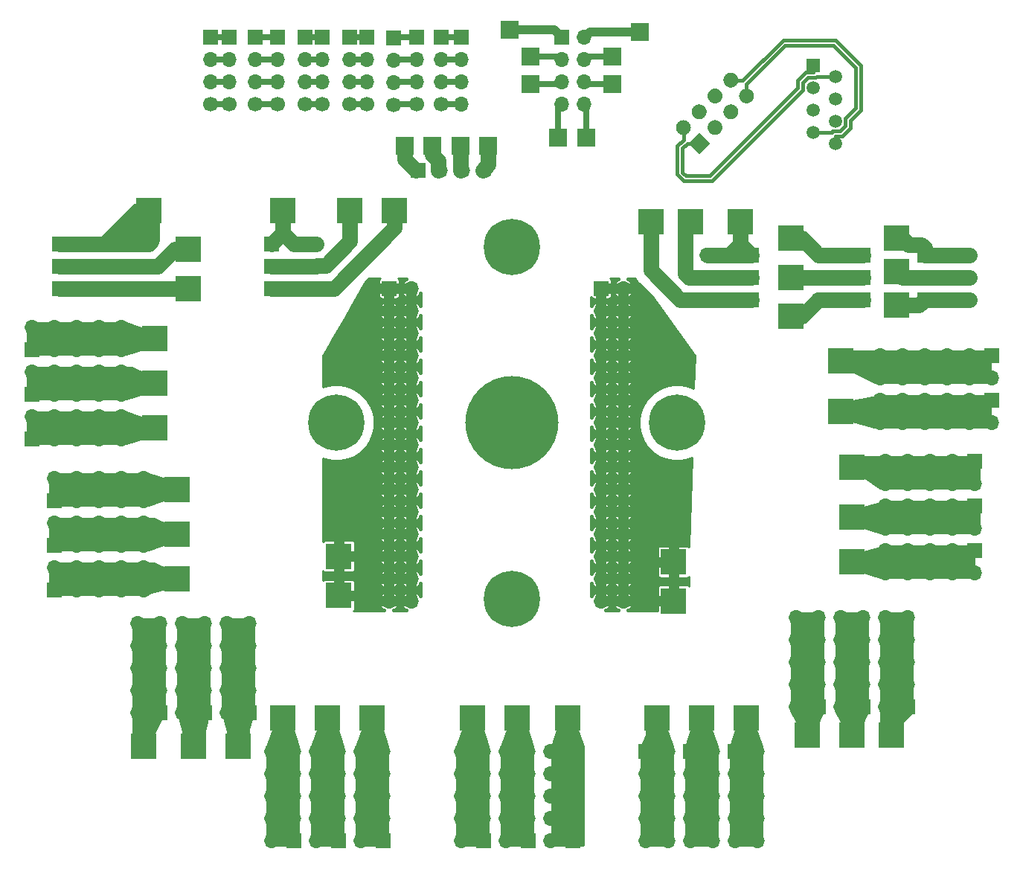
<source format=gbr>
%TF.GenerationSoftware,KiCad,Pcbnew,(5.1.9)-1*%
%TF.CreationDate,2021-04-12T23:12:50+02:00*%
%TF.ProjectId,Version1Female,56657273-696f-46e3-9146-656d616c652e,rev?*%
%TF.SameCoordinates,Original*%
%TF.FileFunction,Copper,L1,Top*%
%TF.FilePolarity,Positive*%
%FSLAX46Y46*%
G04 Gerber Fmt 4.6, Leading zero omitted, Abs format (unit mm)*
G04 Created by KiCad (PCBNEW (5.1.9)-1) date 2021-04-12 23:12:50*
%MOMM*%
%LPD*%
G01*
G04 APERTURE LIST*
%TA.AperFunction,SMDPad,CuDef*%
%ADD10R,1.700000X1.700000*%
%TD*%
%TA.AperFunction,SMDPad,CuDef*%
%ADD11O,1.700000X1.700000*%
%TD*%
%TA.AperFunction,SMDPad,CuDef*%
%ADD12C,1.700000*%
%TD*%
%TA.AperFunction,ComponentPad*%
%ADD13R,1.700000X1.700000*%
%TD*%
%TA.AperFunction,ComponentPad*%
%ADD14O,1.700000X1.700000*%
%TD*%
%TA.AperFunction,ComponentPad*%
%ADD15C,1.700000*%
%TD*%
%TA.AperFunction,ComponentPad*%
%ADD16C,0.100000*%
%TD*%
%TA.AperFunction,ComponentPad*%
%ADD17R,3.000000X3.000000*%
%TD*%
%TA.AperFunction,SMDPad,CuDef*%
%ADD18R,2.000000X2.000000*%
%TD*%
%TA.AperFunction,ComponentPad*%
%ADD19C,6.400000*%
%TD*%
%TA.AperFunction,ComponentPad*%
%ADD20C,1.500000*%
%TD*%
%TA.AperFunction,ComponentPad*%
%ADD21R,1.500000X1.500000*%
%TD*%
%TA.AperFunction,ComponentPad*%
%ADD22C,10.600000*%
%TD*%
%TA.AperFunction,Conductor*%
%ADD23C,0.700000*%
%TD*%
%TA.AperFunction,Conductor*%
%ADD24C,1.000000*%
%TD*%
%TA.AperFunction,Conductor*%
%ADD25C,1.800000*%
%TD*%
%TA.AperFunction,Conductor*%
%ADD26C,2.500000*%
%TD*%
%TA.AperFunction,Conductor*%
%ADD27C,0.400000*%
%TD*%
%TA.AperFunction,Conductor*%
%ADD28C,0.254000*%
%TD*%
%TA.AperFunction,Conductor*%
%ADD29C,0.100000*%
%TD*%
G04 APERTURE END LIST*
D10*
%TO.P,J5,1*%
%TO.N,RB1*%
X126225000Y-47675000D03*
D11*
%TO.P,J5,2*%
%TO.N,RB2*%
X126225000Y-50215000D03*
%TO.P,J5,3*%
%TO.N,RB3*%
X126225000Y-52755000D03*
D12*
%TO.P,J5,4*%
%TO.N,RB4*%
X126225000Y-55295000D03*
%TD*%
D13*
%TO.P,J17,1*%
%TO.N,RF1*%
X113030000Y-47625000D03*
D14*
%TO.P,J17,2*%
%TO.N,RF2*%
X113030000Y-50165000D03*
%TO.P,J17,3*%
%TO.N,RF3*%
X113030000Y-52705000D03*
D15*
%TO.P,J17,4*%
%TO.N,RF4*%
X113030000Y-55245000D03*
%TD*%
D10*
%TO.P,J13,1*%
%TO.N,RC1*%
X121285000Y-47625000D03*
D11*
%TO.P,J13,2*%
%TO.N,RC2*%
X121285000Y-50165000D03*
%TO.P,J13,3*%
%TO.N,RC3*%
X121285000Y-52705000D03*
D12*
%TO.P,J13,4*%
%TO.N,RC4*%
X121285000Y-55245000D03*
%TD*%
D10*
%TO.P,J11,1*%
%TO.N,RA1*%
X116205000Y-47625000D03*
D11*
%TO.P,J11,2*%
%TO.N,RA2*%
X116205000Y-50165000D03*
%TO.P,J11,3*%
%TO.N,RA3*%
X116205000Y-52705000D03*
D12*
%TO.P,J11,4*%
%TO.N,RA4*%
X116205000Y-55245000D03*
%TD*%
D13*
%TO.P,J6,1*%
%TO.N,RC1*%
X123190000Y-47625000D03*
D14*
%TO.P,J6,2*%
%TO.N,RC2*%
X123190000Y-50165000D03*
%TO.P,J6,3*%
%TO.N,RC3*%
X123190000Y-52705000D03*
D15*
%TO.P,J6,4*%
%TO.N,RC4*%
X123190000Y-55245000D03*
%TD*%
D10*
%TO.P,J16,1*%
%TO.N,RE1*%
X131690000Y-47625000D03*
D11*
%TO.P,J16,2*%
%TO.N,RE2*%
X131690000Y-50165000D03*
%TO.P,J16,3*%
%TO.N,RE3*%
X131690000Y-52705000D03*
D12*
%TO.P,J16,4*%
%TO.N,RE4*%
X131690000Y-55245000D03*
%TD*%
D10*
%TO.P,J8,1*%
%TO.N,RD1*%
X105410000Y-47625000D03*
D11*
%TO.P,J8,2*%
%TO.N,RD2*%
X105410000Y-50165000D03*
%TO.P,J8,3*%
%TO.N,RD3*%
X105410000Y-52705000D03*
D12*
%TO.P,J8,4*%
%TO.N,RD4*%
X105410000Y-55245000D03*
%TD*%
D13*
%TO.P,J14,1*%
%TO.N,RD1*%
X107560000Y-47625000D03*
D14*
%TO.P,J14,2*%
%TO.N,RD2*%
X107560000Y-50165000D03*
%TO.P,J14,3*%
%TO.N,RD3*%
X107560000Y-52705000D03*
D15*
%TO.P,J14,4*%
%TO.N,RD4*%
X107560000Y-55245000D03*
%TD*%
D13*
%TO.P,J12,1*%
%TO.N,RB1*%
X128905000Y-47625000D03*
D14*
%TO.P,J12,2*%
%TO.N,RB2*%
X128905000Y-50165000D03*
%TO.P,J12,3*%
%TO.N,RB3*%
X128905000Y-52705000D03*
D15*
%TO.P,J12,4*%
%TO.N,RB4*%
X128905000Y-55245000D03*
%TD*%
D13*
%TO.P,J9,1*%
%TO.N,RE1*%
X133985000Y-47625000D03*
D14*
%TO.P,J9,2*%
%TO.N,RE2*%
X133985000Y-50165000D03*
%TO.P,J9,3*%
%TO.N,RE3*%
X133985000Y-52705000D03*
%TO.P,J9,4*%
%TO.N,RE4*%
X133985000Y-55245000D03*
%TD*%
D10*
%TO.P,J10,1*%
%TO.N,RF1*%
X110490000Y-47625000D03*
D11*
%TO.P,J10,2*%
%TO.N,RF2*%
X110490000Y-50165000D03*
%TO.P,J10,3*%
%TO.N,RF3*%
X110490000Y-52705000D03*
D12*
%TO.P,J10,4*%
%TO.N,RF4*%
X110490000Y-55245000D03*
%TD*%
D13*
%TO.P,J4,1*%
%TO.N,RA1*%
X118110000Y-47625000D03*
D14*
%TO.P,J4,2*%
%TO.N,RA2*%
X118110000Y-50165000D03*
%TO.P,J4,3*%
%TO.N,RA3*%
X118110000Y-52705000D03*
D15*
%TO.P,J4,4*%
%TO.N,RA4*%
X118110000Y-55245000D03*
%TD*%
D14*
%TO.P,J59,8*%
%TO.N,N/C*%
X147955000Y-55245000D03*
%TO.P,J59,7*%
X145415000Y-55245000D03*
%TO.P,J59,6*%
X147955000Y-52705000D03*
%TO.P,J59,5*%
X145415000Y-52705000D03*
%TO.P,J59,4*%
X147955000Y-50165000D03*
%TO.P,J59,3*%
X145415000Y-50165000D03*
%TO.P,J59,2*%
X147955000Y-47625000D03*
D13*
%TO.P,J59,1*%
X145415000Y-47625000D03*
%TD*%
%TA.AperFunction,ComponentPad*%
D16*
%TO.P,J58,1*%
%TO.N,EthA-*%
G36*
X159833918Y-59690000D02*
G01*
X161036000Y-58487918D01*
X162238082Y-59690000D01*
X161036000Y-60892082D01*
X159833918Y-59690000D01*
G37*
%TD.AperFunction*%
%TO.P,J58,2*%
%TO.N,EthA+*%
%TA.AperFunction,ComponentPad*%
G36*
G01*
X158638908Y-57292908D02*
X158638908Y-57292908D01*
G75*
G02*
X159840990Y-57292908I601041J-601041D01*
G01*
X159840990Y-57292908D01*
G75*
G02*
X159840990Y-58494990I-601041J-601041D01*
G01*
X159840990Y-58494990D01*
G75*
G02*
X158638908Y-58494990I-601041J601041D01*
G01*
X158638908Y-58494990D01*
G75*
G02*
X158638908Y-57292908I601041J601041D01*
G01*
G37*
%TD.AperFunction*%
%TO.P,J58,3*%
%TO.N,EthB-*%
%TA.AperFunction,ComponentPad*%
G36*
G01*
X162231010Y-57292908D02*
X162231010Y-57292908D01*
G75*
G02*
X163433092Y-57292908I601041J-601041D01*
G01*
X163433092Y-57292908D01*
G75*
G02*
X163433092Y-58494990I-601041J-601041D01*
G01*
X163433092Y-58494990D01*
G75*
G02*
X162231010Y-58494990I-601041J601041D01*
G01*
X162231010Y-58494990D01*
G75*
G02*
X162231010Y-57292908I601041J601041D01*
G01*
G37*
%TD.AperFunction*%
%TO.P,J58,4*%
%TO.N,EthB+*%
%TA.AperFunction,ComponentPad*%
G36*
G01*
X160434959Y-55496857D02*
X160434959Y-55496857D01*
G75*
G02*
X161637041Y-55496857I601041J-601041D01*
G01*
X161637041Y-55496857D01*
G75*
G02*
X161637041Y-56698939I-601041J-601041D01*
G01*
X161637041Y-56698939D01*
G75*
G02*
X160434959Y-56698939I-601041J601041D01*
G01*
X160434959Y-56698939D01*
G75*
G02*
X160434959Y-55496857I601041J601041D01*
G01*
G37*
%TD.AperFunction*%
%TO.P,J58,5*%
%TO.N,EthC+*%
%TA.AperFunction,ComponentPad*%
G36*
G01*
X164027061Y-55496857D02*
X164027061Y-55496857D01*
G75*
G02*
X165229143Y-55496857I601041J-601041D01*
G01*
X165229143Y-55496857D01*
G75*
G02*
X165229143Y-56698939I-601041J-601041D01*
G01*
X165229143Y-56698939D01*
G75*
G02*
X164027061Y-56698939I-601041J601041D01*
G01*
X164027061Y-56698939D01*
G75*
G02*
X164027061Y-55496857I601041J601041D01*
G01*
G37*
%TD.AperFunction*%
%TO.P,J58,6*%
%TO.N,EthC-*%
%TA.AperFunction,ComponentPad*%
G36*
G01*
X162231010Y-53700805D02*
X162231010Y-53700805D01*
G75*
G02*
X163433092Y-53700805I601041J-601041D01*
G01*
X163433092Y-53700805D01*
G75*
G02*
X163433092Y-54902887I-601041J-601041D01*
G01*
X163433092Y-54902887D01*
G75*
G02*
X162231010Y-54902887I-601041J601041D01*
G01*
X162231010Y-54902887D01*
G75*
G02*
X162231010Y-53700805I601041J601041D01*
G01*
G37*
%TD.AperFunction*%
%TO.P,J58,7*%
%TO.N,EthD-*%
%TA.AperFunction,ComponentPad*%
G36*
G01*
X165823113Y-53700805D02*
X165823113Y-53700805D01*
G75*
G02*
X167025195Y-53700805I601041J-601041D01*
G01*
X167025195Y-53700805D01*
G75*
G02*
X167025195Y-54902887I-601041J-601041D01*
G01*
X167025195Y-54902887D01*
G75*
G02*
X165823113Y-54902887I-601041J601041D01*
G01*
X165823113Y-54902887D01*
G75*
G02*
X165823113Y-53700805I601041J601041D01*
G01*
G37*
%TD.AperFunction*%
%TO.P,J58,8*%
%TO.N,EthD+*%
%TA.AperFunction,ComponentPad*%
G36*
G01*
X164027061Y-51904754D02*
X164027061Y-51904754D01*
G75*
G02*
X165229143Y-51904754I601041J-601041D01*
G01*
X165229143Y-51904754D01*
G75*
G02*
X165229143Y-53106836I-601041J-601041D01*
G01*
X165229143Y-53106836D01*
G75*
G02*
X164027061Y-53106836I-601041J601041D01*
G01*
X164027061Y-53106836D01*
G75*
G02*
X164027061Y-51904754I601041J601041D01*
G01*
G37*
%TD.AperFunction*%
%TD*%
D14*
%TO.P,J57,3*%
%TO.N,XM4*%
X191770000Y-77470000D03*
%TO.P,J57,2*%
X189230000Y-77470000D03*
D13*
%TO.P,J57,1*%
X186690000Y-77470000D03*
%TD*%
D14*
%TO.P,J56,3*%
%TO.N,-M4*%
X191770000Y-74930000D03*
%TO.P,J56,2*%
X189230000Y-74930000D03*
D13*
%TO.P,J56,1*%
X186690000Y-74930000D03*
%TD*%
D14*
%TO.P,J55,10*%
%TO.N,T2B*%
X167640000Y-139065000D03*
%TO.P,J55,9*%
X165100000Y-139065000D03*
%TO.P,J55,8*%
X167640000Y-136525000D03*
%TO.P,J55,7*%
X165100000Y-136525000D03*
%TO.P,J55,6*%
X167640000Y-133985000D03*
%TO.P,J55,5*%
X165100000Y-133985000D03*
%TO.P,J55,4*%
X167640000Y-131445000D03*
%TO.P,J55,3*%
X165100000Y-131445000D03*
%TO.P,J55,2*%
X167640000Y-128905000D03*
D13*
%TO.P,J55,1*%
X165100000Y-128905000D03*
%TD*%
D14*
%TO.P,J54,10*%
%TO.N,T0G*%
X117475000Y-128905000D03*
%TO.P,J54,9*%
X120015000Y-128905000D03*
%TO.P,J54,8*%
X117475000Y-131445000D03*
%TO.P,J54,7*%
X120015000Y-131445000D03*
%TO.P,J54,6*%
X117475000Y-133985000D03*
%TO.P,J54,5*%
X120015000Y-133985000D03*
%TO.P,J54,4*%
X117475000Y-136525000D03*
%TO.P,J54,3*%
X120015000Y-136525000D03*
%TO.P,J54,2*%
X117475000Y-139065000D03*
D13*
%TO.P,J54,1*%
X120015000Y-139065000D03*
%TD*%
D14*
%TO.P,J53,10*%
%TO.N,T0R*%
X112395000Y-128905000D03*
%TO.P,J53,9*%
X114935000Y-128905000D03*
%TO.P,J53,8*%
X112395000Y-131445000D03*
%TO.P,J53,7*%
X114935000Y-131445000D03*
%TO.P,J53,6*%
X112395000Y-133985000D03*
%TO.P,J53,5*%
X114935000Y-133985000D03*
%TO.P,J53,4*%
X112395000Y-136525000D03*
%TO.P,J53,3*%
X114935000Y-136525000D03*
%TO.P,J53,2*%
X112395000Y-139065000D03*
D13*
%TO.P,J53,1*%
X114935000Y-139065000D03*
%TD*%
D14*
%TO.P,J52,10*%
%TO.N,T7B*%
X95250000Y-80645000D03*
%TO.P,J52,9*%
X95250000Y-83185000D03*
%TO.P,J52,8*%
X92710000Y-80645000D03*
%TO.P,J52,7*%
X92710000Y-83185000D03*
%TO.P,J52,6*%
X90170000Y-80645000D03*
%TO.P,J52,5*%
X90170000Y-83185000D03*
%TO.P,J52,4*%
X87630000Y-80645000D03*
%TO.P,J52,3*%
X87630000Y-83185000D03*
%TO.P,J52,2*%
X85090000Y-80645000D03*
D13*
%TO.P,J52,1*%
X85090000Y-83185000D03*
%TD*%
D14*
%TO.P,J51,10*%
%TO.N,T7G*%
X95250000Y-85725000D03*
%TO.P,J51,9*%
X95250000Y-88265000D03*
%TO.P,J51,8*%
X92710000Y-85725000D03*
%TO.P,J51,7*%
X92710000Y-88265000D03*
%TO.P,J51,6*%
X90170000Y-85725000D03*
%TO.P,J51,5*%
X90170000Y-88265000D03*
%TO.P,J51,4*%
X87630000Y-85725000D03*
%TO.P,J51,3*%
X87630000Y-88265000D03*
%TO.P,J51,2*%
X85090000Y-85725000D03*
D13*
%TO.P,J51,1*%
X85090000Y-88265000D03*
%TD*%
D14*
%TO.P,J50,10*%
%TO.N,T7R*%
X95250000Y-90805000D03*
%TO.P,J50,9*%
X95250000Y-93345000D03*
%TO.P,J50,8*%
X92710000Y-90805000D03*
%TO.P,J50,7*%
X92710000Y-93345000D03*
%TO.P,J50,6*%
X90170000Y-90805000D03*
%TO.P,J50,5*%
X90170000Y-93345000D03*
%TO.P,J50,4*%
X87630000Y-90805000D03*
%TO.P,J50,3*%
X87630000Y-93345000D03*
%TO.P,J50,2*%
X85090000Y-90805000D03*
D13*
%TO.P,J50,1*%
X85090000Y-93345000D03*
%TD*%
D14*
%TO.P,J48,10*%
%TO.N,T6B*%
X97790000Y-97790000D03*
%TO.P,J48,9*%
X97790000Y-100330000D03*
%TO.P,J48,8*%
X95250000Y-97790000D03*
%TO.P,J48,7*%
X95250000Y-100330000D03*
%TO.P,J48,6*%
X92710000Y-97790000D03*
%TO.P,J48,5*%
X92710000Y-100330000D03*
%TO.P,J48,4*%
X90170000Y-97790000D03*
%TO.P,J48,3*%
X90170000Y-100330000D03*
%TO.P,J48,2*%
X87630000Y-97790000D03*
D13*
%TO.P,J48,1*%
X87630000Y-100330000D03*
%TD*%
D14*
%TO.P,J47,10*%
%TO.N,T6G*%
X97790000Y-102870000D03*
%TO.P,J47,9*%
X97790000Y-105410000D03*
%TO.P,J47,8*%
X95250000Y-102870000D03*
%TO.P,J47,7*%
X95250000Y-105410000D03*
%TO.P,J47,6*%
X92710000Y-102870000D03*
%TO.P,J47,5*%
X92710000Y-105410000D03*
%TO.P,J47,4*%
X90170000Y-102870000D03*
%TO.P,J47,3*%
X90170000Y-105410000D03*
%TO.P,J47,2*%
X87630000Y-102870000D03*
D13*
%TO.P,J47,1*%
X87630000Y-105410000D03*
%TD*%
D14*
%TO.P,J46,10*%
%TO.N,T6R*%
X97790000Y-107950000D03*
%TO.P,J46,9*%
X97790000Y-110490000D03*
%TO.P,J46,8*%
X95250000Y-107950000D03*
%TO.P,J46,7*%
X95250000Y-110490000D03*
%TO.P,J46,6*%
X92710000Y-107950000D03*
%TO.P,J46,5*%
X92710000Y-110490000D03*
%TO.P,J46,4*%
X90170000Y-107950000D03*
%TO.P,J46,3*%
X90170000Y-110490000D03*
%TO.P,J46,2*%
X87630000Y-107950000D03*
D13*
%TO.P,J46,1*%
X87630000Y-110490000D03*
%TD*%
D14*
%TO.P,J45,5*%
%TO.N,XM0*%
X98425000Y-71120000D03*
%TO.P,J45,4*%
X95885000Y-71120000D03*
%TO.P,J45,3*%
X93345000Y-71120000D03*
%TO.P,J45,2*%
X90805000Y-71120000D03*
D13*
%TO.P,J45,1*%
X88265000Y-71120000D03*
%TD*%
D14*
%TO.P,J44,10*%
%TO.N,T5B*%
X107315000Y-114300000D03*
%TO.P,J44,9*%
X109855000Y-114300000D03*
%TO.P,J44,8*%
X107315000Y-116840000D03*
%TO.P,J44,7*%
X109855000Y-116840000D03*
%TO.P,J44,6*%
X107315000Y-119380000D03*
%TO.P,J44,5*%
X109855000Y-119380000D03*
%TO.P,J44,4*%
X107315000Y-121920000D03*
%TO.P,J44,3*%
X109855000Y-121920000D03*
%TO.P,J44,2*%
X107315000Y-124460000D03*
D13*
%TO.P,J44,1*%
X109855000Y-124460000D03*
%TD*%
D14*
%TO.P,J43,10*%
%TO.N,T5G*%
X102235000Y-114300000D03*
%TO.P,J43,9*%
X104775000Y-114300000D03*
%TO.P,J43,8*%
X102235000Y-116840000D03*
%TO.P,J43,7*%
X104775000Y-116840000D03*
%TO.P,J43,6*%
X102235000Y-119380000D03*
%TO.P,J43,5*%
X104775000Y-119380000D03*
%TO.P,J43,4*%
X102235000Y-121920000D03*
%TO.P,J43,3*%
X104775000Y-121920000D03*
%TO.P,J43,2*%
X102235000Y-124460000D03*
D13*
%TO.P,J43,1*%
X104775000Y-124460000D03*
%TD*%
D14*
%TO.P,J42,10*%
%TO.N,T5R*%
X97155000Y-114300000D03*
%TO.P,J42,9*%
X99695000Y-114300000D03*
%TO.P,J42,8*%
X97155000Y-116840000D03*
%TO.P,J42,7*%
X99695000Y-116840000D03*
%TO.P,J42,6*%
X97155000Y-119380000D03*
%TO.P,J42,5*%
X99695000Y-119380000D03*
%TO.P,J42,4*%
X97155000Y-121920000D03*
%TO.P,J42,3*%
X99695000Y-121920000D03*
%TO.P,J42,2*%
X97155000Y-124460000D03*
D13*
%TO.P,J42,1*%
X99695000Y-124460000D03*
%TD*%
D14*
%TO.P,J41,10*%
%TO.N,T4B*%
X182245000Y-98425000D03*
%TO.P,J41,9*%
X182245000Y-95885000D03*
%TO.P,J41,8*%
X184785000Y-98425000D03*
%TO.P,J41,7*%
X184785000Y-95885000D03*
%TO.P,J41,6*%
X187325000Y-98425000D03*
%TO.P,J41,5*%
X187325000Y-95885000D03*
%TO.P,J41,4*%
X189865000Y-98425000D03*
%TO.P,J41,3*%
X189865000Y-95885000D03*
%TO.P,J41,2*%
X192405000Y-98425000D03*
D13*
%TO.P,J41,1*%
X192405000Y-95885000D03*
%TD*%
D14*
%TO.P,J40,10*%
%TO.N,T4G*%
X182245000Y-103505000D03*
%TO.P,J40,9*%
X182245000Y-100965000D03*
%TO.P,J40,8*%
X184785000Y-103505000D03*
%TO.P,J40,7*%
X184785000Y-100965000D03*
%TO.P,J40,6*%
X187325000Y-103505000D03*
%TO.P,J40,5*%
X187325000Y-100965000D03*
%TO.P,J40,4*%
X189865000Y-103505000D03*
%TO.P,J40,3*%
X189865000Y-100965000D03*
%TO.P,J40,2*%
X192405000Y-103505000D03*
D13*
%TO.P,J40,1*%
X192405000Y-100965000D03*
%TD*%
D14*
%TO.P,J39,10*%
%TO.N,T4R*%
X182245000Y-108585000D03*
%TO.P,J39,9*%
X182245000Y-106045000D03*
%TO.P,J39,8*%
X184785000Y-108585000D03*
%TO.P,J39,7*%
X184785000Y-106045000D03*
%TO.P,J39,6*%
X187325000Y-108585000D03*
%TO.P,J39,5*%
X187325000Y-106045000D03*
%TO.P,J39,4*%
X189865000Y-108585000D03*
%TO.P,J39,3*%
X189865000Y-106045000D03*
%TO.P,J39,2*%
X192405000Y-108585000D03*
D13*
%TO.P,J39,1*%
X192405000Y-106045000D03*
%TD*%
D14*
%TO.P,J38,10*%
%TO.N,T3B*%
X182245000Y-113665000D03*
%TO.P,J38,9*%
X184785000Y-113665000D03*
%TO.P,J38,8*%
X182245000Y-116205000D03*
%TO.P,J38,7*%
X184785000Y-116205000D03*
%TO.P,J38,6*%
X182245000Y-118745000D03*
%TO.P,J38,5*%
X184785000Y-118745000D03*
%TO.P,J38,4*%
X182245000Y-121285000D03*
%TO.P,J38,3*%
X184785000Y-121285000D03*
%TO.P,J38,2*%
X182245000Y-123825000D03*
D13*
%TO.P,J38,1*%
X184785000Y-123825000D03*
%TD*%
D14*
%TO.P,J37,3*%
%TO.N,+M4*%
X191770000Y-72390000D03*
%TO.P,J37,2*%
X189230000Y-72390000D03*
D13*
%TO.P,J37,1*%
X186690000Y-72390000D03*
%TD*%
%TO.P,J36,1*%
%TO.N,XM3*%
X179705000Y-72390000D03*
D14*
%TO.P,J36,2*%
X177165000Y-72390000D03*
%TO.P,J36,3*%
X174625000Y-72390000D03*
%TD*%
%TO.P,J35,3*%
%TO.N,XM2*%
X117475000Y-71120000D03*
%TO.P,J35,2*%
X114935000Y-71120000D03*
D13*
%TO.P,J35,1*%
X112395000Y-71120000D03*
%TD*%
D14*
%TO.P,J34,3*%
%TO.N,XM1*%
X161925000Y-72390000D03*
%TO.P,J34,2*%
X164465000Y-72390000D03*
D13*
%TO.P,J34,1*%
X167005000Y-72390000D03*
%TD*%
D14*
%TO.P,J33,5*%
%TO.N,-M0*%
X98425000Y-73660000D03*
%TO.P,J33,4*%
X95885000Y-73660000D03*
%TO.P,J33,3*%
X93345000Y-73660000D03*
%TO.P,J33,2*%
X90805000Y-73660000D03*
D13*
%TO.P,J33,1*%
X88265000Y-73660000D03*
%TD*%
D14*
%TO.P,J32,10*%
%TO.N,T3G*%
X177165000Y-113665000D03*
%TO.P,J32,9*%
X179705000Y-113665000D03*
%TO.P,J32,8*%
X177165000Y-116205000D03*
%TO.P,J32,7*%
X179705000Y-116205000D03*
%TO.P,J32,6*%
X177165000Y-118745000D03*
%TO.P,J32,5*%
X179705000Y-118745000D03*
%TO.P,J32,4*%
X177165000Y-121285000D03*
%TO.P,J32,3*%
X179705000Y-121285000D03*
%TO.P,J32,2*%
X177165000Y-123825000D03*
D13*
%TO.P,J32,1*%
X179705000Y-123825000D03*
%TD*%
D14*
%TO.P,J31,10*%
%TO.N,T3R*%
X172085000Y-113665000D03*
%TO.P,J31,9*%
X174625000Y-113665000D03*
%TO.P,J31,8*%
X172085000Y-116205000D03*
%TO.P,J31,7*%
X174625000Y-116205000D03*
%TO.P,J31,6*%
X172085000Y-118745000D03*
%TO.P,J31,5*%
X174625000Y-118745000D03*
%TO.P,J31,4*%
X172085000Y-121285000D03*
%TO.P,J31,3*%
X174625000Y-121285000D03*
%TO.P,J31,2*%
X172085000Y-123825000D03*
D13*
%TO.P,J31,1*%
X174625000Y-123825000D03*
%TD*%
D14*
%TO.P,J30,10*%
%TO.N,T2G*%
X162560000Y-139065000D03*
%TO.P,J30,9*%
X160020000Y-139065000D03*
%TO.P,J30,8*%
X162560000Y-136525000D03*
%TO.P,J30,7*%
X160020000Y-136525000D03*
%TO.P,J30,6*%
X162560000Y-133985000D03*
%TO.P,J30,5*%
X160020000Y-133985000D03*
%TO.P,J30,4*%
X162560000Y-131445000D03*
%TO.P,J30,3*%
X160020000Y-131445000D03*
%TO.P,J30,2*%
X162560000Y-128905000D03*
D13*
%TO.P,J30,1*%
X160020000Y-128905000D03*
%TD*%
D14*
%TO.P,J29,10*%
%TO.N,T2R*%
X157480000Y-139065000D03*
%TO.P,J29,9*%
X154940000Y-139065000D03*
%TO.P,J29,8*%
X157480000Y-136525000D03*
%TO.P,J29,7*%
X154940000Y-136525000D03*
%TO.P,J29,6*%
X157480000Y-133985000D03*
%TO.P,J29,5*%
X154940000Y-133985000D03*
%TO.P,J29,4*%
X157480000Y-131445000D03*
%TO.P,J29,3*%
X154940000Y-131445000D03*
%TO.P,J29,2*%
X157480000Y-128905000D03*
D13*
%TO.P,J29,1*%
X154940000Y-128905000D03*
%TD*%
D14*
%TO.P,J28,10*%
%TO.N,T1B*%
X144145000Y-128905000D03*
%TO.P,J28,9*%
X146685000Y-128905000D03*
%TO.P,J28,8*%
X144145000Y-131445000D03*
%TO.P,J28,7*%
X146685000Y-131445000D03*
%TO.P,J28,6*%
X144145000Y-133985000D03*
%TO.P,J28,5*%
X146685000Y-133985000D03*
%TO.P,J28,4*%
X144145000Y-136525000D03*
%TO.P,J28,3*%
X146685000Y-136525000D03*
%TO.P,J28,2*%
X144145000Y-139065000D03*
D13*
%TO.P,J28,1*%
X146685000Y-139065000D03*
%TD*%
D14*
%TO.P,J27,10*%
%TO.N,T1G*%
X139065000Y-128905000D03*
%TO.P,J27,9*%
X141605000Y-128905000D03*
%TO.P,J27,8*%
X139065000Y-131445000D03*
%TO.P,J27,7*%
X141605000Y-131445000D03*
%TO.P,J27,6*%
X139065000Y-133985000D03*
%TO.P,J27,5*%
X141605000Y-133985000D03*
%TO.P,J27,4*%
X139065000Y-136525000D03*
%TO.P,J27,3*%
X141605000Y-136525000D03*
%TO.P,J27,2*%
X139065000Y-139065000D03*
D13*
%TO.P,J27,1*%
X141605000Y-139065000D03*
%TD*%
D14*
%TO.P,J26,10*%
%TO.N,T1R*%
X133985000Y-128905000D03*
%TO.P,J26,9*%
X136525000Y-128905000D03*
%TO.P,J26,8*%
X133985000Y-131445000D03*
%TO.P,J26,7*%
X136525000Y-131445000D03*
%TO.P,J26,6*%
X133985000Y-133985000D03*
%TO.P,J26,5*%
X136525000Y-133985000D03*
%TO.P,J26,4*%
X133985000Y-136525000D03*
%TO.P,J26,3*%
X136525000Y-136525000D03*
%TO.P,J26,2*%
X133985000Y-139065000D03*
D13*
%TO.P,J26,1*%
X136525000Y-139065000D03*
%TD*%
%TO.P,J25,1*%
%TO.N,-M3*%
X179705000Y-74930000D03*
D14*
%TO.P,J25,2*%
X177165000Y-74930000D03*
%TO.P,J25,3*%
X174625000Y-74930000D03*
%TD*%
%TO.P,J24,3*%
%TO.N,-M2*%
X117475000Y-73660000D03*
%TO.P,J24,2*%
X114935000Y-73660000D03*
D13*
%TO.P,J24,1*%
X112395000Y-73660000D03*
%TD*%
D14*
%TO.P,J23,3*%
%TO.N,-M1*%
X161925000Y-74930000D03*
%TO.P,J23,2*%
X164465000Y-74930000D03*
D13*
%TO.P,J23,1*%
X167005000Y-74930000D03*
%TD*%
D14*
%TO.P,J22,5*%
%TO.N,+M0*%
X98425000Y-76200000D03*
%TO.P,J22,4*%
X95885000Y-76200000D03*
%TO.P,J22,3*%
X93345000Y-76200000D03*
%TO.P,J22,2*%
X90805000Y-76200000D03*
D13*
%TO.P,J22,1*%
X88265000Y-76200000D03*
%TD*%
%TO.P,J21,1*%
%TO.N,+M3*%
X179705000Y-77470000D03*
D14*
%TO.P,J21,2*%
X177165000Y-77470000D03*
%TO.P,J21,3*%
X174625000Y-77470000D03*
%TD*%
%TO.P,J20,3*%
%TO.N,+M2*%
X117475000Y-76200000D03*
%TO.P,J20,2*%
X114935000Y-76200000D03*
D13*
%TO.P,J20,1*%
X112395000Y-76200000D03*
%TD*%
D14*
%TO.P,J19,3*%
%TO.N,+M1*%
X161925000Y-77470000D03*
%TO.P,J19,2*%
X164465000Y-77470000D03*
D13*
%TO.P,J19,1*%
X167005000Y-77470000D03*
%TD*%
D14*
%TO.P,J18,10*%
%TO.N,T0B*%
X122555000Y-128905000D03*
%TO.P,J18,9*%
X125095000Y-128905000D03*
%TO.P,J18,8*%
X122555000Y-131445000D03*
%TO.P,J18,7*%
X125095000Y-131445000D03*
%TO.P,J18,6*%
X122555000Y-133985000D03*
%TO.P,J18,5*%
X125095000Y-133985000D03*
%TO.P,J18,4*%
X122555000Y-136525000D03*
%TO.P,J18,3*%
X125095000Y-136525000D03*
%TO.P,J18,2*%
X122555000Y-139065000D03*
D13*
%TO.P,J18,1*%
X125095000Y-139065000D03*
%TD*%
D14*
%TO.P,J15,4*%
%TO.N,SCL*%
X136652000Y-62738000D03*
%TO.P,J15,3*%
%TO.N,SDA*%
X134112000Y-62738000D03*
%TO.P,J15,2*%
%TO.N,3V3*%
X131572000Y-62738000D03*
D13*
%TO.P,J15,1*%
%TO.N,GND*%
X129032000Y-62738000D03*
%TD*%
D14*
%TO.P,J7,12*%
%TO.N,GND_VB1*%
X181610000Y-91440000D03*
%TO.P,J7,11*%
X181610000Y-88900000D03*
%TO.P,J7,10*%
X184150000Y-91440000D03*
%TO.P,J7,9*%
X184150000Y-88900000D03*
%TO.P,J7,8*%
X186690000Y-91440000D03*
%TO.P,J7,7*%
X186690000Y-88900000D03*
%TO.P,J7,6*%
X189230000Y-91440000D03*
%TO.P,J7,5*%
X189230000Y-88900000D03*
%TO.P,J7,4*%
X191770000Y-91440000D03*
%TO.P,J7,3*%
X191770000Y-88900000D03*
%TO.P,J7,2*%
X194310000Y-91440000D03*
D13*
%TO.P,J7,1*%
X194310000Y-88900000D03*
%TD*%
D14*
%TO.P,J3,30*%
%TO.N,GND_VA*%
X128270000Y-111760000D03*
%TO.P,J3,29*%
X125730000Y-111760000D03*
%TO.P,J3,28*%
X128270000Y-109220000D03*
%TO.P,J3,27*%
X125730000Y-109220000D03*
%TO.P,J3,26*%
X128270000Y-106680000D03*
%TO.P,J3,25*%
X125730000Y-106680000D03*
%TO.P,J3,24*%
X128270000Y-104140000D03*
%TO.P,J3,23*%
X125730000Y-104140000D03*
%TO.P,J3,22*%
X128270000Y-101600000D03*
%TO.P,J3,21*%
X125730000Y-101600000D03*
%TO.P,J3,20*%
X128270000Y-99060000D03*
%TO.P,J3,19*%
X125730000Y-99060000D03*
%TO.P,J3,18*%
X128270000Y-96520000D03*
%TO.P,J3,17*%
X125730000Y-96520000D03*
%TO.P,J3,16*%
X128270000Y-93980000D03*
%TO.P,J3,15*%
X125730000Y-93980000D03*
%TO.P,J3,14*%
X128270000Y-91440000D03*
%TO.P,J3,13*%
X125730000Y-91440000D03*
%TO.P,J3,12*%
X128270000Y-88900000D03*
%TO.P,J3,11*%
X125730000Y-88900000D03*
%TO.P,J3,10*%
X128270000Y-86360000D03*
%TO.P,J3,9*%
X125730000Y-86360000D03*
%TO.P,J3,8*%
X128270000Y-83820000D03*
%TO.P,J3,7*%
X125730000Y-83820000D03*
%TO.P,J3,6*%
X128270000Y-81280000D03*
%TO.P,J3,5*%
X125730000Y-81280000D03*
%TO.P,J3,4*%
X128270000Y-78740000D03*
%TO.P,J3,3*%
X125730000Y-78740000D03*
%TO.P,J3,2*%
X128270000Y-76200000D03*
D13*
%TO.P,J3,1*%
X125730000Y-76200000D03*
%TD*%
D14*
%TO.P,J2,12*%
%TO.N,+12_VB1*%
X181610000Y-86360000D03*
%TO.P,J2,11*%
X181610000Y-83820000D03*
%TO.P,J2,10*%
X184150000Y-86360000D03*
%TO.P,J2,9*%
X184150000Y-83820000D03*
%TO.P,J2,8*%
X186690000Y-86360000D03*
%TO.P,J2,7*%
X186690000Y-83820000D03*
%TO.P,J2,6*%
X189230000Y-86360000D03*
%TO.P,J2,5*%
X189230000Y-83820000D03*
%TO.P,J2,4*%
X191770000Y-86360000D03*
%TO.P,J2,3*%
X191770000Y-83820000D03*
%TO.P,J2,2*%
X194310000Y-86360000D03*
D13*
%TO.P,J2,1*%
X194310000Y-83820000D03*
%TD*%
D14*
%TO.P,J1,30*%
%TO.N,+48_VA*%
X152400000Y-111760000D03*
%TO.P,J1,29*%
X149860000Y-111760000D03*
%TO.P,J1,28*%
X152400000Y-109220000D03*
%TO.P,J1,27*%
X149860000Y-109220000D03*
%TO.P,J1,26*%
X152400000Y-106680000D03*
%TO.P,J1,25*%
X149860000Y-106680000D03*
%TO.P,J1,24*%
X152400000Y-104140000D03*
%TO.P,J1,23*%
X149860000Y-104140000D03*
%TO.P,J1,22*%
X152400000Y-101600000D03*
%TO.P,J1,21*%
X149860000Y-101600000D03*
%TO.P,J1,20*%
X152400000Y-99060000D03*
%TO.P,J1,19*%
X149860000Y-99060000D03*
%TO.P,J1,18*%
X152400000Y-96520000D03*
%TO.P,J1,17*%
X149860000Y-96520000D03*
%TO.P,J1,16*%
X152400000Y-93980000D03*
%TO.P,J1,15*%
X149860000Y-93980000D03*
%TO.P,J1,14*%
X152400000Y-91440000D03*
%TO.P,J1,13*%
X149860000Y-91440000D03*
%TO.P,J1,12*%
X152400000Y-88900000D03*
%TO.P,J1,11*%
X149860000Y-88900000D03*
%TO.P,J1,10*%
X152400000Y-86360000D03*
%TO.P,J1,9*%
X149860000Y-86360000D03*
%TO.P,J1,8*%
X152400000Y-83820000D03*
%TO.P,J1,7*%
X149860000Y-83820000D03*
%TO.P,J1,6*%
X152400000Y-81280000D03*
%TO.P,J1,5*%
X149860000Y-81280000D03*
%TO.P,J1,4*%
X152400000Y-78740000D03*
%TO.P,J1,3*%
X149860000Y-78740000D03*
%TO.P,J1,2*%
X152400000Y-76200000D03*
D13*
%TO.P,J1,1*%
X149860000Y-76200000D03*
%TD*%
D17*
%TO.P,TP43,1*%
%TO.N,XM4*%
X183515000Y-78105000D03*
%TD*%
%TO.P,TP42,1*%
%TO.N,-M4*%
X183515000Y-74295000D03*
%TD*%
%TO.P,TP41,1*%
%TO.N,+M4*%
X183515000Y-70485000D03*
%TD*%
%TO.P,TP40,1*%
%TO.N,GND_VB1*%
X177165000Y-90170000D03*
%TD*%
%TO.P,TP39,1*%
%TO.N,+12_VB1*%
X177165000Y-84455000D03*
%TD*%
%TO.P,TP38,1*%
%TO.N,GND_VA*%
X120015000Y-106680000D03*
%TD*%
%TO.P,TP38,1*%
%TO.N,GND_VA*%
X120015000Y-111125000D03*
%TD*%
%TO.P,TP37,1*%
%TO.N,+48_VA*%
X158115000Y-107315000D03*
%TD*%
%TO.P,TP37,1*%
%TO.N,+48_VA*%
X158115000Y-111760000D03*
%TD*%
%TO.P,TP36,1*%
%TO.N,XM3*%
X171450000Y-70485000D03*
%TD*%
%TO.P,TP35,1*%
%TO.N,-M3*%
X171450000Y-74930000D03*
%TD*%
%TO.P,TP34,1*%
%TO.N,+M3*%
X171450000Y-79375000D03*
%TD*%
%TO.P,TP33,1*%
%TO.N,XM2*%
X113665000Y-67310000D03*
%TD*%
%TO.P,TP32,1*%
%TO.N,-M2*%
X121285000Y-67310000D03*
%TD*%
%TO.P,TP31,1*%
%TO.N,+M2*%
X126365000Y-67310000D03*
%TD*%
%TO.P,TP30,1*%
%TO.N,XM1*%
X165735000Y-68580000D03*
%TD*%
%TO.P,TP29,1*%
%TO.N,-M1*%
X160020000Y-68580000D03*
%TD*%
%TO.P,TP28,1*%
%TO.N,+M1*%
X155575000Y-68580000D03*
%TD*%
%TO.P,TP27,1*%
%TO.N,XM0*%
X98425000Y-67310000D03*
%TD*%
%TO.P,TP26,1*%
%TO.N,-M0*%
X102870000Y-71755000D03*
%TD*%
%TO.P,TP25,1*%
%TO.N,+M0*%
X102870000Y-76200000D03*
%TD*%
%TO.P,TP24,1*%
%TO.N,T7B*%
X99060000Y-81915000D03*
%TD*%
%TO.P,TP23,1*%
%TO.N,T7G*%
X99060000Y-86995000D03*
%TD*%
%TO.P,TP22,1*%
%TO.N,T7R*%
X99060000Y-92075000D03*
%TD*%
%TO.P,TP21,1*%
%TO.N,T6B*%
X101600000Y-99060000D03*
%TD*%
%TO.P,TP20,1*%
%TO.N,T6G*%
X101600000Y-104140000D03*
%TD*%
%TO.P,TP19,1*%
%TO.N,T6R*%
X101600000Y-109220000D03*
%TD*%
%TO.P,TP18,1*%
%TO.N,T5B*%
X108585000Y-128270000D03*
%TD*%
%TO.P,TP17,1*%
%TO.N,T5G*%
X103505000Y-128270000D03*
%TD*%
%TO.P,TP16,1*%
%TO.N,T5R*%
X97790000Y-128270000D03*
%TD*%
%TO.P,TP15,1*%
%TO.N,T4B*%
X178435000Y-96520000D03*
%TD*%
%TO.P,TP14,1*%
%TO.N,T4G*%
X178435000Y-102235000D03*
%TD*%
%TO.P,TP13,1*%
%TO.N,T4R*%
X178435000Y-107315000D03*
%TD*%
%TO.P,TP12,1*%
%TO.N,T3B*%
X182880000Y-127000000D03*
%TD*%
%TO.P,TP11,1*%
%TO.N,T3G*%
X178435000Y-127000000D03*
%TD*%
%TO.P,TP10,1*%
%TO.N,T3R*%
X173355000Y-127000000D03*
%TD*%
%TO.P,TP9,1*%
%TO.N,T2B*%
X166370000Y-125095000D03*
%TD*%
%TO.P,TP8,1*%
%TO.N,T2G*%
X161290000Y-125095000D03*
%TD*%
%TO.P,TP7,1*%
%TO.N,T2R*%
X156210000Y-125095000D03*
%TD*%
%TO.P,TP6,1*%
%TO.N,T1B*%
X146050000Y-125095000D03*
%TD*%
%TO.P,TP5,1*%
%TO.N,T1G*%
X140335000Y-125095000D03*
%TD*%
%TO.P,TP4,1*%
%TO.N,T1R*%
X135255000Y-125095000D03*
%TD*%
%TO.P,TP3,1*%
%TO.N,T0B*%
X123825000Y-125095000D03*
%TD*%
%TO.P,TP2,1*%
%TO.N,T0G*%
X118745000Y-125095000D03*
%TD*%
%TO.P,TP1,1*%
%TO.N,T0R*%
X113665000Y-125095000D03*
%TD*%
D18*
%TO.P,TP44,1*%
%TO.N,SCL*%
X137033000Y-59944000D03*
%TD*%
D19*
%TO.P,REF\u002A\u002A,1*%
%TO.N,N/C*%
X139750000Y-71500000D03*
%TD*%
%TO.P,REF\u002A\u002A,1*%
%TO.N,N/C*%
X119750000Y-91500000D03*
%TD*%
%TO.P,REF\u002A\u002A,1*%
%TO.N,N/C*%
X139750000Y-111500000D03*
%TD*%
%TO.P,REF\u002A\u002A,1*%
%TO.N,N/C*%
X158500000Y-91500000D03*
%TD*%
D20*
%TO.P,J49,6*%
%TO.N,EthB+*%
X176530000Y-57150000D03*
%TO.P,J49,8*%
%TO.N,EthD+*%
X176530000Y-59690000D03*
%TO.P,J49,2*%
%TO.N,EthA+*%
X176530000Y-52070000D03*
D21*
%TO.P,J49,1*%
%TO.N,EthA-*%
X173990000Y-50800000D03*
D20*
%TO.P,J49,7*%
%TO.N,EthD-*%
X173990000Y-58420000D03*
%TO.P,J49,4*%
%TO.N,EthC-*%
X176530000Y-54610000D03*
%TO.P,J49,5*%
%TO.N,EthC+*%
X173990000Y-55880000D03*
%TO.P,J49,3*%
%TO.N,EthB-*%
X173990000Y-53340000D03*
%TD*%
D22*
%TO.P,REF\u002A\u002A,1*%
%TO.N,N/C*%
X139750000Y-91500000D03*
%TD*%
D18*
%TO.P,TP55,1*%
%TO.N,GND*%
X139446000Y-46736000D03*
%TD*%
%TO.P,TP54,1*%
%TO.N,USB0_TX+*%
X144992757Y-59070483D03*
%TD*%
%TO.P,TP53,1*%
%TO.N,USB0_TX-*%
X148167757Y-59070483D03*
%TD*%
%TO.P,TP52,1*%
%TO.N,USB0_RX+*%
X141859000Y-49784000D03*
%TD*%
%TO.P,TP51,1*%
%TO.N,USB0_RX-*%
X141859000Y-52959000D03*
%TD*%
%TO.P,TP50,1*%
%TO.N,USB0_D+*%
X151130000Y-52959000D03*
%TD*%
%TO.P,TP49,1*%
%TO.N,USB0_D-*%
X151130000Y-49784000D03*
%TD*%
%TO.P,TP48,1*%
%TO.N,5V*%
X154305000Y-46990000D03*
%TD*%
%TO.P,TP47,1*%
%TO.N,GND*%
X127508000Y-59944000D03*
%TD*%
%TO.P,TP46,1*%
%TO.N,3V3*%
X130683000Y-59944000D03*
%TD*%
%TO.P,TP45,1*%
%TO.N,SDA*%
X133858000Y-59944000D03*
%TD*%
D23*
%TO.N,RA4*%
X118110000Y-55245000D02*
X116205000Y-55245000D01*
%TO.N,RA3*%
X118110000Y-52705000D02*
X116205000Y-52705000D01*
%TO.N,RA2*%
X118110000Y-50165000D02*
X116205000Y-50165000D01*
%TO.N,RA1*%
X118110000Y-47625000D02*
X116205000Y-47625000D01*
%TO.N,RB4*%
X126275000Y-55245000D02*
X126225000Y-55295000D01*
X128905000Y-55245000D02*
X126275000Y-55245000D01*
%TO.N,RB3*%
X126275000Y-52705000D02*
X126225000Y-52755000D01*
X128905000Y-52705000D02*
X126275000Y-52705000D01*
%TO.N,RB2*%
X126275000Y-50165000D02*
X126225000Y-50215000D01*
X128905000Y-50165000D02*
X126275000Y-50165000D01*
%TO.N,RB1*%
X126275000Y-47625000D02*
X126225000Y-47675000D01*
X128905000Y-47625000D02*
X126275000Y-47625000D01*
%TO.N,RC4*%
X123190000Y-55245000D02*
X121285000Y-55245000D01*
%TO.N,RC3*%
X123190000Y-52705000D02*
X121285000Y-52705000D01*
%TO.N,RC2*%
X123190000Y-50165000D02*
X121285000Y-50165000D01*
%TO.N,RC1*%
X123190000Y-47625000D02*
X121285000Y-47625000D01*
%TO.N,RD4*%
X107560000Y-55245000D02*
X105410000Y-55245000D01*
%TO.N,RD3*%
X107560000Y-52705000D02*
X105410000Y-52705000D01*
%TO.N,RD2*%
X107560000Y-50165000D02*
X105410000Y-50165000D01*
%TO.N,RD1*%
X107560000Y-47625000D02*
X105410000Y-47625000D01*
%TO.N,RE4*%
X133985000Y-55245000D02*
X131690000Y-55245000D01*
%TO.N,RE3*%
X133985000Y-52705000D02*
X131690000Y-52705000D01*
%TO.N,RE2*%
X133985000Y-50165000D02*
X131690000Y-50165000D01*
%TO.N,RE1*%
X133985000Y-47625000D02*
X131690000Y-47625000D01*
%TO.N,RF4*%
X113030000Y-55245000D02*
X110490000Y-55245000D01*
%TO.N,RF3*%
X113030000Y-52705000D02*
X110490000Y-52705000D01*
%TO.N,RF2*%
X113030000Y-50165000D02*
X110490000Y-50165000D01*
D24*
%TO.N,RF1*%
X113120000Y-47625000D02*
X113170000Y-47575000D01*
D23*
X113030000Y-47625000D02*
X110490000Y-47625000D01*
D25*
%TO.N,SCL*%
X137033000Y-62103000D02*
X136398000Y-62738000D01*
X137033000Y-59944000D02*
X137033000Y-62103000D01*
%TO.N,SDA*%
X133858000Y-59944000D02*
X133858000Y-62738000D01*
%TO.N,3V3*%
X131318000Y-61651998D02*
X131318000Y-62738000D01*
X130683000Y-61016998D02*
X131318000Y-61651998D01*
X130683000Y-59944000D02*
X130683000Y-61016998D01*
%TO.N,GND*%
X127508000Y-61468000D02*
X128778000Y-62738000D01*
X127508000Y-59944000D02*
X127508000Y-61468000D01*
D24*
X144526000Y-46736000D02*
X145415000Y-47625000D01*
X139446000Y-46736000D02*
X144526000Y-46736000D01*
D25*
%TO.N,+M1*%
X155575000Y-74155550D02*
X158889450Y-77470000D01*
X155575000Y-68580000D02*
X155575000Y-74155550D01*
X158889450Y-77470000D02*
X167005000Y-77470000D01*
%TO.N,+M2*%
X126365000Y-67310000D02*
X126365000Y-69301096D01*
X119466096Y-76200000D02*
X112395000Y-76200000D01*
X126365000Y-69301096D02*
X119466096Y-76200000D01*
%TO.N,+M3*%
X172720000Y-79375000D02*
X174625000Y-77470000D01*
X171450000Y-79375000D02*
X172720000Y-79375000D01*
X174625000Y-77470000D02*
X179705000Y-77470000D01*
%TO.N,+M0*%
X102870000Y-76200000D02*
X88265000Y-76200000D01*
%TO.N,-M1*%
X159884998Y-74930000D02*
X167005000Y-74930000D01*
X159474999Y-74520001D02*
X159884998Y-74930000D01*
X159474999Y-69125001D02*
X159474999Y-74520001D01*
X160020000Y-68580000D02*
X159474999Y-69125001D01*
%TO.N,-M2*%
X117514990Y-73620010D02*
X117475000Y-73660000D01*
X118510538Y-73620010D02*
X117514990Y-73620010D01*
X121285000Y-70845548D02*
X118510538Y-73620010D01*
X121285000Y-67310000D02*
X121285000Y-70845548D01*
X117475000Y-73660000D02*
X112395000Y-73660000D01*
%TO.N,-M3*%
X171450000Y-74930000D02*
X179705000Y-74930000D01*
%TO.N,-M0*%
X101325548Y-71755000D02*
X99420548Y-73660000D01*
X99420548Y-73660000D02*
X98425000Y-73660000D01*
X102870000Y-71755000D02*
X101325548Y-71755000D01*
X98425000Y-73660000D02*
X88265000Y-73660000D01*
%TO.N,XM1*%
X165735000Y-71120000D02*
X167005000Y-72390000D01*
X165735000Y-71120000D02*
X164465000Y-72390000D01*
X165735000Y-68580000D02*
X165735000Y-71120000D01*
X167005000Y-72390000D02*
X161975009Y-72390000D01*
%TO.N,XM2*%
X113665000Y-69850000D02*
X112395000Y-71120000D01*
X113665000Y-69850000D02*
X114935000Y-71120000D01*
X113665000Y-67310000D02*
X113665000Y-69850000D01*
X114935000Y-71120000D02*
X117475000Y-71120000D01*
%TO.N,XM3*%
X172720000Y-70485000D02*
X174625000Y-72390000D01*
X171450000Y-70485000D02*
X172720000Y-70485000D01*
X174625000Y-72390000D02*
X179705000Y-72390000D01*
%TO.N,+M4*%
X184150000Y-70485000D02*
X184859999Y-71194999D01*
X183515000Y-70485000D02*
X184150000Y-70485000D01*
X186690000Y-71589998D02*
X186690000Y-72390000D01*
X186295001Y-71194999D02*
X186690000Y-71589998D01*
X184859999Y-71194999D02*
X186295001Y-71194999D01*
X186690000Y-72390000D02*
X191770000Y-72390000D01*
%TO.N,XM0*%
X97155000Y-67310000D02*
X93345000Y-71120000D01*
X98425000Y-67310000D02*
X97155000Y-67310000D01*
X98425000Y-71120000D02*
X88265000Y-71120000D01*
D26*
X98425000Y-70625026D02*
X98240036Y-70809990D01*
X98425000Y-67310000D02*
X98425000Y-70625026D01*
X96195010Y-70809990D02*
X95885000Y-70809990D01*
X98425000Y-68580000D02*
X96195010Y-70809990D01*
X98425000Y-67310000D02*
X98425000Y-68580000D01*
D25*
%TO.N,-M4*%
X191770000Y-74930000D02*
X186690000Y-74930000D01*
X184150000Y-74930000D02*
X183515000Y-74295000D01*
X186690000Y-74930000D02*
X184150000Y-74930000D01*
%TO.N,XM4*%
X186055000Y-78105000D02*
X186690000Y-77470000D01*
X183515000Y-78105000D02*
X186055000Y-78105000D01*
X186690000Y-77470000D02*
X191770000Y-77470000D01*
D23*
%TO.N,USB0_TX+*%
X144992757Y-55667243D02*
X145415000Y-55245000D01*
X144992757Y-59070483D02*
X144992757Y-55667243D01*
%TO.N,USB0_TX-*%
X148167757Y-55457757D02*
X147955000Y-55245000D01*
X148167757Y-59070483D02*
X148167757Y-55457757D01*
%TO.N,USB0_RX+*%
X145034000Y-49784000D02*
X145415000Y-50165000D01*
X141859000Y-49784000D02*
X145034000Y-49784000D01*
%TO.N,USB0_RX-*%
X145161000Y-52959000D02*
X145415000Y-52705000D01*
X141859000Y-52959000D02*
X145161000Y-52959000D01*
%TO.N,USB0_D+*%
X148209000Y-52959000D02*
X147955000Y-52705000D01*
X151130000Y-52959000D02*
X148209000Y-52959000D01*
%TO.N,USB0_D-*%
X148336000Y-49784000D02*
X147955000Y-50165000D01*
X151130000Y-49784000D02*
X148336000Y-49784000D01*
D24*
%TO.N,5V*%
X148590000Y-46990000D02*
X147955000Y-47625000D01*
X154305000Y-46990000D02*
X148590000Y-46990000D01*
D27*
%TO.N,EthD+*%
X178279992Y-57094272D02*
X179443660Y-55930605D01*
X178279992Y-57950525D02*
X178279992Y-57094272D01*
X177330525Y-58899992D02*
X178279992Y-57950525D01*
X176530000Y-58899992D02*
X177330525Y-58899992D01*
X176530000Y-59690000D02*
X176530000Y-58899992D01*
X179443660Y-55930605D02*
X179443660Y-50840834D01*
X179443660Y-50840834D02*
X176529806Y-47926980D01*
X165999889Y-52505795D02*
X164628102Y-52505795D01*
X170578704Y-47926980D02*
X165999889Y-52505795D01*
X176529806Y-47926980D02*
X170578704Y-47926980D01*
%TO.N,EthA+*%
X172839999Y-53644266D02*
X162509005Y-63975260D01*
X172839999Y-52787999D02*
X172839999Y-53644266D01*
X173437999Y-52189999D02*
X172839999Y-52787999D01*
X174294266Y-52189999D02*
X173437999Y-52189999D01*
X174414265Y-52070000D02*
X174294266Y-52189999D01*
X176530000Y-52070000D02*
X174414265Y-52070000D01*
X162509005Y-63975260D02*
X159291214Y-63975260D01*
X159291214Y-63975260D02*
X158546520Y-63230566D01*
X159239949Y-59265735D02*
X159239949Y-57893949D01*
X158546520Y-59959164D02*
X159239949Y-59265735D01*
X158546520Y-63230566D02*
X158546520Y-59959164D01*
%TO.N,EthA-*%
X173189475Y-51590008D02*
X172240008Y-52539475D01*
X173990000Y-50800000D02*
X173990000Y-51590008D01*
X172240008Y-53395728D02*
X162260475Y-63375260D01*
X172240008Y-52539475D02*
X172240008Y-53395728D01*
X173990000Y-51590008D02*
X173189475Y-51590008D01*
X162260475Y-63375260D02*
X159539746Y-63375260D01*
X159539746Y-63375260D02*
X159146520Y-62982034D01*
X159664214Y-59690000D02*
X161036000Y-59690000D01*
X159146520Y-60207694D02*
X159664214Y-59690000D01*
X159146520Y-62982034D02*
X159146520Y-60207694D01*
%TO.N,EthD-*%
X177082001Y-58300001D02*
X177680001Y-57702001D01*
X177680001Y-57702001D02*
X177680001Y-56845734D01*
X176225734Y-58300001D02*
X177082001Y-58300001D01*
X177680001Y-56845734D02*
X178843660Y-55682075D01*
X176105735Y-58420000D02*
X176225734Y-58300001D01*
X173990000Y-58420000D02*
X176105735Y-58420000D01*
X178843660Y-55682075D02*
X178843660Y-51089366D01*
X178843660Y-51089366D02*
X176281274Y-48526980D01*
X166424154Y-52930060D02*
X166424154Y-54301846D01*
X170827234Y-48526980D02*
X166424154Y-52930060D01*
X176281274Y-48526980D02*
X170827234Y-48526980D01*
%TD*%
D28*
%TO.N,+48_VA*%
X151926998Y-75203950D02*
X151764218Y-75209463D01*
X151583190Y-75352531D01*
X151433552Y-75528167D01*
X151409488Y-75564222D01*
X151412152Y-75727000D01*
X151927000Y-75727000D01*
X151927000Y-75707000D01*
X152873000Y-75707000D01*
X152873000Y-75727000D01*
X153387848Y-75727000D01*
X153390512Y-75564222D01*
X153366448Y-75528167D01*
X153216810Y-75352531D01*
X153035782Y-75209463D01*
X152873002Y-75203950D01*
X152873002Y-75057000D01*
X153758446Y-75057000D01*
X153881458Y-75287139D01*
X154050404Y-75493000D01*
X154134761Y-75595790D01*
X154212102Y-75659262D01*
X155814156Y-77261316D01*
X160526798Y-83859015D01*
X160416466Y-87610315D01*
X159762139Y-87339284D01*
X158926172Y-87173000D01*
X158073828Y-87173000D01*
X157237861Y-87339284D01*
X156450397Y-87665462D01*
X155741698Y-88138999D01*
X155138999Y-88741698D01*
X154665462Y-89450397D01*
X154339284Y-90237861D01*
X154173000Y-91073828D01*
X154173000Y-91926172D01*
X154339284Y-92762139D01*
X154665462Y-93549603D01*
X155138999Y-94258302D01*
X155741698Y-94861001D01*
X156450397Y-95334538D01*
X157237861Y-95660716D01*
X158073828Y-95827000D01*
X158926172Y-95827000D01*
X159762139Y-95660716D01*
X160184839Y-95485628D01*
X159893055Y-105406266D01*
X159893000Y-105410000D01*
X159893000Y-105641419D01*
X159888206Y-105632450D01*
X159847343Y-105582657D01*
X159797550Y-105541794D01*
X159740743Y-105511430D01*
X159679103Y-105492732D01*
X159615000Y-105486418D01*
X158669750Y-105488000D01*
X158588000Y-105569750D01*
X158588000Y-106842000D01*
X158608000Y-106842000D01*
X158608000Y-107788000D01*
X158588000Y-107788000D01*
X158588000Y-109060250D01*
X158669750Y-109142000D01*
X159615000Y-109143582D01*
X159679103Y-109137268D01*
X159740743Y-109118570D01*
X159797550Y-109088206D01*
X159847343Y-109047343D01*
X159888206Y-108997550D01*
X159893000Y-108988581D01*
X159893000Y-110086419D01*
X159888206Y-110077450D01*
X159847343Y-110027657D01*
X159797550Y-109986794D01*
X159740743Y-109956430D01*
X159679103Y-109937732D01*
X159615000Y-109931418D01*
X158669750Y-109933000D01*
X158588000Y-110014750D01*
X158588000Y-111287000D01*
X158608000Y-111287000D01*
X158608000Y-112233000D01*
X158588000Y-112233000D01*
X158588000Y-112253000D01*
X157642000Y-112253000D01*
X157642000Y-112233000D01*
X156369750Y-112233000D01*
X156288000Y-112314750D01*
X156287015Y-112903000D01*
X152873002Y-112903000D01*
X152873002Y-112756050D01*
X153035782Y-112750537D01*
X153216810Y-112607469D01*
X153366448Y-112431833D01*
X153390512Y-112395778D01*
X153387848Y-112233000D01*
X152873000Y-112233000D01*
X152873000Y-112253000D01*
X151927000Y-112253000D01*
X151927000Y-112233000D01*
X151412152Y-112233000D01*
X151409488Y-112395778D01*
X151433552Y-112431833D01*
X151583190Y-112607469D01*
X151764218Y-112750537D01*
X151926998Y-112756050D01*
X151926998Y-112903000D01*
X150333002Y-112903000D01*
X150333002Y-112756050D01*
X150495782Y-112750537D01*
X150676810Y-112607469D01*
X150826448Y-112431833D01*
X150850512Y-112395778D01*
X150847848Y-112233000D01*
X150333000Y-112233000D01*
X150333000Y-112253000D01*
X149387000Y-112253000D01*
X149387000Y-112233000D01*
X149367000Y-112233000D01*
X149367000Y-111287000D01*
X149387000Y-111287000D01*
X150333000Y-111287000D01*
X150847848Y-111287000D01*
X150850512Y-111124222D01*
X151409488Y-111124222D01*
X151412152Y-111287000D01*
X151927000Y-111287000D01*
X152873000Y-111287000D01*
X153387848Y-111287000D01*
X153390512Y-111124222D01*
X153366448Y-111088167D01*
X153216810Y-110912531D01*
X153035782Y-110769463D01*
X152873000Y-110763950D01*
X152873000Y-111287000D01*
X151927000Y-111287000D01*
X151927000Y-110763950D01*
X151764218Y-110769463D01*
X151583190Y-110912531D01*
X151433552Y-111088167D01*
X151409488Y-111124222D01*
X150850512Y-111124222D01*
X150826448Y-111088167D01*
X150676810Y-110912531D01*
X150495782Y-110769463D01*
X150333000Y-110763950D01*
X150333000Y-111287000D01*
X149387000Y-111287000D01*
X149387000Y-110763950D01*
X149224218Y-110769463D01*
X149043190Y-110912531D01*
X148893552Y-111088167D01*
X148869488Y-111124222D01*
X148872152Y-111286998D01*
X148717000Y-111286998D01*
X148717000Y-110260000D01*
X156286418Y-110260000D01*
X156288000Y-111205250D01*
X156369750Y-111287000D01*
X157642000Y-111287000D01*
X157642000Y-110014750D01*
X157560250Y-109933000D01*
X156615000Y-109931418D01*
X156550897Y-109937732D01*
X156489257Y-109956430D01*
X156432450Y-109986794D01*
X156382657Y-110027657D01*
X156341794Y-110077450D01*
X156311430Y-110134257D01*
X156292732Y-110195897D01*
X156286418Y-110260000D01*
X148717000Y-110260000D01*
X148717000Y-109693002D01*
X148872152Y-109693002D01*
X148869488Y-109855778D01*
X148893552Y-109891833D01*
X149043190Y-110067469D01*
X149224218Y-110210537D01*
X149387000Y-110216050D01*
X149387000Y-109693000D01*
X150333000Y-109693000D01*
X150333000Y-110216050D01*
X150495782Y-110210537D01*
X150676810Y-110067469D01*
X150826448Y-109891833D01*
X150850512Y-109855778D01*
X151409488Y-109855778D01*
X151433552Y-109891833D01*
X151583190Y-110067469D01*
X151764218Y-110210537D01*
X151927000Y-110216050D01*
X151927000Y-109693000D01*
X152873000Y-109693000D01*
X152873000Y-110216050D01*
X153035782Y-110210537D01*
X153216810Y-110067469D01*
X153366448Y-109891833D01*
X153390512Y-109855778D01*
X153387848Y-109693000D01*
X152873000Y-109693000D01*
X151927000Y-109693000D01*
X151412152Y-109693000D01*
X151409488Y-109855778D01*
X150850512Y-109855778D01*
X150847848Y-109693000D01*
X150333000Y-109693000D01*
X149387000Y-109693000D01*
X149367000Y-109693000D01*
X149367000Y-108815000D01*
X156286418Y-108815000D01*
X156292732Y-108879103D01*
X156311430Y-108940743D01*
X156341794Y-108997550D01*
X156382657Y-109047343D01*
X156432450Y-109088206D01*
X156489257Y-109118570D01*
X156550897Y-109137268D01*
X156615000Y-109143582D01*
X157560250Y-109142000D01*
X157642000Y-109060250D01*
X157642000Y-107788000D01*
X156369750Y-107788000D01*
X156288000Y-107869750D01*
X156286418Y-108815000D01*
X149367000Y-108815000D01*
X149367000Y-108747000D01*
X149387000Y-108747000D01*
X150333000Y-108747000D01*
X150847848Y-108747000D01*
X150850512Y-108584222D01*
X151409488Y-108584222D01*
X151412152Y-108747000D01*
X151927000Y-108747000D01*
X152873000Y-108747000D01*
X153387848Y-108747000D01*
X153390512Y-108584222D01*
X153366448Y-108548167D01*
X153216810Y-108372531D01*
X153035782Y-108229463D01*
X152873000Y-108223950D01*
X152873000Y-108747000D01*
X151927000Y-108747000D01*
X151927000Y-108223950D01*
X151764218Y-108229463D01*
X151583190Y-108372531D01*
X151433552Y-108548167D01*
X151409488Y-108584222D01*
X150850512Y-108584222D01*
X150826448Y-108548167D01*
X150676810Y-108372531D01*
X150495782Y-108229463D01*
X150333000Y-108223950D01*
X150333000Y-108747000D01*
X149387000Y-108747000D01*
X149387000Y-108223950D01*
X149224218Y-108229463D01*
X149043190Y-108372531D01*
X148893552Y-108548167D01*
X148869488Y-108584222D01*
X148872152Y-108746998D01*
X148717000Y-108746998D01*
X148717000Y-107153002D01*
X148872152Y-107153002D01*
X148869488Y-107315778D01*
X148893552Y-107351833D01*
X149043190Y-107527469D01*
X149224218Y-107670537D01*
X149387000Y-107676050D01*
X149387000Y-107153000D01*
X150333000Y-107153000D01*
X150333000Y-107676050D01*
X150495782Y-107670537D01*
X150676810Y-107527469D01*
X150826448Y-107351833D01*
X150850512Y-107315778D01*
X151409488Y-107315778D01*
X151433552Y-107351833D01*
X151583190Y-107527469D01*
X151764218Y-107670537D01*
X151927000Y-107676050D01*
X151927000Y-107153000D01*
X152873000Y-107153000D01*
X152873000Y-107676050D01*
X153035782Y-107670537D01*
X153216810Y-107527469D01*
X153366448Y-107351833D01*
X153390512Y-107315778D01*
X153387848Y-107153000D01*
X152873000Y-107153000D01*
X151927000Y-107153000D01*
X151412152Y-107153000D01*
X151409488Y-107315778D01*
X150850512Y-107315778D01*
X150847848Y-107153000D01*
X150333000Y-107153000D01*
X149387000Y-107153000D01*
X149367000Y-107153000D01*
X149367000Y-106207000D01*
X149387000Y-106207000D01*
X150333000Y-106207000D01*
X150847848Y-106207000D01*
X150850512Y-106044222D01*
X151409488Y-106044222D01*
X151412152Y-106207000D01*
X151927000Y-106207000D01*
X152873000Y-106207000D01*
X153387848Y-106207000D01*
X153390512Y-106044222D01*
X153366448Y-106008167D01*
X153216810Y-105832531D01*
X153194628Y-105815000D01*
X156286418Y-105815000D01*
X156288000Y-106760250D01*
X156369750Y-106842000D01*
X157642000Y-106842000D01*
X157642000Y-105569750D01*
X157560250Y-105488000D01*
X156615000Y-105486418D01*
X156550897Y-105492732D01*
X156489257Y-105511430D01*
X156432450Y-105541794D01*
X156382657Y-105582657D01*
X156341794Y-105632450D01*
X156311430Y-105689257D01*
X156292732Y-105750897D01*
X156286418Y-105815000D01*
X153194628Y-105815000D01*
X153035782Y-105689463D01*
X152873000Y-105683950D01*
X152873000Y-106207000D01*
X151927000Y-106207000D01*
X151927000Y-105683950D01*
X151764218Y-105689463D01*
X151583190Y-105832531D01*
X151433552Y-106008167D01*
X151409488Y-106044222D01*
X150850512Y-106044222D01*
X150826448Y-106008167D01*
X150676810Y-105832531D01*
X150495782Y-105689463D01*
X150333000Y-105683950D01*
X150333000Y-106207000D01*
X149387000Y-106207000D01*
X149387000Y-105683950D01*
X149224218Y-105689463D01*
X149043190Y-105832531D01*
X148893552Y-106008167D01*
X148869488Y-106044222D01*
X148872152Y-106206998D01*
X148717000Y-106206998D01*
X148717000Y-104613002D01*
X148872152Y-104613002D01*
X148869488Y-104775778D01*
X148893552Y-104811833D01*
X149043190Y-104987469D01*
X149224218Y-105130537D01*
X149387000Y-105136050D01*
X149387000Y-104613000D01*
X150333000Y-104613000D01*
X150333000Y-105136050D01*
X150495782Y-105130537D01*
X150676810Y-104987469D01*
X150826448Y-104811833D01*
X150850512Y-104775778D01*
X151409488Y-104775778D01*
X151433552Y-104811833D01*
X151583190Y-104987469D01*
X151764218Y-105130537D01*
X151927000Y-105136050D01*
X151927000Y-104613000D01*
X152873000Y-104613000D01*
X152873000Y-105136050D01*
X153035782Y-105130537D01*
X153216810Y-104987469D01*
X153366448Y-104811833D01*
X153390512Y-104775778D01*
X153387848Y-104613000D01*
X152873000Y-104613000D01*
X151927000Y-104613000D01*
X151412152Y-104613000D01*
X151409488Y-104775778D01*
X150850512Y-104775778D01*
X150847848Y-104613000D01*
X150333000Y-104613000D01*
X149387000Y-104613000D01*
X149367000Y-104613000D01*
X149367000Y-103667000D01*
X149387000Y-103667000D01*
X150333000Y-103667000D01*
X150847848Y-103667000D01*
X150850512Y-103504222D01*
X151409488Y-103504222D01*
X151412152Y-103667000D01*
X151927000Y-103667000D01*
X152873000Y-103667000D01*
X153387848Y-103667000D01*
X153390512Y-103504222D01*
X153366448Y-103468167D01*
X153216810Y-103292531D01*
X153035782Y-103149463D01*
X152873000Y-103143950D01*
X152873000Y-103667000D01*
X151927000Y-103667000D01*
X151927000Y-103143950D01*
X151764218Y-103149463D01*
X151583190Y-103292531D01*
X151433552Y-103468167D01*
X151409488Y-103504222D01*
X150850512Y-103504222D01*
X150826448Y-103468167D01*
X150676810Y-103292531D01*
X150495782Y-103149463D01*
X150333000Y-103143950D01*
X150333000Y-103667000D01*
X149387000Y-103667000D01*
X149387000Y-103143950D01*
X149224218Y-103149463D01*
X149043190Y-103292531D01*
X148893552Y-103468167D01*
X148869488Y-103504222D01*
X148872152Y-103666998D01*
X148717000Y-103666998D01*
X148717000Y-102073002D01*
X148872152Y-102073002D01*
X148869488Y-102235778D01*
X148893552Y-102271833D01*
X149043190Y-102447469D01*
X149224218Y-102590537D01*
X149387000Y-102596050D01*
X149387000Y-102073000D01*
X150333000Y-102073000D01*
X150333000Y-102596050D01*
X150495782Y-102590537D01*
X150676810Y-102447469D01*
X150826448Y-102271833D01*
X150850512Y-102235778D01*
X151409488Y-102235778D01*
X151433552Y-102271833D01*
X151583190Y-102447469D01*
X151764218Y-102590537D01*
X151927000Y-102596050D01*
X151927000Y-102073000D01*
X152873000Y-102073000D01*
X152873000Y-102596050D01*
X153035782Y-102590537D01*
X153216810Y-102447469D01*
X153366448Y-102271833D01*
X153390512Y-102235778D01*
X153387848Y-102073000D01*
X152873000Y-102073000D01*
X151927000Y-102073000D01*
X151412152Y-102073000D01*
X151409488Y-102235778D01*
X150850512Y-102235778D01*
X150847848Y-102073000D01*
X150333000Y-102073000D01*
X149387000Y-102073000D01*
X149367000Y-102073000D01*
X149367000Y-101127000D01*
X149387000Y-101127000D01*
X150333000Y-101127000D01*
X150847848Y-101127000D01*
X150850512Y-100964222D01*
X151409488Y-100964222D01*
X151412152Y-101127000D01*
X151927000Y-101127000D01*
X152873000Y-101127000D01*
X153387848Y-101127000D01*
X153390512Y-100964222D01*
X153366448Y-100928167D01*
X153216810Y-100752531D01*
X153035782Y-100609463D01*
X152873000Y-100603950D01*
X152873000Y-101127000D01*
X151927000Y-101127000D01*
X151927000Y-100603950D01*
X151764218Y-100609463D01*
X151583190Y-100752531D01*
X151433552Y-100928167D01*
X151409488Y-100964222D01*
X150850512Y-100964222D01*
X150826448Y-100928167D01*
X150676810Y-100752531D01*
X150495782Y-100609463D01*
X150333000Y-100603950D01*
X150333000Y-101127000D01*
X149387000Y-101127000D01*
X149387000Y-100603950D01*
X149224218Y-100609463D01*
X149043190Y-100752531D01*
X148893552Y-100928167D01*
X148869488Y-100964222D01*
X148872152Y-101126998D01*
X148717000Y-101126998D01*
X148717000Y-99533002D01*
X148872152Y-99533002D01*
X148869488Y-99695778D01*
X148893552Y-99731833D01*
X149043190Y-99907469D01*
X149224218Y-100050537D01*
X149387000Y-100056050D01*
X149387000Y-99533000D01*
X150333000Y-99533000D01*
X150333000Y-100056050D01*
X150495782Y-100050537D01*
X150676810Y-99907469D01*
X150826448Y-99731833D01*
X150850512Y-99695778D01*
X151409488Y-99695778D01*
X151433552Y-99731833D01*
X151583190Y-99907469D01*
X151764218Y-100050537D01*
X151927000Y-100056050D01*
X151927000Y-99533000D01*
X152873000Y-99533000D01*
X152873000Y-100056050D01*
X153035782Y-100050537D01*
X153216810Y-99907469D01*
X153366448Y-99731833D01*
X153390512Y-99695778D01*
X153387848Y-99533000D01*
X152873000Y-99533000D01*
X151927000Y-99533000D01*
X151412152Y-99533000D01*
X151409488Y-99695778D01*
X150850512Y-99695778D01*
X150847848Y-99533000D01*
X150333000Y-99533000D01*
X149387000Y-99533000D01*
X149367000Y-99533000D01*
X149367000Y-98587000D01*
X149387000Y-98587000D01*
X150333000Y-98587000D01*
X150847848Y-98587000D01*
X150850512Y-98424222D01*
X151409488Y-98424222D01*
X151412152Y-98587000D01*
X151927000Y-98587000D01*
X152873000Y-98587000D01*
X153387848Y-98587000D01*
X153390512Y-98424222D01*
X153366448Y-98388167D01*
X153216810Y-98212531D01*
X153035782Y-98069463D01*
X152873000Y-98063950D01*
X152873000Y-98587000D01*
X151927000Y-98587000D01*
X151927000Y-98063950D01*
X151764218Y-98069463D01*
X151583190Y-98212531D01*
X151433552Y-98388167D01*
X151409488Y-98424222D01*
X150850512Y-98424222D01*
X150826448Y-98388167D01*
X150676810Y-98212531D01*
X150495782Y-98069463D01*
X150333000Y-98063950D01*
X150333000Y-98587000D01*
X149387000Y-98587000D01*
X149387000Y-98063950D01*
X149224218Y-98069463D01*
X149043190Y-98212531D01*
X148893552Y-98388167D01*
X148869488Y-98424222D01*
X148872152Y-98586998D01*
X148717000Y-98586998D01*
X148717000Y-96993002D01*
X148872152Y-96993002D01*
X148869488Y-97155778D01*
X148893552Y-97191833D01*
X149043190Y-97367469D01*
X149224218Y-97510537D01*
X149387000Y-97516050D01*
X149387000Y-96993000D01*
X150333000Y-96993000D01*
X150333000Y-97516050D01*
X150495782Y-97510537D01*
X150676810Y-97367469D01*
X150826448Y-97191833D01*
X150850512Y-97155778D01*
X151409488Y-97155778D01*
X151433552Y-97191833D01*
X151583190Y-97367469D01*
X151764218Y-97510537D01*
X151927000Y-97516050D01*
X151927000Y-96993000D01*
X152873000Y-96993000D01*
X152873000Y-97516050D01*
X153035782Y-97510537D01*
X153216810Y-97367469D01*
X153366448Y-97191833D01*
X153390512Y-97155778D01*
X153387848Y-96993000D01*
X152873000Y-96993000D01*
X151927000Y-96993000D01*
X151412152Y-96993000D01*
X151409488Y-97155778D01*
X150850512Y-97155778D01*
X150847848Y-96993000D01*
X150333000Y-96993000D01*
X149387000Y-96993000D01*
X149367000Y-96993000D01*
X149367000Y-96047000D01*
X149387000Y-96047000D01*
X150333000Y-96047000D01*
X150847848Y-96047000D01*
X150850512Y-95884222D01*
X151409488Y-95884222D01*
X151412152Y-96047000D01*
X151927000Y-96047000D01*
X152873000Y-96047000D01*
X153387848Y-96047000D01*
X153390512Y-95884222D01*
X153366448Y-95848167D01*
X153216810Y-95672531D01*
X153035782Y-95529463D01*
X152873000Y-95523950D01*
X152873000Y-96047000D01*
X151927000Y-96047000D01*
X151927000Y-95523950D01*
X151764218Y-95529463D01*
X151583190Y-95672531D01*
X151433552Y-95848167D01*
X151409488Y-95884222D01*
X150850512Y-95884222D01*
X150826448Y-95848167D01*
X150676810Y-95672531D01*
X150495782Y-95529463D01*
X150333000Y-95523950D01*
X150333000Y-96047000D01*
X149387000Y-96047000D01*
X149387000Y-95523950D01*
X149224218Y-95529463D01*
X149043190Y-95672531D01*
X148893552Y-95848167D01*
X148869488Y-95884222D01*
X148872152Y-96046998D01*
X148717000Y-96046998D01*
X148717000Y-94453002D01*
X148872152Y-94453002D01*
X148869488Y-94615778D01*
X148893552Y-94651833D01*
X149043190Y-94827469D01*
X149224218Y-94970537D01*
X149387000Y-94976050D01*
X149387000Y-94453000D01*
X150333000Y-94453000D01*
X150333000Y-94976050D01*
X150495782Y-94970537D01*
X150676810Y-94827469D01*
X150826448Y-94651833D01*
X150850512Y-94615778D01*
X151409488Y-94615778D01*
X151433552Y-94651833D01*
X151583190Y-94827469D01*
X151764218Y-94970537D01*
X151927000Y-94976050D01*
X151927000Y-94453000D01*
X152873000Y-94453000D01*
X152873000Y-94976050D01*
X153035782Y-94970537D01*
X153216810Y-94827469D01*
X153366448Y-94651833D01*
X153390512Y-94615778D01*
X153387848Y-94453000D01*
X152873000Y-94453000D01*
X151927000Y-94453000D01*
X151412152Y-94453000D01*
X151409488Y-94615778D01*
X150850512Y-94615778D01*
X150847848Y-94453000D01*
X150333000Y-94453000D01*
X149387000Y-94453000D01*
X149367000Y-94453000D01*
X149367000Y-93507000D01*
X149387000Y-93507000D01*
X150333000Y-93507000D01*
X150847848Y-93507000D01*
X150850512Y-93344222D01*
X151409488Y-93344222D01*
X151412152Y-93507000D01*
X151927000Y-93507000D01*
X152873000Y-93507000D01*
X153387848Y-93507000D01*
X153390512Y-93344222D01*
X153366448Y-93308167D01*
X153216810Y-93132531D01*
X153035782Y-92989463D01*
X152873000Y-92983950D01*
X152873000Y-93507000D01*
X151927000Y-93507000D01*
X151927000Y-92983950D01*
X151764218Y-92989463D01*
X151583190Y-93132531D01*
X151433552Y-93308167D01*
X151409488Y-93344222D01*
X150850512Y-93344222D01*
X150826448Y-93308167D01*
X150676810Y-93132531D01*
X150495782Y-92989463D01*
X150333000Y-92983950D01*
X150333000Y-93507000D01*
X149387000Y-93507000D01*
X149387000Y-92983950D01*
X149224218Y-92989463D01*
X149043190Y-93132531D01*
X148893552Y-93308167D01*
X148869488Y-93344222D01*
X148872152Y-93506998D01*
X148717000Y-93506998D01*
X148717000Y-91913002D01*
X148872152Y-91913002D01*
X148869488Y-92075778D01*
X148893552Y-92111833D01*
X149043190Y-92287469D01*
X149224218Y-92430537D01*
X149387000Y-92436050D01*
X149387000Y-91913000D01*
X150333000Y-91913000D01*
X150333000Y-92436050D01*
X150495782Y-92430537D01*
X150676810Y-92287469D01*
X150826448Y-92111833D01*
X150850512Y-92075778D01*
X151409488Y-92075778D01*
X151433552Y-92111833D01*
X151583190Y-92287469D01*
X151764218Y-92430537D01*
X151927000Y-92436050D01*
X151927000Y-91913000D01*
X152873000Y-91913000D01*
X152873000Y-92436050D01*
X153035782Y-92430537D01*
X153216810Y-92287469D01*
X153366448Y-92111833D01*
X153390512Y-92075778D01*
X153387848Y-91913000D01*
X152873000Y-91913000D01*
X151927000Y-91913000D01*
X151412152Y-91913000D01*
X151409488Y-92075778D01*
X150850512Y-92075778D01*
X150847848Y-91913000D01*
X150333000Y-91913000D01*
X149387000Y-91913000D01*
X149367000Y-91913000D01*
X149367000Y-90967000D01*
X149387000Y-90967000D01*
X150333000Y-90967000D01*
X150847848Y-90967000D01*
X150850512Y-90804222D01*
X151409488Y-90804222D01*
X151412152Y-90967000D01*
X151927000Y-90967000D01*
X152873000Y-90967000D01*
X153387848Y-90967000D01*
X153390512Y-90804222D01*
X153366448Y-90768167D01*
X153216810Y-90592531D01*
X153035782Y-90449463D01*
X152873000Y-90443950D01*
X152873000Y-90967000D01*
X151927000Y-90967000D01*
X151927000Y-90443950D01*
X151764218Y-90449463D01*
X151583190Y-90592531D01*
X151433552Y-90768167D01*
X151409488Y-90804222D01*
X150850512Y-90804222D01*
X150826448Y-90768167D01*
X150676810Y-90592531D01*
X150495782Y-90449463D01*
X150333000Y-90443950D01*
X150333000Y-90967000D01*
X149387000Y-90967000D01*
X149387000Y-90443950D01*
X149224218Y-90449463D01*
X149043190Y-90592531D01*
X148893552Y-90768167D01*
X148869488Y-90804222D01*
X148872152Y-90966998D01*
X148717000Y-90966998D01*
X148717000Y-89373002D01*
X148872152Y-89373002D01*
X148869488Y-89535778D01*
X148893552Y-89571833D01*
X149043190Y-89747469D01*
X149224218Y-89890537D01*
X149387000Y-89896050D01*
X149387000Y-89373000D01*
X150333000Y-89373000D01*
X150333000Y-89896050D01*
X150495782Y-89890537D01*
X150676810Y-89747469D01*
X150826448Y-89571833D01*
X150850512Y-89535778D01*
X151409488Y-89535778D01*
X151433552Y-89571833D01*
X151583190Y-89747469D01*
X151764218Y-89890537D01*
X151927000Y-89896050D01*
X151927000Y-89373000D01*
X152873000Y-89373000D01*
X152873000Y-89896050D01*
X153035782Y-89890537D01*
X153216810Y-89747469D01*
X153366448Y-89571833D01*
X153390512Y-89535778D01*
X153387848Y-89373000D01*
X152873000Y-89373000D01*
X151927000Y-89373000D01*
X151412152Y-89373000D01*
X151409488Y-89535778D01*
X150850512Y-89535778D01*
X150847848Y-89373000D01*
X150333000Y-89373000D01*
X149387000Y-89373000D01*
X149367000Y-89373000D01*
X149367000Y-88427000D01*
X149387000Y-88427000D01*
X150333000Y-88427000D01*
X150847848Y-88427000D01*
X150850512Y-88264222D01*
X151409488Y-88264222D01*
X151412152Y-88427000D01*
X151927000Y-88427000D01*
X152873000Y-88427000D01*
X153387848Y-88427000D01*
X153390512Y-88264222D01*
X153366448Y-88228167D01*
X153216810Y-88052531D01*
X153035782Y-87909463D01*
X152873000Y-87903950D01*
X152873000Y-88427000D01*
X151927000Y-88427000D01*
X151927000Y-87903950D01*
X151764218Y-87909463D01*
X151583190Y-88052531D01*
X151433552Y-88228167D01*
X151409488Y-88264222D01*
X150850512Y-88264222D01*
X150826448Y-88228167D01*
X150676810Y-88052531D01*
X150495782Y-87909463D01*
X150333000Y-87903950D01*
X150333000Y-88427000D01*
X149387000Y-88427000D01*
X149387000Y-87903950D01*
X149224218Y-87909463D01*
X149043190Y-88052531D01*
X148893552Y-88228167D01*
X148869488Y-88264222D01*
X148872152Y-88426998D01*
X148717000Y-88426998D01*
X148717000Y-86833002D01*
X148872152Y-86833002D01*
X148869488Y-86995778D01*
X148893552Y-87031833D01*
X149043190Y-87207469D01*
X149224218Y-87350537D01*
X149387000Y-87356050D01*
X149387000Y-86833000D01*
X150333000Y-86833000D01*
X150333000Y-87356050D01*
X150495782Y-87350537D01*
X150676810Y-87207469D01*
X150826448Y-87031833D01*
X150850512Y-86995778D01*
X151409488Y-86995778D01*
X151433552Y-87031833D01*
X151583190Y-87207469D01*
X151764218Y-87350537D01*
X151927000Y-87356050D01*
X151927000Y-86833000D01*
X152873000Y-86833000D01*
X152873000Y-87356050D01*
X153035782Y-87350537D01*
X153216810Y-87207469D01*
X153366448Y-87031833D01*
X153390512Y-86995778D01*
X153387848Y-86833000D01*
X152873000Y-86833000D01*
X151927000Y-86833000D01*
X151412152Y-86833000D01*
X151409488Y-86995778D01*
X150850512Y-86995778D01*
X150847848Y-86833000D01*
X150333000Y-86833000D01*
X149387000Y-86833000D01*
X149367000Y-86833000D01*
X149367000Y-85887000D01*
X149387000Y-85887000D01*
X150333000Y-85887000D01*
X150847848Y-85887000D01*
X150850512Y-85724222D01*
X151409488Y-85724222D01*
X151412152Y-85887000D01*
X151927000Y-85887000D01*
X152873000Y-85887000D01*
X153387848Y-85887000D01*
X153390512Y-85724222D01*
X153366448Y-85688167D01*
X153216810Y-85512531D01*
X153035782Y-85369463D01*
X152873000Y-85363950D01*
X152873000Y-85887000D01*
X151927000Y-85887000D01*
X151927000Y-85363950D01*
X151764218Y-85369463D01*
X151583190Y-85512531D01*
X151433552Y-85688167D01*
X151409488Y-85724222D01*
X150850512Y-85724222D01*
X150826448Y-85688167D01*
X150676810Y-85512531D01*
X150495782Y-85369463D01*
X150333000Y-85363950D01*
X150333000Y-85887000D01*
X149387000Y-85887000D01*
X149387000Y-85363950D01*
X149224218Y-85369463D01*
X149043190Y-85512531D01*
X148893552Y-85688167D01*
X148869488Y-85724222D01*
X148872152Y-85886998D01*
X148717000Y-85886998D01*
X148717000Y-84293002D01*
X148872152Y-84293002D01*
X148869488Y-84455778D01*
X148893552Y-84491833D01*
X149043190Y-84667469D01*
X149224218Y-84810537D01*
X149387000Y-84816050D01*
X149387000Y-84293000D01*
X150333000Y-84293000D01*
X150333000Y-84816050D01*
X150495782Y-84810537D01*
X150676810Y-84667469D01*
X150826448Y-84491833D01*
X150850512Y-84455778D01*
X151409488Y-84455778D01*
X151433552Y-84491833D01*
X151583190Y-84667469D01*
X151764218Y-84810537D01*
X151927000Y-84816050D01*
X151927000Y-84293000D01*
X152873000Y-84293000D01*
X152873000Y-84816050D01*
X153035782Y-84810537D01*
X153216810Y-84667469D01*
X153366448Y-84491833D01*
X153390512Y-84455778D01*
X153387848Y-84293000D01*
X152873000Y-84293000D01*
X151927000Y-84293000D01*
X151412152Y-84293000D01*
X151409488Y-84455778D01*
X150850512Y-84455778D01*
X150847848Y-84293000D01*
X150333000Y-84293000D01*
X149387000Y-84293000D01*
X149367000Y-84293000D01*
X149367000Y-83347000D01*
X149387000Y-83347000D01*
X150333000Y-83347000D01*
X150847848Y-83347000D01*
X150850512Y-83184222D01*
X151409488Y-83184222D01*
X151412152Y-83347000D01*
X151927000Y-83347000D01*
X152873000Y-83347000D01*
X153387848Y-83347000D01*
X153390512Y-83184222D01*
X153366448Y-83148167D01*
X153216810Y-82972531D01*
X153035782Y-82829463D01*
X152873000Y-82823950D01*
X152873000Y-83347000D01*
X151927000Y-83347000D01*
X151927000Y-82823950D01*
X151764218Y-82829463D01*
X151583190Y-82972531D01*
X151433552Y-83148167D01*
X151409488Y-83184222D01*
X150850512Y-83184222D01*
X150826448Y-83148167D01*
X150676810Y-82972531D01*
X150495782Y-82829463D01*
X150333000Y-82823950D01*
X150333000Y-83347000D01*
X149387000Y-83347000D01*
X149387000Y-82823950D01*
X149224218Y-82829463D01*
X149043190Y-82972531D01*
X148893552Y-83148167D01*
X148869488Y-83184222D01*
X148872152Y-83346998D01*
X148717000Y-83346998D01*
X148717000Y-81753002D01*
X148872152Y-81753002D01*
X148869488Y-81915778D01*
X148893552Y-81951833D01*
X149043190Y-82127469D01*
X149224218Y-82270537D01*
X149387000Y-82276050D01*
X149387000Y-81753000D01*
X150333000Y-81753000D01*
X150333000Y-82276050D01*
X150495782Y-82270537D01*
X150676810Y-82127469D01*
X150826448Y-81951833D01*
X150850512Y-81915778D01*
X151409488Y-81915778D01*
X151433552Y-81951833D01*
X151583190Y-82127469D01*
X151764218Y-82270537D01*
X151927000Y-82276050D01*
X151927000Y-81753000D01*
X152873000Y-81753000D01*
X152873000Y-82276050D01*
X153035782Y-82270537D01*
X153216810Y-82127469D01*
X153366448Y-81951833D01*
X153390512Y-81915778D01*
X153387848Y-81753000D01*
X152873000Y-81753000D01*
X151927000Y-81753000D01*
X151412152Y-81753000D01*
X151409488Y-81915778D01*
X150850512Y-81915778D01*
X150847848Y-81753000D01*
X150333000Y-81753000D01*
X149387000Y-81753000D01*
X149367000Y-81753000D01*
X149367000Y-80807000D01*
X149387000Y-80807000D01*
X150333000Y-80807000D01*
X150847848Y-80807000D01*
X150850512Y-80644222D01*
X151409488Y-80644222D01*
X151412152Y-80807000D01*
X151927000Y-80807000D01*
X152873000Y-80807000D01*
X153387848Y-80807000D01*
X153390512Y-80644222D01*
X153366448Y-80608167D01*
X153216810Y-80432531D01*
X153035782Y-80289463D01*
X152873000Y-80283950D01*
X152873000Y-80807000D01*
X151927000Y-80807000D01*
X151927000Y-80283950D01*
X151764218Y-80289463D01*
X151583190Y-80432531D01*
X151433552Y-80608167D01*
X151409488Y-80644222D01*
X150850512Y-80644222D01*
X150826448Y-80608167D01*
X150676810Y-80432531D01*
X150495782Y-80289463D01*
X150333000Y-80283950D01*
X150333000Y-80807000D01*
X149387000Y-80807000D01*
X149387000Y-80283950D01*
X149224218Y-80289463D01*
X149043190Y-80432531D01*
X148893552Y-80608167D01*
X148869488Y-80644222D01*
X148872152Y-80806998D01*
X148717000Y-80806998D01*
X148717000Y-79213002D01*
X148872152Y-79213002D01*
X148869488Y-79375778D01*
X148893552Y-79411833D01*
X149043190Y-79587469D01*
X149224218Y-79730537D01*
X149387000Y-79736050D01*
X149387000Y-79213000D01*
X150333000Y-79213000D01*
X150333000Y-79736050D01*
X150495782Y-79730537D01*
X150676810Y-79587469D01*
X150826448Y-79411833D01*
X150850512Y-79375778D01*
X151409488Y-79375778D01*
X151433552Y-79411833D01*
X151583190Y-79587469D01*
X151764218Y-79730537D01*
X151927000Y-79736050D01*
X151927000Y-79213000D01*
X152873000Y-79213000D01*
X152873000Y-79736050D01*
X153035782Y-79730537D01*
X153216810Y-79587469D01*
X153366448Y-79411833D01*
X153390512Y-79375778D01*
X153387848Y-79213000D01*
X152873000Y-79213000D01*
X151927000Y-79213000D01*
X151412152Y-79213000D01*
X151409488Y-79375778D01*
X150850512Y-79375778D01*
X150847848Y-79213000D01*
X150333000Y-79213000D01*
X149387000Y-79213000D01*
X149367000Y-79213000D01*
X149367000Y-78267000D01*
X149387000Y-78267000D01*
X150333000Y-78267000D01*
X150847848Y-78267000D01*
X150850512Y-78104222D01*
X151409488Y-78104222D01*
X151412152Y-78267000D01*
X151927000Y-78267000D01*
X152873000Y-78267000D01*
X153387848Y-78267000D01*
X153390512Y-78104222D01*
X153366448Y-78068167D01*
X153216810Y-77892531D01*
X153035782Y-77749463D01*
X152873000Y-77743950D01*
X152873000Y-78267000D01*
X151927000Y-78267000D01*
X151927000Y-77743950D01*
X151764218Y-77749463D01*
X151583190Y-77892531D01*
X151433552Y-78068167D01*
X151409488Y-78104222D01*
X150850512Y-78104222D01*
X150826448Y-78068167D01*
X150676810Y-77892531D01*
X150495782Y-77749463D01*
X150333000Y-77743950D01*
X150333000Y-78267000D01*
X149387000Y-78267000D01*
X149387000Y-77743950D01*
X149224218Y-77749463D01*
X149043190Y-77892531D01*
X148893552Y-78068167D01*
X148869488Y-78104222D01*
X148872152Y-78266998D01*
X148717000Y-78266998D01*
X148717000Y-77195518D01*
X148736794Y-77232550D01*
X148777657Y-77282343D01*
X148827450Y-77323206D01*
X148884257Y-77353570D01*
X148945897Y-77372268D01*
X149010000Y-77378582D01*
X149305250Y-77377000D01*
X149387000Y-77295250D01*
X149387000Y-76673000D01*
X150333000Y-76673000D01*
X150333000Y-77295250D01*
X150414750Y-77377000D01*
X150710000Y-77378582D01*
X150774103Y-77372268D01*
X150835743Y-77353570D01*
X150892550Y-77323206D01*
X150942343Y-77282343D01*
X150983206Y-77232550D01*
X151013570Y-77175743D01*
X151032268Y-77114103D01*
X151038582Y-77050000D01*
X151037435Y-76835778D01*
X151409488Y-76835778D01*
X151433552Y-76871833D01*
X151583190Y-77047469D01*
X151764218Y-77190537D01*
X151927000Y-77196050D01*
X151927000Y-76673000D01*
X152873000Y-76673000D01*
X152873000Y-77196050D01*
X153035782Y-77190537D01*
X153216810Y-77047469D01*
X153366448Y-76871833D01*
X153390512Y-76835778D01*
X153387848Y-76673000D01*
X152873000Y-76673000D01*
X151927000Y-76673000D01*
X151412152Y-76673000D01*
X151409488Y-76835778D01*
X151037435Y-76835778D01*
X151037000Y-76754750D01*
X150955250Y-76673000D01*
X150333000Y-76673000D01*
X149387000Y-76673000D01*
X149367000Y-76673000D01*
X149367000Y-75727000D01*
X149387000Y-75727000D01*
X149387000Y-75707000D01*
X150333000Y-75707000D01*
X150333000Y-75727000D01*
X150955250Y-75727000D01*
X151037000Y-75645250D01*
X151038582Y-75350000D01*
X151032268Y-75285897D01*
X151013570Y-75224257D01*
X150983206Y-75167450D01*
X150942343Y-75117657D01*
X150892550Y-75076794D01*
X150855518Y-75057000D01*
X151926998Y-75057000D01*
X151926998Y-75203950D01*
%TA.AperFunction,Conductor*%
D29*
G36*
X151926998Y-75203950D02*
G01*
X151764218Y-75209463D01*
X151583190Y-75352531D01*
X151433552Y-75528167D01*
X151409488Y-75564222D01*
X151412152Y-75727000D01*
X151927000Y-75727000D01*
X151927000Y-75707000D01*
X152873000Y-75707000D01*
X152873000Y-75727000D01*
X153387848Y-75727000D01*
X153390512Y-75564222D01*
X153366448Y-75528167D01*
X153216810Y-75352531D01*
X153035782Y-75209463D01*
X152873002Y-75203950D01*
X152873002Y-75057000D01*
X153758446Y-75057000D01*
X153881458Y-75287139D01*
X154050404Y-75493000D01*
X154134761Y-75595790D01*
X154212102Y-75659262D01*
X155814156Y-77261316D01*
X160526798Y-83859015D01*
X160416466Y-87610315D01*
X159762139Y-87339284D01*
X158926172Y-87173000D01*
X158073828Y-87173000D01*
X157237861Y-87339284D01*
X156450397Y-87665462D01*
X155741698Y-88138999D01*
X155138999Y-88741698D01*
X154665462Y-89450397D01*
X154339284Y-90237861D01*
X154173000Y-91073828D01*
X154173000Y-91926172D01*
X154339284Y-92762139D01*
X154665462Y-93549603D01*
X155138999Y-94258302D01*
X155741698Y-94861001D01*
X156450397Y-95334538D01*
X157237861Y-95660716D01*
X158073828Y-95827000D01*
X158926172Y-95827000D01*
X159762139Y-95660716D01*
X160184839Y-95485628D01*
X159893055Y-105406266D01*
X159893000Y-105410000D01*
X159893000Y-105641419D01*
X159888206Y-105632450D01*
X159847343Y-105582657D01*
X159797550Y-105541794D01*
X159740743Y-105511430D01*
X159679103Y-105492732D01*
X159615000Y-105486418D01*
X158669750Y-105488000D01*
X158588000Y-105569750D01*
X158588000Y-106842000D01*
X158608000Y-106842000D01*
X158608000Y-107788000D01*
X158588000Y-107788000D01*
X158588000Y-109060250D01*
X158669750Y-109142000D01*
X159615000Y-109143582D01*
X159679103Y-109137268D01*
X159740743Y-109118570D01*
X159797550Y-109088206D01*
X159847343Y-109047343D01*
X159888206Y-108997550D01*
X159893000Y-108988581D01*
X159893000Y-110086419D01*
X159888206Y-110077450D01*
X159847343Y-110027657D01*
X159797550Y-109986794D01*
X159740743Y-109956430D01*
X159679103Y-109937732D01*
X159615000Y-109931418D01*
X158669750Y-109933000D01*
X158588000Y-110014750D01*
X158588000Y-111287000D01*
X158608000Y-111287000D01*
X158608000Y-112233000D01*
X158588000Y-112233000D01*
X158588000Y-112253000D01*
X157642000Y-112253000D01*
X157642000Y-112233000D01*
X156369750Y-112233000D01*
X156288000Y-112314750D01*
X156287015Y-112903000D01*
X152873002Y-112903000D01*
X152873002Y-112756050D01*
X153035782Y-112750537D01*
X153216810Y-112607469D01*
X153366448Y-112431833D01*
X153390512Y-112395778D01*
X153387848Y-112233000D01*
X152873000Y-112233000D01*
X152873000Y-112253000D01*
X151927000Y-112253000D01*
X151927000Y-112233000D01*
X151412152Y-112233000D01*
X151409488Y-112395778D01*
X151433552Y-112431833D01*
X151583190Y-112607469D01*
X151764218Y-112750537D01*
X151926998Y-112756050D01*
X151926998Y-112903000D01*
X150333002Y-112903000D01*
X150333002Y-112756050D01*
X150495782Y-112750537D01*
X150676810Y-112607469D01*
X150826448Y-112431833D01*
X150850512Y-112395778D01*
X150847848Y-112233000D01*
X150333000Y-112233000D01*
X150333000Y-112253000D01*
X149387000Y-112253000D01*
X149387000Y-112233000D01*
X149367000Y-112233000D01*
X149367000Y-111287000D01*
X149387000Y-111287000D01*
X150333000Y-111287000D01*
X150847848Y-111287000D01*
X150850512Y-111124222D01*
X151409488Y-111124222D01*
X151412152Y-111287000D01*
X151927000Y-111287000D01*
X152873000Y-111287000D01*
X153387848Y-111287000D01*
X153390512Y-111124222D01*
X153366448Y-111088167D01*
X153216810Y-110912531D01*
X153035782Y-110769463D01*
X152873000Y-110763950D01*
X152873000Y-111287000D01*
X151927000Y-111287000D01*
X151927000Y-110763950D01*
X151764218Y-110769463D01*
X151583190Y-110912531D01*
X151433552Y-111088167D01*
X151409488Y-111124222D01*
X150850512Y-111124222D01*
X150826448Y-111088167D01*
X150676810Y-110912531D01*
X150495782Y-110769463D01*
X150333000Y-110763950D01*
X150333000Y-111287000D01*
X149387000Y-111287000D01*
X149387000Y-110763950D01*
X149224218Y-110769463D01*
X149043190Y-110912531D01*
X148893552Y-111088167D01*
X148869488Y-111124222D01*
X148872152Y-111286998D01*
X148717000Y-111286998D01*
X148717000Y-110260000D01*
X156286418Y-110260000D01*
X156288000Y-111205250D01*
X156369750Y-111287000D01*
X157642000Y-111287000D01*
X157642000Y-110014750D01*
X157560250Y-109933000D01*
X156615000Y-109931418D01*
X156550897Y-109937732D01*
X156489257Y-109956430D01*
X156432450Y-109986794D01*
X156382657Y-110027657D01*
X156341794Y-110077450D01*
X156311430Y-110134257D01*
X156292732Y-110195897D01*
X156286418Y-110260000D01*
X148717000Y-110260000D01*
X148717000Y-109693002D01*
X148872152Y-109693002D01*
X148869488Y-109855778D01*
X148893552Y-109891833D01*
X149043190Y-110067469D01*
X149224218Y-110210537D01*
X149387000Y-110216050D01*
X149387000Y-109693000D01*
X150333000Y-109693000D01*
X150333000Y-110216050D01*
X150495782Y-110210537D01*
X150676810Y-110067469D01*
X150826448Y-109891833D01*
X150850512Y-109855778D01*
X151409488Y-109855778D01*
X151433552Y-109891833D01*
X151583190Y-110067469D01*
X151764218Y-110210537D01*
X151927000Y-110216050D01*
X151927000Y-109693000D01*
X152873000Y-109693000D01*
X152873000Y-110216050D01*
X153035782Y-110210537D01*
X153216810Y-110067469D01*
X153366448Y-109891833D01*
X153390512Y-109855778D01*
X153387848Y-109693000D01*
X152873000Y-109693000D01*
X151927000Y-109693000D01*
X151412152Y-109693000D01*
X151409488Y-109855778D01*
X150850512Y-109855778D01*
X150847848Y-109693000D01*
X150333000Y-109693000D01*
X149387000Y-109693000D01*
X149367000Y-109693000D01*
X149367000Y-108815000D01*
X156286418Y-108815000D01*
X156292732Y-108879103D01*
X156311430Y-108940743D01*
X156341794Y-108997550D01*
X156382657Y-109047343D01*
X156432450Y-109088206D01*
X156489257Y-109118570D01*
X156550897Y-109137268D01*
X156615000Y-109143582D01*
X157560250Y-109142000D01*
X157642000Y-109060250D01*
X157642000Y-107788000D01*
X156369750Y-107788000D01*
X156288000Y-107869750D01*
X156286418Y-108815000D01*
X149367000Y-108815000D01*
X149367000Y-108747000D01*
X149387000Y-108747000D01*
X150333000Y-108747000D01*
X150847848Y-108747000D01*
X150850512Y-108584222D01*
X151409488Y-108584222D01*
X151412152Y-108747000D01*
X151927000Y-108747000D01*
X152873000Y-108747000D01*
X153387848Y-108747000D01*
X153390512Y-108584222D01*
X153366448Y-108548167D01*
X153216810Y-108372531D01*
X153035782Y-108229463D01*
X152873000Y-108223950D01*
X152873000Y-108747000D01*
X151927000Y-108747000D01*
X151927000Y-108223950D01*
X151764218Y-108229463D01*
X151583190Y-108372531D01*
X151433552Y-108548167D01*
X151409488Y-108584222D01*
X150850512Y-108584222D01*
X150826448Y-108548167D01*
X150676810Y-108372531D01*
X150495782Y-108229463D01*
X150333000Y-108223950D01*
X150333000Y-108747000D01*
X149387000Y-108747000D01*
X149387000Y-108223950D01*
X149224218Y-108229463D01*
X149043190Y-108372531D01*
X148893552Y-108548167D01*
X148869488Y-108584222D01*
X148872152Y-108746998D01*
X148717000Y-108746998D01*
X148717000Y-107153002D01*
X148872152Y-107153002D01*
X148869488Y-107315778D01*
X148893552Y-107351833D01*
X149043190Y-107527469D01*
X149224218Y-107670537D01*
X149387000Y-107676050D01*
X149387000Y-107153000D01*
X150333000Y-107153000D01*
X150333000Y-107676050D01*
X150495782Y-107670537D01*
X150676810Y-107527469D01*
X150826448Y-107351833D01*
X150850512Y-107315778D01*
X151409488Y-107315778D01*
X151433552Y-107351833D01*
X151583190Y-107527469D01*
X151764218Y-107670537D01*
X151927000Y-107676050D01*
X151927000Y-107153000D01*
X152873000Y-107153000D01*
X152873000Y-107676050D01*
X153035782Y-107670537D01*
X153216810Y-107527469D01*
X153366448Y-107351833D01*
X153390512Y-107315778D01*
X153387848Y-107153000D01*
X152873000Y-107153000D01*
X151927000Y-107153000D01*
X151412152Y-107153000D01*
X151409488Y-107315778D01*
X150850512Y-107315778D01*
X150847848Y-107153000D01*
X150333000Y-107153000D01*
X149387000Y-107153000D01*
X149367000Y-107153000D01*
X149367000Y-106207000D01*
X149387000Y-106207000D01*
X150333000Y-106207000D01*
X150847848Y-106207000D01*
X150850512Y-106044222D01*
X151409488Y-106044222D01*
X151412152Y-106207000D01*
X151927000Y-106207000D01*
X152873000Y-106207000D01*
X153387848Y-106207000D01*
X153390512Y-106044222D01*
X153366448Y-106008167D01*
X153216810Y-105832531D01*
X153194628Y-105815000D01*
X156286418Y-105815000D01*
X156288000Y-106760250D01*
X156369750Y-106842000D01*
X157642000Y-106842000D01*
X157642000Y-105569750D01*
X157560250Y-105488000D01*
X156615000Y-105486418D01*
X156550897Y-105492732D01*
X156489257Y-105511430D01*
X156432450Y-105541794D01*
X156382657Y-105582657D01*
X156341794Y-105632450D01*
X156311430Y-105689257D01*
X156292732Y-105750897D01*
X156286418Y-105815000D01*
X153194628Y-105815000D01*
X153035782Y-105689463D01*
X152873000Y-105683950D01*
X152873000Y-106207000D01*
X151927000Y-106207000D01*
X151927000Y-105683950D01*
X151764218Y-105689463D01*
X151583190Y-105832531D01*
X151433552Y-106008167D01*
X151409488Y-106044222D01*
X150850512Y-106044222D01*
X150826448Y-106008167D01*
X150676810Y-105832531D01*
X150495782Y-105689463D01*
X150333000Y-105683950D01*
X150333000Y-106207000D01*
X149387000Y-106207000D01*
X149387000Y-105683950D01*
X149224218Y-105689463D01*
X149043190Y-105832531D01*
X148893552Y-106008167D01*
X148869488Y-106044222D01*
X148872152Y-106206998D01*
X148717000Y-106206998D01*
X148717000Y-104613002D01*
X148872152Y-104613002D01*
X148869488Y-104775778D01*
X148893552Y-104811833D01*
X149043190Y-104987469D01*
X149224218Y-105130537D01*
X149387000Y-105136050D01*
X149387000Y-104613000D01*
X150333000Y-104613000D01*
X150333000Y-105136050D01*
X150495782Y-105130537D01*
X150676810Y-104987469D01*
X150826448Y-104811833D01*
X150850512Y-104775778D01*
X151409488Y-104775778D01*
X151433552Y-104811833D01*
X151583190Y-104987469D01*
X151764218Y-105130537D01*
X151927000Y-105136050D01*
X151927000Y-104613000D01*
X152873000Y-104613000D01*
X152873000Y-105136050D01*
X153035782Y-105130537D01*
X153216810Y-104987469D01*
X153366448Y-104811833D01*
X153390512Y-104775778D01*
X153387848Y-104613000D01*
X152873000Y-104613000D01*
X151927000Y-104613000D01*
X151412152Y-104613000D01*
X151409488Y-104775778D01*
X150850512Y-104775778D01*
X150847848Y-104613000D01*
X150333000Y-104613000D01*
X149387000Y-104613000D01*
X149367000Y-104613000D01*
X149367000Y-103667000D01*
X149387000Y-103667000D01*
X150333000Y-103667000D01*
X150847848Y-103667000D01*
X150850512Y-103504222D01*
X151409488Y-103504222D01*
X151412152Y-103667000D01*
X151927000Y-103667000D01*
X152873000Y-103667000D01*
X153387848Y-103667000D01*
X153390512Y-103504222D01*
X153366448Y-103468167D01*
X153216810Y-103292531D01*
X153035782Y-103149463D01*
X152873000Y-103143950D01*
X152873000Y-103667000D01*
X151927000Y-103667000D01*
X151927000Y-103143950D01*
X151764218Y-103149463D01*
X151583190Y-103292531D01*
X151433552Y-103468167D01*
X151409488Y-103504222D01*
X150850512Y-103504222D01*
X150826448Y-103468167D01*
X150676810Y-103292531D01*
X150495782Y-103149463D01*
X150333000Y-103143950D01*
X150333000Y-103667000D01*
X149387000Y-103667000D01*
X149387000Y-103143950D01*
X149224218Y-103149463D01*
X149043190Y-103292531D01*
X148893552Y-103468167D01*
X148869488Y-103504222D01*
X148872152Y-103666998D01*
X148717000Y-103666998D01*
X148717000Y-102073002D01*
X148872152Y-102073002D01*
X148869488Y-102235778D01*
X148893552Y-102271833D01*
X149043190Y-102447469D01*
X149224218Y-102590537D01*
X149387000Y-102596050D01*
X149387000Y-102073000D01*
X150333000Y-102073000D01*
X150333000Y-102596050D01*
X150495782Y-102590537D01*
X150676810Y-102447469D01*
X150826448Y-102271833D01*
X150850512Y-102235778D01*
X151409488Y-102235778D01*
X151433552Y-102271833D01*
X151583190Y-102447469D01*
X151764218Y-102590537D01*
X151927000Y-102596050D01*
X151927000Y-102073000D01*
X152873000Y-102073000D01*
X152873000Y-102596050D01*
X153035782Y-102590537D01*
X153216810Y-102447469D01*
X153366448Y-102271833D01*
X153390512Y-102235778D01*
X153387848Y-102073000D01*
X152873000Y-102073000D01*
X151927000Y-102073000D01*
X151412152Y-102073000D01*
X151409488Y-102235778D01*
X150850512Y-102235778D01*
X150847848Y-102073000D01*
X150333000Y-102073000D01*
X149387000Y-102073000D01*
X149367000Y-102073000D01*
X149367000Y-101127000D01*
X149387000Y-101127000D01*
X150333000Y-101127000D01*
X150847848Y-101127000D01*
X150850512Y-100964222D01*
X151409488Y-100964222D01*
X151412152Y-101127000D01*
X151927000Y-101127000D01*
X152873000Y-101127000D01*
X153387848Y-101127000D01*
X153390512Y-100964222D01*
X153366448Y-100928167D01*
X153216810Y-100752531D01*
X153035782Y-100609463D01*
X152873000Y-100603950D01*
X152873000Y-101127000D01*
X151927000Y-101127000D01*
X151927000Y-100603950D01*
X151764218Y-100609463D01*
X151583190Y-100752531D01*
X151433552Y-100928167D01*
X151409488Y-100964222D01*
X150850512Y-100964222D01*
X150826448Y-100928167D01*
X150676810Y-100752531D01*
X150495782Y-100609463D01*
X150333000Y-100603950D01*
X150333000Y-101127000D01*
X149387000Y-101127000D01*
X149387000Y-100603950D01*
X149224218Y-100609463D01*
X149043190Y-100752531D01*
X148893552Y-100928167D01*
X148869488Y-100964222D01*
X148872152Y-101126998D01*
X148717000Y-101126998D01*
X148717000Y-99533002D01*
X148872152Y-99533002D01*
X148869488Y-99695778D01*
X148893552Y-99731833D01*
X149043190Y-99907469D01*
X149224218Y-100050537D01*
X149387000Y-100056050D01*
X149387000Y-99533000D01*
X150333000Y-99533000D01*
X150333000Y-100056050D01*
X150495782Y-100050537D01*
X150676810Y-99907469D01*
X150826448Y-99731833D01*
X150850512Y-99695778D01*
X151409488Y-99695778D01*
X151433552Y-99731833D01*
X151583190Y-99907469D01*
X151764218Y-100050537D01*
X151927000Y-100056050D01*
X151927000Y-99533000D01*
X152873000Y-99533000D01*
X152873000Y-100056050D01*
X153035782Y-100050537D01*
X153216810Y-99907469D01*
X153366448Y-99731833D01*
X153390512Y-99695778D01*
X153387848Y-99533000D01*
X152873000Y-99533000D01*
X151927000Y-99533000D01*
X151412152Y-99533000D01*
X151409488Y-99695778D01*
X150850512Y-99695778D01*
X150847848Y-99533000D01*
X150333000Y-99533000D01*
X149387000Y-99533000D01*
X149367000Y-99533000D01*
X149367000Y-98587000D01*
X149387000Y-98587000D01*
X150333000Y-98587000D01*
X150847848Y-98587000D01*
X150850512Y-98424222D01*
X151409488Y-98424222D01*
X151412152Y-98587000D01*
X151927000Y-98587000D01*
X152873000Y-98587000D01*
X153387848Y-98587000D01*
X153390512Y-98424222D01*
X153366448Y-98388167D01*
X153216810Y-98212531D01*
X153035782Y-98069463D01*
X152873000Y-98063950D01*
X152873000Y-98587000D01*
X151927000Y-98587000D01*
X151927000Y-98063950D01*
X151764218Y-98069463D01*
X151583190Y-98212531D01*
X151433552Y-98388167D01*
X151409488Y-98424222D01*
X150850512Y-98424222D01*
X150826448Y-98388167D01*
X150676810Y-98212531D01*
X150495782Y-98069463D01*
X150333000Y-98063950D01*
X150333000Y-98587000D01*
X149387000Y-98587000D01*
X149387000Y-98063950D01*
X149224218Y-98069463D01*
X149043190Y-98212531D01*
X148893552Y-98388167D01*
X148869488Y-98424222D01*
X148872152Y-98586998D01*
X148717000Y-98586998D01*
X148717000Y-96993002D01*
X148872152Y-96993002D01*
X148869488Y-97155778D01*
X148893552Y-97191833D01*
X149043190Y-97367469D01*
X149224218Y-97510537D01*
X149387000Y-97516050D01*
X149387000Y-96993000D01*
X150333000Y-96993000D01*
X150333000Y-97516050D01*
X150495782Y-97510537D01*
X150676810Y-97367469D01*
X150826448Y-97191833D01*
X150850512Y-97155778D01*
X151409488Y-97155778D01*
X151433552Y-97191833D01*
X151583190Y-97367469D01*
X151764218Y-97510537D01*
X151927000Y-97516050D01*
X151927000Y-96993000D01*
X152873000Y-96993000D01*
X152873000Y-97516050D01*
X153035782Y-97510537D01*
X153216810Y-97367469D01*
X153366448Y-97191833D01*
X153390512Y-97155778D01*
X153387848Y-96993000D01*
X152873000Y-96993000D01*
X151927000Y-96993000D01*
X151412152Y-96993000D01*
X151409488Y-97155778D01*
X150850512Y-97155778D01*
X150847848Y-96993000D01*
X150333000Y-96993000D01*
X149387000Y-96993000D01*
X149367000Y-96993000D01*
X149367000Y-96047000D01*
X149387000Y-96047000D01*
X150333000Y-96047000D01*
X150847848Y-96047000D01*
X150850512Y-95884222D01*
X151409488Y-95884222D01*
X151412152Y-96047000D01*
X151927000Y-96047000D01*
X152873000Y-96047000D01*
X153387848Y-96047000D01*
X153390512Y-95884222D01*
X153366448Y-95848167D01*
X153216810Y-95672531D01*
X153035782Y-95529463D01*
X152873000Y-95523950D01*
X152873000Y-96047000D01*
X151927000Y-96047000D01*
X151927000Y-95523950D01*
X151764218Y-95529463D01*
X151583190Y-95672531D01*
X151433552Y-95848167D01*
X151409488Y-95884222D01*
X150850512Y-95884222D01*
X150826448Y-95848167D01*
X150676810Y-95672531D01*
X150495782Y-95529463D01*
X150333000Y-95523950D01*
X150333000Y-96047000D01*
X149387000Y-96047000D01*
X149387000Y-95523950D01*
X149224218Y-95529463D01*
X149043190Y-95672531D01*
X148893552Y-95848167D01*
X148869488Y-95884222D01*
X148872152Y-96046998D01*
X148717000Y-96046998D01*
X148717000Y-94453002D01*
X148872152Y-94453002D01*
X148869488Y-94615778D01*
X148893552Y-94651833D01*
X149043190Y-94827469D01*
X149224218Y-94970537D01*
X149387000Y-94976050D01*
X149387000Y-94453000D01*
X150333000Y-94453000D01*
X150333000Y-94976050D01*
X150495782Y-94970537D01*
X150676810Y-94827469D01*
X150826448Y-94651833D01*
X150850512Y-94615778D01*
X151409488Y-94615778D01*
X151433552Y-94651833D01*
X151583190Y-94827469D01*
X151764218Y-94970537D01*
X151927000Y-94976050D01*
X151927000Y-94453000D01*
X152873000Y-94453000D01*
X152873000Y-94976050D01*
X153035782Y-94970537D01*
X153216810Y-94827469D01*
X153366448Y-94651833D01*
X153390512Y-94615778D01*
X153387848Y-94453000D01*
X152873000Y-94453000D01*
X151927000Y-94453000D01*
X151412152Y-94453000D01*
X151409488Y-94615778D01*
X150850512Y-94615778D01*
X150847848Y-94453000D01*
X150333000Y-94453000D01*
X149387000Y-94453000D01*
X149367000Y-94453000D01*
X149367000Y-93507000D01*
X149387000Y-93507000D01*
X150333000Y-93507000D01*
X150847848Y-93507000D01*
X150850512Y-93344222D01*
X151409488Y-93344222D01*
X151412152Y-93507000D01*
X151927000Y-93507000D01*
X152873000Y-93507000D01*
X153387848Y-93507000D01*
X153390512Y-93344222D01*
X153366448Y-93308167D01*
X153216810Y-93132531D01*
X153035782Y-92989463D01*
X152873000Y-92983950D01*
X152873000Y-93507000D01*
X151927000Y-93507000D01*
X151927000Y-92983950D01*
X151764218Y-92989463D01*
X151583190Y-93132531D01*
X151433552Y-93308167D01*
X151409488Y-93344222D01*
X150850512Y-93344222D01*
X150826448Y-93308167D01*
X150676810Y-93132531D01*
X150495782Y-92989463D01*
X150333000Y-92983950D01*
X150333000Y-93507000D01*
X149387000Y-93507000D01*
X149387000Y-92983950D01*
X149224218Y-92989463D01*
X149043190Y-93132531D01*
X148893552Y-93308167D01*
X148869488Y-93344222D01*
X148872152Y-93506998D01*
X148717000Y-93506998D01*
X148717000Y-91913002D01*
X148872152Y-91913002D01*
X148869488Y-92075778D01*
X148893552Y-92111833D01*
X149043190Y-92287469D01*
X149224218Y-92430537D01*
X149387000Y-92436050D01*
X149387000Y-91913000D01*
X150333000Y-91913000D01*
X150333000Y-92436050D01*
X150495782Y-92430537D01*
X150676810Y-92287469D01*
X150826448Y-92111833D01*
X150850512Y-92075778D01*
X151409488Y-92075778D01*
X151433552Y-92111833D01*
X151583190Y-92287469D01*
X151764218Y-92430537D01*
X151927000Y-92436050D01*
X151927000Y-91913000D01*
X152873000Y-91913000D01*
X152873000Y-92436050D01*
X153035782Y-92430537D01*
X153216810Y-92287469D01*
X153366448Y-92111833D01*
X153390512Y-92075778D01*
X153387848Y-91913000D01*
X152873000Y-91913000D01*
X151927000Y-91913000D01*
X151412152Y-91913000D01*
X151409488Y-92075778D01*
X150850512Y-92075778D01*
X150847848Y-91913000D01*
X150333000Y-91913000D01*
X149387000Y-91913000D01*
X149367000Y-91913000D01*
X149367000Y-90967000D01*
X149387000Y-90967000D01*
X150333000Y-90967000D01*
X150847848Y-90967000D01*
X150850512Y-90804222D01*
X151409488Y-90804222D01*
X151412152Y-90967000D01*
X151927000Y-90967000D01*
X152873000Y-90967000D01*
X153387848Y-90967000D01*
X153390512Y-90804222D01*
X153366448Y-90768167D01*
X153216810Y-90592531D01*
X153035782Y-90449463D01*
X152873000Y-90443950D01*
X152873000Y-90967000D01*
X151927000Y-90967000D01*
X151927000Y-90443950D01*
X151764218Y-90449463D01*
X151583190Y-90592531D01*
X151433552Y-90768167D01*
X151409488Y-90804222D01*
X150850512Y-90804222D01*
X150826448Y-90768167D01*
X150676810Y-90592531D01*
X150495782Y-90449463D01*
X150333000Y-90443950D01*
X150333000Y-90967000D01*
X149387000Y-90967000D01*
X149387000Y-90443950D01*
X149224218Y-90449463D01*
X149043190Y-90592531D01*
X148893552Y-90768167D01*
X148869488Y-90804222D01*
X148872152Y-90966998D01*
X148717000Y-90966998D01*
X148717000Y-89373002D01*
X148872152Y-89373002D01*
X148869488Y-89535778D01*
X148893552Y-89571833D01*
X149043190Y-89747469D01*
X149224218Y-89890537D01*
X149387000Y-89896050D01*
X149387000Y-89373000D01*
X150333000Y-89373000D01*
X150333000Y-89896050D01*
X150495782Y-89890537D01*
X150676810Y-89747469D01*
X150826448Y-89571833D01*
X150850512Y-89535778D01*
X151409488Y-89535778D01*
X151433552Y-89571833D01*
X151583190Y-89747469D01*
X151764218Y-89890537D01*
X151927000Y-89896050D01*
X151927000Y-89373000D01*
X152873000Y-89373000D01*
X152873000Y-89896050D01*
X153035782Y-89890537D01*
X153216810Y-89747469D01*
X153366448Y-89571833D01*
X153390512Y-89535778D01*
X153387848Y-89373000D01*
X152873000Y-89373000D01*
X151927000Y-89373000D01*
X151412152Y-89373000D01*
X151409488Y-89535778D01*
X150850512Y-89535778D01*
X150847848Y-89373000D01*
X150333000Y-89373000D01*
X149387000Y-89373000D01*
X149367000Y-89373000D01*
X149367000Y-88427000D01*
X149387000Y-88427000D01*
X150333000Y-88427000D01*
X150847848Y-88427000D01*
X150850512Y-88264222D01*
X151409488Y-88264222D01*
X151412152Y-88427000D01*
X151927000Y-88427000D01*
X152873000Y-88427000D01*
X153387848Y-88427000D01*
X153390512Y-88264222D01*
X153366448Y-88228167D01*
X153216810Y-88052531D01*
X153035782Y-87909463D01*
X152873000Y-87903950D01*
X152873000Y-88427000D01*
X151927000Y-88427000D01*
X151927000Y-87903950D01*
X151764218Y-87909463D01*
X151583190Y-88052531D01*
X151433552Y-88228167D01*
X151409488Y-88264222D01*
X150850512Y-88264222D01*
X150826448Y-88228167D01*
X150676810Y-88052531D01*
X150495782Y-87909463D01*
X150333000Y-87903950D01*
X150333000Y-88427000D01*
X149387000Y-88427000D01*
X149387000Y-87903950D01*
X149224218Y-87909463D01*
X149043190Y-88052531D01*
X148893552Y-88228167D01*
X148869488Y-88264222D01*
X148872152Y-88426998D01*
X148717000Y-88426998D01*
X148717000Y-86833002D01*
X148872152Y-86833002D01*
X148869488Y-86995778D01*
X148893552Y-87031833D01*
X149043190Y-87207469D01*
X149224218Y-87350537D01*
X149387000Y-87356050D01*
X149387000Y-86833000D01*
X150333000Y-86833000D01*
X150333000Y-87356050D01*
X150495782Y-87350537D01*
X150676810Y-87207469D01*
X150826448Y-87031833D01*
X150850512Y-86995778D01*
X151409488Y-86995778D01*
X151433552Y-87031833D01*
X151583190Y-87207469D01*
X151764218Y-87350537D01*
X151927000Y-87356050D01*
X151927000Y-86833000D01*
X152873000Y-86833000D01*
X152873000Y-87356050D01*
X153035782Y-87350537D01*
X153216810Y-87207469D01*
X153366448Y-87031833D01*
X153390512Y-86995778D01*
X153387848Y-86833000D01*
X152873000Y-86833000D01*
X151927000Y-86833000D01*
X151412152Y-86833000D01*
X151409488Y-86995778D01*
X150850512Y-86995778D01*
X150847848Y-86833000D01*
X150333000Y-86833000D01*
X149387000Y-86833000D01*
X149367000Y-86833000D01*
X149367000Y-85887000D01*
X149387000Y-85887000D01*
X150333000Y-85887000D01*
X150847848Y-85887000D01*
X150850512Y-85724222D01*
X151409488Y-85724222D01*
X151412152Y-85887000D01*
X151927000Y-85887000D01*
X152873000Y-85887000D01*
X153387848Y-85887000D01*
X153390512Y-85724222D01*
X153366448Y-85688167D01*
X153216810Y-85512531D01*
X153035782Y-85369463D01*
X152873000Y-85363950D01*
X152873000Y-85887000D01*
X151927000Y-85887000D01*
X151927000Y-85363950D01*
X151764218Y-85369463D01*
X151583190Y-85512531D01*
X151433552Y-85688167D01*
X151409488Y-85724222D01*
X150850512Y-85724222D01*
X150826448Y-85688167D01*
X150676810Y-85512531D01*
X150495782Y-85369463D01*
X150333000Y-85363950D01*
X150333000Y-85887000D01*
X149387000Y-85887000D01*
X149387000Y-85363950D01*
X149224218Y-85369463D01*
X149043190Y-85512531D01*
X148893552Y-85688167D01*
X148869488Y-85724222D01*
X148872152Y-85886998D01*
X148717000Y-85886998D01*
X148717000Y-84293002D01*
X148872152Y-84293002D01*
X148869488Y-84455778D01*
X148893552Y-84491833D01*
X149043190Y-84667469D01*
X149224218Y-84810537D01*
X149387000Y-84816050D01*
X149387000Y-84293000D01*
X150333000Y-84293000D01*
X150333000Y-84816050D01*
X150495782Y-84810537D01*
X150676810Y-84667469D01*
X150826448Y-84491833D01*
X150850512Y-84455778D01*
X151409488Y-84455778D01*
X151433552Y-84491833D01*
X151583190Y-84667469D01*
X151764218Y-84810537D01*
X151927000Y-84816050D01*
X151927000Y-84293000D01*
X152873000Y-84293000D01*
X152873000Y-84816050D01*
X153035782Y-84810537D01*
X153216810Y-84667469D01*
X153366448Y-84491833D01*
X153390512Y-84455778D01*
X153387848Y-84293000D01*
X152873000Y-84293000D01*
X151927000Y-84293000D01*
X151412152Y-84293000D01*
X151409488Y-84455778D01*
X150850512Y-84455778D01*
X150847848Y-84293000D01*
X150333000Y-84293000D01*
X149387000Y-84293000D01*
X149367000Y-84293000D01*
X149367000Y-83347000D01*
X149387000Y-83347000D01*
X150333000Y-83347000D01*
X150847848Y-83347000D01*
X150850512Y-83184222D01*
X151409488Y-83184222D01*
X151412152Y-83347000D01*
X151927000Y-83347000D01*
X152873000Y-83347000D01*
X153387848Y-83347000D01*
X153390512Y-83184222D01*
X153366448Y-83148167D01*
X153216810Y-82972531D01*
X153035782Y-82829463D01*
X152873000Y-82823950D01*
X152873000Y-83347000D01*
X151927000Y-83347000D01*
X151927000Y-82823950D01*
X151764218Y-82829463D01*
X151583190Y-82972531D01*
X151433552Y-83148167D01*
X151409488Y-83184222D01*
X150850512Y-83184222D01*
X150826448Y-83148167D01*
X150676810Y-82972531D01*
X150495782Y-82829463D01*
X150333000Y-82823950D01*
X150333000Y-83347000D01*
X149387000Y-83347000D01*
X149387000Y-82823950D01*
X149224218Y-82829463D01*
X149043190Y-82972531D01*
X148893552Y-83148167D01*
X148869488Y-83184222D01*
X148872152Y-83346998D01*
X148717000Y-83346998D01*
X148717000Y-81753002D01*
X148872152Y-81753002D01*
X148869488Y-81915778D01*
X148893552Y-81951833D01*
X149043190Y-82127469D01*
X149224218Y-82270537D01*
X149387000Y-82276050D01*
X149387000Y-81753000D01*
X150333000Y-81753000D01*
X150333000Y-82276050D01*
X150495782Y-82270537D01*
X150676810Y-82127469D01*
X150826448Y-81951833D01*
X150850512Y-81915778D01*
X151409488Y-81915778D01*
X151433552Y-81951833D01*
X151583190Y-82127469D01*
X151764218Y-82270537D01*
X151927000Y-82276050D01*
X151927000Y-81753000D01*
X152873000Y-81753000D01*
X152873000Y-82276050D01*
X153035782Y-82270537D01*
X153216810Y-82127469D01*
X153366448Y-81951833D01*
X153390512Y-81915778D01*
X153387848Y-81753000D01*
X152873000Y-81753000D01*
X151927000Y-81753000D01*
X151412152Y-81753000D01*
X151409488Y-81915778D01*
X150850512Y-81915778D01*
X150847848Y-81753000D01*
X150333000Y-81753000D01*
X149387000Y-81753000D01*
X149367000Y-81753000D01*
X149367000Y-80807000D01*
X149387000Y-80807000D01*
X150333000Y-80807000D01*
X150847848Y-80807000D01*
X150850512Y-80644222D01*
X151409488Y-80644222D01*
X151412152Y-80807000D01*
X151927000Y-80807000D01*
X152873000Y-80807000D01*
X153387848Y-80807000D01*
X153390512Y-80644222D01*
X153366448Y-80608167D01*
X153216810Y-80432531D01*
X153035782Y-80289463D01*
X152873000Y-80283950D01*
X152873000Y-80807000D01*
X151927000Y-80807000D01*
X151927000Y-80283950D01*
X151764218Y-80289463D01*
X151583190Y-80432531D01*
X151433552Y-80608167D01*
X151409488Y-80644222D01*
X150850512Y-80644222D01*
X150826448Y-80608167D01*
X150676810Y-80432531D01*
X150495782Y-80289463D01*
X150333000Y-80283950D01*
X150333000Y-80807000D01*
X149387000Y-80807000D01*
X149387000Y-80283950D01*
X149224218Y-80289463D01*
X149043190Y-80432531D01*
X148893552Y-80608167D01*
X148869488Y-80644222D01*
X148872152Y-80806998D01*
X148717000Y-80806998D01*
X148717000Y-79213002D01*
X148872152Y-79213002D01*
X148869488Y-79375778D01*
X148893552Y-79411833D01*
X149043190Y-79587469D01*
X149224218Y-79730537D01*
X149387000Y-79736050D01*
X149387000Y-79213000D01*
X150333000Y-79213000D01*
X150333000Y-79736050D01*
X150495782Y-79730537D01*
X150676810Y-79587469D01*
X150826448Y-79411833D01*
X150850512Y-79375778D01*
X151409488Y-79375778D01*
X151433552Y-79411833D01*
X151583190Y-79587469D01*
X151764218Y-79730537D01*
X151927000Y-79736050D01*
X151927000Y-79213000D01*
X152873000Y-79213000D01*
X152873000Y-79736050D01*
X153035782Y-79730537D01*
X153216810Y-79587469D01*
X153366448Y-79411833D01*
X153390512Y-79375778D01*
X153387848Y-79213000D01*
X152873000Y-79213000D01*
X151927000Y-79213000D01*
X151412152Y-79213000D01*
X151409488Y-79375778D01*
X150850512Y-79375778D01*
X150847848Y-79213000D01*
X150333000Y-79213000D01*
X149387000Y-79213000D01*
X149367000Y-79213000D01*
X149367000Y-78267000D01*
X149387000Y-78267000D01*
X150333000Y-78267000D01*
X150847848Y-78267000D01*
X150850512Y-78104222D01*
X151409488Y-78104222D01*
X151412152Y-78267000D01*
X151927000Y-78267000D01*
X152873000Y-78267000D01*
X153387848Y-78267000D01*
X153390512Y-78104222D01*
X153366448Y-78068167D01*
X153216810Y-77892531D01*
X153035782Y-77749463D01*
X152873000Y-77743950D01*
X152873000Y-78267000D01*
X151927000Y-78267000D01*
X151927000Y-77743950D01*
X151764218Y-77749463D01*
X151583190Y-77892531D01*
X151433552Y-78068167D01*
X151409488Y-78104222D01*
X150850512Y-78104222D01*
X150826448Y-78068167D01*
X150676810Y-77892531D01*
X150495782Y-77749463D01*
X150333000Y-77743950D01*
X150333000Y-78267000D01*
X149387000Y-78267000D01*
X149387000Y-77743950D01*
X149224218Y-77749463D01*
X149043190Y-77892531D01*
X148893552Y-78068167D01*
X148869488Y-78104222D01*
X148872152Y-78266998D01*
X148717000Y-78266998D01*
X148717000Y-77195518D01*
X148736794Y-77232550D01*
X148777657Y-77282343D01*
X148827450Y-77323206D01*
X148884257Y-77353570D01*
X148945897Y-77372268D01*
X149010000Y-77378582D01*
X149305250Y-77377000D01*
X149387000Y-77295250D01*
X149387000Y-76673000D01*
X150333000Y-76673000D01*
X150333000Y-77295250D01*
X150414750Y-77377000D01*
X150710000Y-77378582D01*
X150774103Y-77372268D01*
X150835743Y-77353570D01*
X150892550Y-77323206D01*
X150942343Y-77282343D01*
X150983206Y-77232550D01*
X151013570Y-77175743D01*
X151032268Y-77114103D01*
X151038582Y-77050000D01*
X151037435Y-76835778D01*
X151409488Y-76835778D01*
X151433552Y-76871833D01*
X151583190Y-77047469D01*
X151764218Y-77190537D01*
X151927000Y-77196050D01*
X151927000Y-76673000D01*
X152873000Y-76673000D01*
X152873000Y-77196050D01*
X153035782Y-77190537D01*
X153216810Y-77047469D01*
X153366448Y-76871833D01*
X153390512Y-76835778D01*
X153387848Y-76673000D01*
X152873000Y-76673000D01*
X151927000Y-76673000D01*
X151412152Y-76673000D01*
X151409488Y-76835778D01*
X151037435Y-76835778D01*
X151037000Y-76754750D01*
X150955250Y-76673000D01*
X150333000Y-76673000D01*
X149387000Y-76673000D01*
X149367000Y-76673000D01*
X149367000Y-75727000D01*
X149387000Y-75727000D01*
X149387000Y-75707000D01*
X150333000Y-75707000D01*
X150333000Y-75727000D01*
X150955250Y-75727000D01*
X151037000Y-75645250D01*
X151038582Y-75350000D01*
X151032268Y-75285897D01*
X151013570Y-75224257D01*
X150983206Y-75167450D01*
X150942343Y-75117657D01*
X150892550Y-75076794D01*
X150855518Y-75057000D01*
X151926998Y-75057000D01*
X151926998Y-75203950D01*
G37*
%TD.AperFunction*%
%TD*%
D28*
%TO.N,GND_VA*%
X124697450Y-75076794D02*
X124647657Y-75117657D01*
X124606794Y-75167450D01*
X124576430Y-75224257D01*
X124557732Y-75285897D01*
X124551418Y-75350000D01*
X124553000Y-75645250D01*
X124634750Y-75727000D01*
X125257000Y-75727000D01*
X125257000Y-75707000D01*
X126203000Y-75707000D01*
X126203000Y-75727000D01*
X126825250Y-75727000D01*
X126907000Y-75645250D01*
X126908582Y-75350000D01*
X126902268Y-75285897D01*
X126883570Y-75224257D01*
X126853206Y-75167450D01*
X126812343Y-75117657D01*
X126762550Y-75076794D01*
X126725518Y-75057000D01*
X127796998Y-75057000D01*
X127796998Y-75203950D01*
X127634218Y-75209463D01*
X127453190Y-75352531D01*
X127303552Y-75528167D01*
X127279488Y-75564222D01*
X127282152Y-75727000D01*
X127797000Y-75727000D01*
X127797000Y-75707000D01*
X128743000Y-75707000D01*
X128743000Y-75727000D01*
X128763000Y-75727000D01*
X128763000Y-76673000D01*
X128743000Y-76673000D01*
X128743000Y-77196050D01*
X128905782Y-77190537D01*
X129086810Y-77047469D01*
X129236448Y-76871833D01*
X129260512Y-76835778D01*
X129257848Y-76673002D01*
X129413000Y-76673002D01*
X129413000Y-78266998D01*
X129257848Y-78266998D01*
X129260512Y-78104222D01*
X129236448Y-78068167D01*
X129086810Y-77892531D01*
X128905782Y-77749463D01*
X128743000Y-77743950D01*
X128743000Y-78267000D01*
X128763000Y-78267000D01*
X128763000Y-79213000D01*
X128743000Y-79213000D01*
X128743000Y-79736050D01*
X128905782Y-79730537D01*
X129086810Y-79587469D01*
X129236448Y-79411833D01*
X129260512Y-79375778D01*
X129257848Y-79213002D01*
X129413000Y-79213002D01*
X129413000Y-80806998D01*
X129257848Y-80806998D01*
X129260512Y-80644222D01*
X129236448Y-80608167D01*
X129086810Y-80432531D01*
X128905782Y-80289463D01*
X128743000Y-80283950D01*
X128743000Y-80807000D01*
X128763000Y-80807000D01*
X128763000Y-81753000D01*
X128743000Y-81753000D01*
X128743000Y-82276050D01*
X128905782Y-82270537D01*
X129086810Y-82127469D01*
X129236448Y-81951833D01*
X129260512Y-81915778D01*
X129257848Y-81753002D01*
X129413000Y-81753002D01*
X129413000Y-83346998D01*
X129257848Y-83346998D01*
X129260512Y-83184222D01*
X129236448Y-83148167D01*
X129086810Y-82972531D01*
X128905782Y-82829463D01*
X128743000Y-82823950D01*
X128743000Y-83347000D01*
X128763000Y-83347000D01*
X128763000Y-84293000D01*
X128743000Y-84293000D01*
X128743000Y-84816050D01*
X128905782Y-84810537D01*
X129086810Y-84667469D01*
X129236448Y-84491833D01*
X129260512Y-84455778D01*
X129257848Y-84293002D01*
X129413000Y-84293002D01*
X129413000Y-85886998D01*
X129257848Y-85886998D01*
X129260512Y-85724222D01*
X129236448Y-85688167D01*
X129086810Y-85512531D01*
X128905782Y-85369463D01*
X128743000Y-85363950D01*
X128743000Y-85887000D01*
X128763000Y-85887000D01*
X128763000Y-86833000D01*
X128743000Y-86833000D01*
X128743000Y-87356050D01*
X128905782Y-87350537D01*
X129086810Y-87207469D01*
X129236448Y-87031833D01*
X129260512Y-86995778D01*
X129257848Y-86833002D01*
X129413000Y-86833002D01*
X129413000Y-88426998D01*
X129257848Y-88426998D01*
X129260512Y-88264222D01*
X129236448Y-88228167D01*
X129086810Y-88052531D01*
X128905782Y-87909463D01*
X128743000Y-87903950D01*
X128743000Y-88427000D01*
X128763000Y-88427000D01*
X128763000Y-89373000D01*
X128743000Y-89373000D01*
X128743000Y-89896050D01*
X128905782Y-89890537D01*
X129086810Y-89747469D01*
X129236448Y-89571833D01*
X129260512Y-89535778D01*
X129257848Y-89373002D01*
X129413000Y-89373002D01*
X129413000Y-90966998D01*
X129257848Y-90966998D01*
X129260512Y-90804222D01*
X129236448Y-90768167D01*
X129086810Y-90592531D01*
X128905782Y-90449463D01*
X128743000Y-90443950D01*
X128743000Y-90967000D01*
X128763000Y-90967000D01*
X128763000Y-91913000D01*
X128743000Y-91913000D01*
X128743000Y-92436050D01*
X128905782Y-92430537D01*
X129086810Y-92287469D01*
X129236448Y-92111833D01*
X129260512Y-92075778D01*
X129257848Y-91913002D01*
X129413000Y-91913002D01*
X129413000Y-93506998D01*
X129257848Y-93506998D01*
X129260512Y-93344222D01*
X129236448Y-93308167D01*
X129086810Y-93132531D01*
X128905782Y-92989463D01*
X128743000Y-92983950D01*
X128743000Y-93507000D01*
X128763000Y-93507000D01*
X128763000Y-94453000D01*
X128743000Y-94453000D01*
X128743000Y-94976050D01*
X128905782Y-94970537D01*
X129086810Y-94827469D01*
X129236448Y-94651833D01*
X129260512Y-94615778D01*
X129257848Y-94453002D01*
X129413000Y-94453002D01*
X129413000Y-96046998D01*
X129257848Y-96046998D01*
X129260512Y-95884222D01*
X129236448Y-95848167D01*
X129086810Y-95672531D01*
X128905782Y-95529463D01*
X128743000Y-95523950D01*
X128743000Y-96047000D01*
X128763000Y-96047000D01*
X128763000Y-96993000D01*
X128743000Y-96993000D01*
X128743000Y-97516050D01*
X128905782Y-97510537D01*
X129086810Y-97367469D01*
X129236448Y-97191833D01*
X129260512Y-97155778D01*
X129257848Y-96993002D01*
X129413000Y-96993002D01*
X129413000Y-98586998D01*
X129257848Y-98586998D01*
X129260512Y-98424222D01*
X129236448Y-98388167D01*
X129086810Y-98212531D01*
X128905782Y-98069463D01*
X128743000Y-98063950D01*
X128743000Y-98587000D01*
X128763000Y-98587000D01*
X128763000Y-99533000D01*
X128743000Y-99533000D01*
X128743000Y-100056050D01*
X128905782Y-100050537D01*
X129086810Y-99907469D01*
X129236448Y-99731833D01*
X129260512Y-99695778D01*
X129257848Y-99533002D01*
X129413000Y-99533002D01*
X129413000Y-101126998D01*
X129257848Y-101126998D01*
X129260512Y-100964222D01*
X129236448Y-100928167D01*
X129086810Y-100752531D01*
X128905782Y-100609463D01*
X128743000Y-100603950D01*
X128743000Y-101127000D01*
X128763000Y-101127000D01*
X128763000Y-102073000D01*
X128743000Y-102073000D01*
X128743000Y-102596050D01*
X128905782Y-102590537D01*
X129086810Y-102447469D01*
X129236448Y-102271833D01*
X129260512Y-102235778D01*
X129257848Y-102073002D01*
X129413000Y-102073002D01*
X129413000Y-103666998D01*
X129257848Y-103666998D01*
X129260512Y-103504222D01*
X129236448Y-103468167D01*
X129086810Y-103292531D01*
X128905782Y-103149463D01*
X128743000Y-103143950D01*
X128743000Y-103667000D01*
X128763000Y-103667000D01*
X128763000Y-104613000D01*
X128743000Y-104613000D01*
X128743000Y-105136050D01*
X128905782Y-105130537D01*
X129086810Y-104987469D01*
X129236448Y-104811833D01*
X129260512Y-104775778D01*
X129257848Y-104613002D01*
X129413000Y-104613002D01*
X129413000Y-106206998D01*
X129257848Y-106206998D01*
X129260512Y-106044222D01*
X129236448Y-106008167D01*
X129086810Y-105832531D01*
X128905782Y-105689463D01*
X128743000Y-105683950D01*
X128743000Y-106207000D01*
X128763000Y-106207000D01*
X128763000Y-107153000D01*
X128743000Y-107153000D01*
X128743000Y-107676050D01*
X128905782Y-107670537D01*
X129086810Y-107527469D01*
X129236448Y-107351833D01*
X129260512Y-107315778D01*
X129257848Y-107153002D01*
X129413000Y-107153002D01*
X129413000Y-108746998D01*
X129257848Y-108746998D01*
X129260512Y-108584222D01*
X129236448Y-108548167D01*
X129086810Y-108372531D01*
X128905782Y-108229463D01*
X128743000Y-108223950D01*
X128743000Y-108747000D01*
X128763000Y-108747000D01*
X128763000Y-109693000D01*
X128743000Y-109693000D01*
X128743000Y-110216050D01*
X128905782Y-110210537D01*
X129086810Y-110067469D01*
X129236448Y-109891833D01*
X129260512Y-109855778D01*
X129257848Y-109693002D01*
X129413000Y-109693002D01*
X129413000Y-111286998D01*
X129257848Y-111286998D01*
X129260512Y-111124222D01*
X129236448Y-111088167D01*
X129086810Y-110912531D01*
X128905782Y-110769463D01*
X128743000Y-110763950D01*
X128743000Y-111287000D01*
X128763000Y-111287000D01*
X128763000Y-112233000D01*
X128743000Y-112233000D01*
X128743000Y-112253000D01*
X127797000Y-112253000D01*
X127797000Y-112233000D01*
X127282152Y-112233000D01*
X127279488Y-112395778D01*
X127303552Y-112431833D01*
X127453190Y-112607469D01*
X127634218Y-112750537D01*
X127796998Y-112756050D01*
X127796998Y-112903000D01*
X126203002Y-112903000D01*
X126203002Y-112756050D01*
X126365782Y-112750537D01*
X126546810Y-112607469D01*
X126696448Y-112431833D01*
X126720512Y-112395778D01*
X126717848Y-112233000D01*
X126203000Y-112233000D01*
X126203000Y-112253000D01*
X125257000Y-112253000D01*
X125257000Y-112233000D01*
X124742152Y-112233000D01*
X124739488Y-112395778D01*
X124763552Y-112431833D01*
X124913190Y-112607469D01*
X125094218Y-112750537D01*
X125256998Y-112756050D01*
X125256998Y-112903000D01*
X121688581Y-112903000D01*
X121697550Y-112898206D01*
X121747343Y-112857343D01*
X121788206Y-112807550D01*
X121818570Y-112750743D01*
X121837268Y-112689103D01*
X121843582Y-112625000D01*
X121842000Y-111679750D01*
X121760250Y-111598000D01*
X120488000Y-111598000D01*
X120488000Y-111618000D01*
X119542000Y-111618000D01*
X119542000Y-111598000D01*
X119522000Y-111598000D01*
X119522000Y-111124222D01*
X124739488Y-111124222D01*
X124742152Y-111287000D01*
X125257000Y-111287000D01*
X126203000Y-111287000D01*
X126717848Y-111287000D01*
X126720512Y-111124222D01*
X127279488Y-111124222D01*
X127282152Y-111287000D01*
X127797000Y-111287000D01*
X127797000Y-110763950D01*
X127634218Y-110769463D01*
X127453190Y-110912531D01*
X127303552Y-111088167D01*
X127279488Y-111124222D01*
X126720512Y-111124222D01*
X126696448Y-111088167D01*
X126546810Y-110912531D01*
X126365782Y-110769463D01*
X126203000Y-110763950D01*
X126203000Y-111287000D01*
X125257000Y-111287000D01*
X125257000Y-110763950D01*
X125094218Y-110769463D01*
X124913190Y-110912531D01*
X124763552Y-111088167D01*
X124739488Y-111124222D01*
X119522000Y-111124222D01*
X119522000Y-110652000D01*
X119542000Y-110652000D01*
X119542000Y-109379750D01*
X120488000Y-109379750D01*
X120488000Y-110652000D01*
X121760250Y-110652000D01*
X121842000Y-110570250D01*
X121843195Y-109855778D01*
X124739488Y-109855778D01*
X124763552Y-109891833D01*
X124913190Y-110067469D01*
X125094218Y-110210537D01*
X125257000Y-110216050D01*
X125257000Y-109693000D01*
X126203000Y-109693000D01*
X126203000Y-110216050D01*
X126365782Y-110210537D01*
X126546810Y-110067469D01*
X126696448Y-109891833D01*
X126720512Y-109855778D01*
X127279488Y-109855778D01*
X127303552Y-109891833D01*
X127453190Y-110067469D01*
X127634218Y-110210537D01*
X127797000Y-110216050D01*
X127797000Y-109693000D01*
X127282152Y-109693000D01*
X127279488Y-109855778D01*
X126720512Y-109855778D01*
X126717848Y-109693000D01*
X126203000Y-109693000D01*
X125257000Y-109693000D01*
X124742152Y-109693000D01*
X124739488Y-109855778D01*
X121843195Y-109855778D01*
X121843582Y-109625000D01*
X121837268Y-109560897D01*
X121818570Y-109499257D01*
X121788206Y-109442450D01*
X121747343Y-109392657D01*
X121697550Y-109351794D01*
X121640743Y-109321430D01*
X121579103Y-109302732D01*
X121515000Y-109296418D01*
X120569750Y-109298000D01*
X120488000Y-109379750D01*
X119542000Y-109379750D01*
X119460250Y-109298000D01*
X118515000Y-109296418D01*
X118450897Y-109302732D01*
X118389257Y-109321430D01*
X118332450Y-109351794D01*
X118282657Y-109392657D01*
X118241794Y-109442450D01*
X118237000Y-109451419D01*
X118237000Y-108584222D01*
X124739488Y-108584222D01*
X124742152Y-108747000D01*
X125257000Y-108747000D01*
X126203000Y-108747000D01*
X126717848Y-108747000D01*
X126720512Y-108584222D01*
X127279488Y-108584222D01*
X127282152Y-108747000D01*
X127797000Y-108747000D01*
X127797000Y-108223950D01*
X127634218Y-108229463D01*
X127453190Y-108372531D01*
X127303552Y-108548167D01*
X127279488Y-108584222D01*
X126720512Y-108584222D01*
X126696448Y-108548167D01*
X126546810Y-108372531D01*
X126365782Y-108229463D01*
X126203000Y-108223950D01*
X126203000Y-108747000D01*
X125257000Y-108747000D01*
X125257000Y-108223950D01*
X125094218Y-108229463D01*
X124913190Y-108372531D01*
X124763552Y-108548167D01*
X124739488Y-108584222D01*
X118237000Y-108584222D01*
X118237000Y-108353581D01*
X118241794Y-108362550D01*
X118282657Y-108412343D01*
X118332450Y-108453206D01*
X118389257Y-108483570D01*
X118450897Y-108502268D01*
X118515000Y-108508582D01*
X119460250Y-108507000D01*
X119542000Y-108425250D01*
X119542000Y-107153000D01*
X120488000Y-107153000D01*
X120488000Y-108425250D01*
X120569750Y-108507000D01*
X121515000Y-108508582D01*
X121579103Y-108502268D01*
X121640743Y-108483570D01*
X121697550Y-108453206D01*
X121747343Y-108412343D01*
X121788206Y-108362550D01*
X121818570Y-108305743D01*
X121837268Y-108244103D01*
X121843582Y-108180000D01*
X121842136Y-107315778D01*
X124739488Y-107315778D01*
X124763552Y-107351833D01*
X124913190Y-107527469D01*
X125094218Y-107670537D01*
X125257000Y-107676050D01*
X125257000Y-107153000D01*
X126203000Y-107153000D01*
X126203000Y-107676050D01*
X126365782Y-107670537D01*
X126546810Y-107527469D01*
X126696448Y-107351833D01*
X126720512Y-107315778D01*
X127279488Y-107315778D01*
X127303552Y-107351833D01*
X127453190Y-107527469D01*
X127634218Y-107670537D01*
X127797000Y-107676050D01*
X127797000Y-107153000D01*
X127282152Y-107153000D01*
X127279488Y-107315778D01*
X126720512Y-107315778D01*
X126717848Y-107153000D01*
X126203000Y-107153000D01*
X125257000Y-107153000D01*
X124742152Y-107153000D01*
X124739488Y-107315778D01*
X121842136Y-107315778D01*
X121842000Y-107234750D01*
X121760250Y-107153000D01*
X120488000Y-107153000D01*
X119542000Y-107153000D01*
X119522000Y-107153000D01*
X119522000Y-106207000D01*
X119542000Y-106207000D01*
X119542000Y-104934750D01*
X120488000Y-104934750D01*
X120488000Y-106207000D01*
X121760250Y-106207000D01*
X121842000Y-106125250D01*
X121842135Y-106044222D01*
X124739488Y-106044222D01*
X124742152Y-106207000D01*
X125257000Y-106207000D01*
X126203000Y-106207000D01*
X126717848Y-106207000D01*
X126720512Y-106044222D01*
X127279488Y-106044222D01*
X127282152Y-106207000D01*
X127797000Y-106207000D01*
X127797000Y-105683950D01*
X127634218Y-105689463D01*
X127453190Y-105832531D01*
X127303552Y-106008167D01*
X127279488Y-106044222D01*
X126720512Y-106044222D01*
X126696448Y-106008167D01*
X126546810Y-105832531D01*
X126365782Y-105689463D01*
X126203000Y-105683950D01*
X126203000Y-106207000D01*
X125257000Y-106207000D01*
X125257000Y-105683950D01*
X125094218Y-105689463D01*
X124913190Y-105832531D01*
X124763552Y-106008167D01*
X124739488Y-106044222D01*
X121842135Y-106044222D01*
X121843582Y-105180000D01*
X121837268Y-105115897D01*
X121818570Y-105054257D01*
X121788206Y-104997450D01*
X121747343Y-104947657D01*
X121697550Y-104906794D01*
X121640743Y-104876430D01*
X121579103Y-104857732D01*
X121515000Y-104851418D01*
X120569750Y-104853000D01*
X120488000Y-104934750D01*
X119542000Y-104934750D01*
X119460250Y-104853000D01*
X118515000Y-104851418D01*
X118450897Y-104857732D01*
X118389257Y-104876430D01*
X118332450Y-104906794D01*
X118282657Y-104947657D01*
X118241794Y-104997450D01*
X118237000Y-105006419D01*
X118237000Y-104775778D01*
X124739488Y-104775778D01*
X124763552Y-104811833D01*
X124913190Y-104987469D01*
X125094218Y-105130537D01*
X125257000Y-105136050D01*
X125257000Y-104613000D01*
X126203000Y-104613000D01*
X126203000Y-105136050D01*
X126365782Y-105130537D01*
X126546810Y-104987469D01*
X126696448Y-104811833D01*
X126720512Y-104775778D01*
X127279488Y-104775778D01*
X127303552Y-104811833D01*
X127453190Y-104987469D01*
X127634218Y-105130537D01*
X127797000Y-105136050D01*
X127797000Y-104613000D01*
X127282152Y-104613000D01*
X127279488Y-104775778D01*
X126720512Y-104775778D01*
X126717848Y-104613000D01*
X126203000Y-104613000D01*
X125257000Y-104613000D01*
X124742152Y-104613000D01*
X124739488Y-104775778D01*
X118237000Y-104775778D01*
X118237000Y-103504222D01*
X124739488Y-103504222D01*
X124742152Y-103667000D01*
X125257000Y-103667000D01*
X126203000Y-103667000D01*
X126717848Y-103667000D01*
X126720512Y-103504222D01*
X127279488Y-103504222D01*
X127282152Y-103667000D01*
X127797000Y-103667000D01*
X127797000Y-103143950D01*
X127634218Y-103149463D01*
X127453190Y-103292531D01*
X127303552Y-103468167D01*
X127279488Y-103504222D01*
X126720512Y-103504222D01*
X126696448Y-103468167D01*
X126546810Y-103292531D01*
X126365782Y-103149463D01*
X126203000Y-103143950D01*
X126203000Y-103667000D01*
X125257000Y-103667000D01*
X125257000Y-103143950D01*
X125094218Y-103149463D01*
X124913190Y-103292531D01*
X124763552Y-103468167D01*
X124739488Y-103504222D01*
X118237000Y-103504222D01*
X118237000Y-102235778D01*
X124739488Y-102235778D01*
X124763552Y-102271833D01*
X124913190Y-102447469D01*
X125094218Y-102590537D01*
X125257000Y-102596050D01*
X125257000Y-102073000D01*
X126203000Y-102073000D01*
X126203000Y-102596050D01*
X126365782Y-102590537D01*
X126546810Y-102447469D01*
X126696448Y-102271833D01*
X126720512Y-102235778D01*
X127279488Y-102235778D01*
X127303552Y-102271833D01*
X127453190Y-102447469D01*
X127634218Y-102590537D01*
X127797000Y-102596050D01*
X127797000Y-102073000D01*
X127282152Y-102073000D01*
X127279488Y-102235778D01*
X126720512Y-102235778D01*
X126717848Y-102073000D01*
X126203000Y-102073000D01*
X125257000Y-102073000D01*
X124742152Y-102073000D01*
X124739488Y-102235778D01*
X118237000Y-102235778D01*
X118237000Y-100964222D01*
X124739488Y-100964222D01*
X124742152Y-101127000D01*
X125257000Y-101127000D01*
X126203000Y-101127000D01*
X126717848Y-101127000D01*
X126720512Y-100964222D01*
X127279488Y-100964222D01*
X127282152Y-101127000D01*
X127797000Y-101127000D01*
X127797000Y-100603950D01*
X127634218Y-100609463D01*
X127453190Y-100752531D01*
X127303552Y-100928167D01*
X127279488Y-100964222D01*
X126720512Y-100964222D01*
X126696448Y-100928167D01*
X126546810Y-100752531D01*
X126365782Y-100609463D01*
X126203000Y-100603950D01*
X126203000Y-101127000D01*
X125257000Y-101127000D01*
X125257000Y-100603950D01*
X125094218Y-100609463D01*
X124913190Y-100752531D01*
X124763552Y-100928167D01*
X124739488Y-100964222D01*
X118237000Y-100964222D01*
X118237000Y-99695778D01*
X124739488Y-99695778D01*
X124763552Y-99731833D01*
X124913190Y-99907469D01*
X125094218Y-100050537D01*
X125257000Y-100056050D01*
X125257000Y-99533000D01*
X126203000Y-99533000D01*
X126203000Y-100056050D01*
X126365782Y-100050537D01*
X126546810Y-99907469D01*
X126696448Y-99731833D01*
X126720512Y-99695778D01*
X127279488Y-99695778D01*
X127303552Y-99731833D01*
X127453190Y-99907469D01*
X127634218Y-100050537D01*
X127797000Y-100056050D01*
X127797000Y-99533000D01*
X127282152Y-99533000D01*
X127279488Y-99695778D01*
X126720512Y-99695778D01*
X126717848Y-99533000D01*
X126203000Y-99533000D01*
X125257000Y-99533000D01*
X124742152Y-99533000D01*
X124739488Y-99695778D01*
X118237000Y-99695778D01*
X118237000Y-98424222D01*
X124739488Y-98424222D01*
X124742152Y-98587000D01*
X125257000Y-98587000D01*
X126203000Y-98587000D01*
X126717848Y-98587000D01*
X126720512Y-98424222D01*
X127279488Y-98424222D01*
X127282152Y-98587000D01*
X127797000Y-98587000D01*
X127797000Y-98063950D01*
X127634218Y-98069463D01*
X127453190Y-98212531D01*
X127303552Y-98388167D01*
X127279488Y-98424222D01*
X126720512Y-98424222D01*
X126696448Y-98388167D01*
X126546810Y-98212531D01*
X126365782Y-98069463D01*
X126203000Y-98063950D01*
X126203000Y-98587000D01*
X125257000Y-98587000D01*
X125257000Y-98063950D01*
X125094218Y-98069463D01*
X124913190Y-98212531D01*
X124763552Y-98388167D01*
X124739488Y-98424222D01*
X118237000Y-98424222D01*
X118237000Y-97155778D01*
X124739488Y-97155778D01*
X124763552Y-97191833D01*
X124913190Y-97367469D01*
X125094218Y-97510537D01*
X125257000Y-97516050D01*
X125257000Y-96993000D01*
X126203000Y-96993000D01*
X126203000Y-97516050D01*
X126365782Y-97510537D01*
X126546810Y-97367469D01*
X126696448Y-97191833D01*
X126720512Y-97155778D01*
X127279488Y-97155778D01*
X127303552Y-97191833D01*
X127453190Y-97367469D01*
X127634218Y-97510537D01*
X127797000Y-97516050D01*
X127797000Y-96993000D01*
X127282152Y-96993000D01*
X127279488Y-97155778D01*
X126720512Y-97155778D01*
X126717848Y-96993000D01*
X126203000Y-96993000D01*
X125257000Y-96993000D01*
X124742152Y-96993000D01*
X124739488Y-97155778D01*
X118237000Y-97155778D01*
X118237000Y-95884222D01*
X124739488Y-95884222D01*
X124742152Y-96047000D01*
X125257000Y-96047000D01*
X126203000Y-96047000D01*
X126717848Y-96047000D01*
X126720512Y-95884222D01*
X127279488Y-95884222D01*
X127282152Y-96047000D01*
X127797000Y-96047000D01*
X127797000Y-95523950D01*
X127634218Y-95529463D01*
X127453190Y-95672531D01*
X127303552Y-95848167D01*
X127279488Y-95884222D01*
X126720512Y-95884222D01*
X126696448Y-95848167D01*
X126546810Y-95672531D01*
X126365782Y-95529463D01*
X126203000Y-95523950D01*
X126203000Y-96047000D01*
X125257000Y-96047000D01*
X125257000Y-95523950D01*
X125094218Y-95529463D01*
X124913190Y-95672531D01*
X124763552Y-95848167D01*
X124739488Y-95884222D01*
X118237000Y-95884222D01*
X118237000Y-95556806D01*
X118487861Y-95660716D01*
X119323828Y-95827000D01*
X120176172Y-95827000D01*
X121012139Y-95660716D01*
X121799603Y-95334538D01*
X122508302Y-94861001D01*
X122753525Y-94615778D01*
X124739488Y-94615778D01*
X124763552Y-94651833D01*
X124913190Y-94827469D01*
X125094218Y-94970537D01*
X125257000Y-94976050D01*
X125257000Y-94453000D01*
X126203000Y-94453000D01*
X126203000Y-94976050D01*
X126365782Y-94970537D01*
X126546810Y-94827469D01*
X126696448Y-94651833D01*
X126720512Y-94615778D01*
X127279488Y-94615778D01*
X127303552Y-94651833D01*
X127453190Y-94827469D01*
X127634218Y-94970537D01*
X127797000Y-94976050D01*
X127797000Y-94453000D01*
X127282152Y-94453000D01*
X127279488Y-94615778D01*
X126720512Y-94615778D01*
X126717848Y-94453000D01*
X126203000Y-94453000D01*
X125257000Y-94453000D01*
X124742152Y-94453000D01*
X124739488Y-94615778D01*
X122753525Y-94615778D01*
X123111001Y-94258302D01*
X123584538Y-93549603D01*
X123669609Y-93344222D01*
X124739488Y-93344222D01*
X124742152Y-93507000D01*
X125257000Y-93507000D01*
X126203000Y-93507000D01*
X126717848Y-93507000D01*
X126720512Y-93344222D01*
X127279488Y-93344222D01*
X127282152Y-93507000D01*
X127797000Y-93507000D01*
X127797000Y-92983950D01*
X127634218Y-92989463D01*
X127453190Y-93132531D01*
X127303552Y-93308167D01*
X127279488Y-93344222D01*
X126720512Y-93344222D01*
X126696448Y-93308167D01*
X126546810Y-93132531D01*
X126365782Y-92989463D01*
X126203000Y-92983950D01*
X126203000Y-93507000D01*
X125257000Y-93507000D01*
X125257000Y-92983950D01*
X125094218Y-92989463D01*
X124913190Y-93132531D01*
X124763552Y-93308167D01*
X124739488Y-93344222D01*
X123669609Y-93344222D01*
X123910716Y-92762139D01*
X124047241Y-92075778D01*
X124739488Y-92075778D01*
X124763552Y-92111833D01*
X124913190Y-92287469D01*
X125094218Y-92430537D01*
X125257000Y-92436050D01*
X125257000Y-91913000D01*
X126203000Y-91913000D01*
X126203000Y-92436050D01*
X126365782Y-92430537D01*
X126546810Y-92287469D01*
X126696448Y-92111833D01*
X126720512Y-92075778D01*
X127279488Y-92075778D01*
X127303552Y-92111833D01*
X127453190Y-92287469D01*
X127634218Y-92430537D01*
X127797000Y-92436050D01*
X127797000Y-91913000D01*
X127282152Y-91913000D01*
X127279488Y-92075778D01*
X126720512Y-92075778D01*
X126717848Y-91913000D01*
X126203000Y-91913000D01*
X125257000Y-91913000D01*
X124742152Y-91913000D01*
X124739488Y-92075778D01*
X124047241Y-92075778D01*
X124077000Y-91926172D01*
X124077000Y-91073828D01*
X124023373Y-90804222D01*
X124739488Y-90804222D01*
X124742152Y-90967000D01*
X125257000Y-90967000D01*
X126203000Y-90967000D01*
X126717848Y-90967000D01*
X126720512Y-90804222D01*
X127279488Y-90804222D01*
X127282152Y-90967000D01*
X127797000Y-90967000D01*
X127797000Y-90443950D01*
X127634218Y-90449463D01*
X127453190Y-90592531D01*
X127303552Y-90768167D01*
X127279488Y-90804222D01*
X126720512Y-90804222D01*
X126696448Y-90768167D01*
X126546810Y-90592531D01*
X126365782Y-90449463D01*
X126203000Y-90443950D01*
X126203000Y-90967000D01*
X125257000Y-90967000D01*
X125257000Y-90443950D01*
X125094218Y-90449463D01*
X124913190Y-90592531D01*
X124763552Y-90768167D01*
X124739488Y-90804222D01*
X124023373Y-90804222D01*
X123910716Y-90237861D01*
X123619904Y-89535778D01*
X124739488Y-89535778D01*
X124763552Y-89571833D01*
X124913190Y-89747469D01*
X125094218Y-89890537D01*
X125257000Y-89896050D01*
X125257000Y-89373000D01*
X126203000Y-89373000D01*
X126203000Y-89896050D01*
X126365782Y-89890537D01*
X126546810Y-89747469D01*
X126696448Y-89571833D01*
X126720512Y-89535778D01*
X127279488Y-89535778D01*
X127303552Y-89571833D01*
X127453190Y-89747469D01*
X127634218Y-89890537D01*
X127797000Y-89896050D01*
X127797000Y-89373000D01*
X127282152Y-89373000D01*
X127279488Y-89535778D01*
X126720512Y-89535778D01*
X126717848Y-89373000D01*
X126203000Y-89373000D01*
X125257000Y-89373000D01*
X124742152Y-89373000D01*
X124739488Y-89535778D01*
X123619904Y-89535778D01*
X123584538Y-89450397D01*
X123111001Y-88741698D01*
X122633525Y-88264222D01*
X124739488Y-88264222D01*
X124742152Y-88427000D01*
X125257000Y-88427000D01*
X126203000Y-88427000D01*
X126717848Y-88427000D01*
X126720512Y-88264222D01*
X127279488Y-88264222D01*
X127282152Y-88427000D01*
X127797000Y-88427000D01*
X127797000Y-87903950D01*
X127634218Y-87909463D01*
X127453190Y-88052531D01*
X127303552Y-88228167D01*
X127279488Y-88264222D01*
X126720512Y-88264222D01*
X126696448Y-88228167D01*
X126546810Y-88052531D01*
X126365782Y-87909463D01*
X126203000Y-87903950D01*
X126203000Y-88427000D01*
X125257000Y-88427000D01*
X125257000Y-87903950D01*
X125094218Y-87909463D01*
X124913190Y-88052531D01*
X124763552Y-88228167D01*
X124739488Y-88264222D01*
X122633525Y-88264222D01*
X122508302Y-88138999D01*
X121799603Y-87665462D01*
X121012139Y-87339284D01*
X120176172Y-87173000D01*
X119323828Y-87173000D01*
X118487861Y-87339284D01*
X118237000Y-87443194D01*
X118237000Y-86995778D01*
X124739488Y-86995778D01*
X124763552Y-87031833D01*
X124913190Y-87207469D01*
X125094218Y-87350537D01*
X125257000Y-87356050D01*
X125257000Y-86833000D01*
X126203000Y-86833000D01*
X126203000Y-87356050D01*
X126365782Y-87350537D01*
X126546810Y-87207469D01*
X126696448Y-87031833D01*
X126720512Y-86995778D01*
X127279488Y-86995778D01*
X127303552Y-87031833D01*
X127453190Y-87207469D01*
X127634218Y-87350537D01*
X127797000Y-87356050D01*
X127797000Y-86833000D01*
X127282152Y-86833000D01*
X127279488Y-86995778D01*
X126720512Y-86995778D01*
X126717848Y-86833000D01*
X126203000Y-86833000D01*
X125257000Y-86833000D01*
X124742152Y-86833000D01*
X124739488Y-86995778D01*
X118237000Y-86995778D01*
X118237000Y-85724222D01*
X124739488Y-85724222D01*
X124742152Y-85887000D01*
X125257000Y-85887000D01*
X126203000Y-85887000D01*
X126717848Y-85887000D01*
X126720512Y-85724222D01*
X127279488Y-85724222D01*
X127282152Y-85887000D01*
X127797000Y-85887000D01*
X127797000Y-85363950D01*
X127634218Y-85369463D01*
X127453190Y-85512531D01*
X127303552Y-85688167D01*
X127279488Y-85724222D01*
X126720512Y-85724222D01*
X126696448Y-85688167D01*
X126546810Y-85512531D01*
X126365782Y-85369463D01*
X126203000Y-85363950D01*
X126203000Y-85887000D01*
X125257000Y-85887000D01*
X125257000Y-85363950D01*
X125094218Y-85369463D01*
X124913190Y-85512531D01*
X124763552Y-85688167D01*
X124739488Y-85724222D01*
X118237000Y-85724222D01*
X118237000Y-84455778D01*
X124739488Y-84455778D01*
X124763552Y-84491833D01*
X124913190Y-84667469D01*
X125094218Y-84810537D01*
X125257000Y-84816050D01*
X125257000Y-84293000D01*
X126203000Y-84293000D01*
X126203000Y-84816050D01*
X126365782Y-84810537D01*
X126546810Y-84667469D01*
X126696448Y-84491833D01*
X126720512Y-84455778D01*
X127279488Y-84455778D01*
X127303552Y-84491833D01*
X127453190Y-84667469D01*
X127634218Y-84810537D01*
X127797000Y-84816050D01*
X127797000Y-84293000D01*
X127282152Y-84293000D01*
X127279488Y-84455778D01*
X126720512Y-84455778D01*
X126717848Y-84293000D01*
X126203000Y-84293000D01*
X125257000Y-84293000D01*
X124742152Y-84293000D01*
X124739488Y-84455778D01*
X118237000Y-84455778D01*
X118237000Y-83853727D01*
X118619574Y-83184222D01*
X124739488Y-83184222D01*
X124742152Y-83347000D01*
X125257000Y-83347000D01*
X126203000Y-83347000D01*
X126717848Y-83347000D01*
X126720512Y-83184222D01*
X127279488Y-83184222D01*
X127282152Y-83347000D01*
X127797000Y-83347000D01*
X127797000Y-82823950D01*
X127634218Y-82829463D01*
X127453190Y-82972531D01*
X127303552Y-83148167D01*
X127279488Y-83184222D01*
X126720512Y-83184222D01*
X126696448Y-83148167D01*
X126546810Y-82972531D01*
X126365782Y-82829463D01*
X126203000Y-82823950D01*
X126203000Y-83347000D01*
X125257000Y-83347000D01*
X125257000Y-82823950D01*
X125094218Y-82829463D01*
X124913190Y-82972531D01*
X124763552Y-83148167D01*
X124739488Y-83184222D01*
X118619574Y-83184222D01*
X119344398Y-81915778D01*
X124739488Y-81915778D01*
X124763552Y-81951833D01*
X124913190Y-82127469D01*
X125094218Y-82270537D01*
X125257000Y-82276050D01*
X125257000Y-81753000D01*
X126203000Y-81753000D01*
X126203000Y-82276050D01*
X126365782Y-82270537D01*
X126546810Y-82127469D01*
X126696448Y-81951833D01*
X126720512Y-81915778D01*
X127279488Y-81915778D01*
X127303552Y-81951833D01*
X127453190Y-82127469D01*
X127634218Y-82270537D01*
X127797000Y-82276050D01*
X127797000Y-81753000D01*
X127282152Y-81753000D01*
X127279488Y-81915778D01*
X126720512Y-81915778D01*
X126717848Y-81753000D01*
X126203000Y-81753000D01*
X125257000Y-81753000D01*
X124742152Y-81753000D01*
X124739488Y-81915778D01*
X119344398Y-81915778D01*
X120071001Y-80644222D01*
X124739488Y-80644222D01*
X124742152Y-80807000D01*
X125257000Y-80807000D01*
X126203000Y-80807000D01*
X126717848Y-80807000D01*
X126720512Y-80644222D01*
X127279488Y-80644222D01*
X127282152Y-80807000D01*
X127797000Y-80807000D01*
X127797000Y-80283950D01*
X127634218Y-80289463D01*
X127453190Y-80432531D01*
X127303552Y-80608167D01*
X127279488Y-80644222D01*
X126720512Y-80644222D01*
X126696448Y-80608167D01*
X126546810Y-80432531D01*
X126365782Y-80289463D01*
X126203000Y-80283950D01*
X126203000Y-80807000D01*
X125257000Y-80807000D01*
X125257000Y-80283950D01*
X125094218Y-80289463D01*
X124913190Y-80432531D01*
X124763552Y-80608167D01*
X124739488Y-80644222D01*
X120071001Y-80644222D01*
X120795826Y-79375778D01*
X124739488Y-79375778D01*
X124763552Y-79411833D01*
X124913190Y-79587469D01*
X125094218Y-79730537D01*
X125257000Y-79736050D01*
X125257000Y-79213000D01*
X126203000Y-79213000D01*
X126203000Y-79736050D01*
X126365782Y-79730537D01*
X126546810Y-79587469D01*
X126696448Y-79411833D01*
X126720512Y-79375778D01*
X127279488Y-79375778D01*
X127303552Y-79411833D01*
X127453190Y-79587469D01*
X127634218Y-79730537D01*
X127797000Y-79736050D01*
X127797000Y-79213000D01*
X127282152Y-79213000D01*
X127279488Y-79375778D01*
X126720512Y-79375778D01*
X126717848Y-79213000D01*
X126203000Y-79213000D01*
X125257000Y-79213000D01*
X124742152Y-79213000D01*
X124739488Y-79375778D01*
X120795826Y-79375778D01*
X121522429Y-78104222D01*
X124739488Y-78104222D01*
X124742152Y-78267000D01*
X125257000Y-78267000D01*
X126203000Y-78267000D01*
X126717848Y-78267000D01*
X126720512Y-78104222D01*
X127279488Y-78104222D01*
X127282152Y-78267000D01*
X127797000Y-78267000D01*
X127797000Y-77743950D01*
X127634218Y-77749463D01*
X127453190Y-77892531D01*
X127303552Y-78068167D01*
X127279488Y-78104222D01*
X126720512Y-78104222D01*
X126696448Y-78068167D01*
X126546810Y-77892531D01*
X126365782Y-77749463D01*
X126203000Y-77743950D01*
X126203000Y-78267000D01*
X125257000Y-78267000D01*
X125257000Y-77743950D01*
X125094218Y-77749463D01*
X124913190Y-77892531D01*
X124763552Y-78068167D01*
X124739488Y-78104222D01*
X121522429Y-78104222D01*
X122124843Y-77050000D01*
X124551418Y-77050000D01*
X124557732Y-77114103D01*
X124576430Y-77175743D01*
X124606794Y-77232550D01*
X124647657Y-77282343D01*
X124697450Y-77323206D01*
X124754257Y-77353570D01*
X124815897Y-77372268D01*
X124880000Y-77378582D01*
X125175250Y-77377000D01*
X125257000Y-77295250D01*
X125257000Y-76673000D01*
X126203000Y-76673000D01*
X126203000Y-77295250D01*
X126284750Y-77377000D01*
X126580000Y-77378582D01*
X126644103Y-77372268D01*
X126705743Y-77353570D01*
X126762550Y-77323206D01*
X126812343Y-77282343D01*
X126853206Y-77232550D01*
X126883570Y-77175743D01*
X126902268Y-77114103D01*
X126908582Y-77050000D01*
X126907435Y-76835778D01*
X127279488Y-76835778D01*
X127303552Y-76871833D01*
X127453190Y-77047469D01*
X127634218Y-77190537D01*
X127797000Y-77196050D01*
X127797000Y-76673000D01*
X127282152Y-76673000D01*
X127279488Y-76835778D01*
X126907435Y-76835778D01*
X126907000Y-76754750D01*
X126825250Y-76673000D01*
X126203000Y-76673000D01*
X125257000Y-76673000D01*
X124634750Y-76673000D01*
X124553000Y-76754750D01*
X124551418Y-77050000D01*
X122124843Y-77050000D01*
X122981027Y-75551679D01*
X123475706Y-75057000D01*
X124734482Y-75057000D01*
X124697450Y-75076794D01*
%TA.AperFunction,Conductor*%
D29*
G36*
X124697450Y-75076794D02*
G01*
X124647657Y-75117657D01*
X124606794Y-75167450D01*
X124576430Y-75224257D01*
X124557732Y-75285897D01*
X124551418Y-75350000D01*
X124553000Y-75645250D01*
X124634750Y-75727000D01*
X125257000Y-75727000D01*
X125257000Y-75707000D01*
X126203000Y-75707000D01*
X126203000Y-75727000D01*
X126825250Y-75727000D01*
X126907000Y-75645250D01*
X126908582Y-75350000D01*
X126902268Y-75285897D01*
X126883570Y-75224257D01*
X126853206Y-75167450D01*
X126812343Y-75117657D01*
X126762550Y-75076794D01*
X126725518Y-75057000D01*
X127796998Y-75057000D01*
X127796998Y-75203950D01*
X127634218Y-75209463D01*
X127453190Y-75352531D01*
X127303552Y-75528167D01*
X127279488Y-75564222D01*
X127282152Y-75727000D01*
X127797000Y-75727000D01*
X127797000Y-75707000D01*
X128743000Y-75707000D01*
X128743000Y-75727000D01*
X128763000Y-75727000D01*
X128763000Y-76673000D01*
X128743000Y-76673000D01*
X128743000Y-77196050D01*
X128905782Y-77190537D01*
X129086810Y-77047469D01*
X129236448Y-76871833D01*
X129260512Y-76835778D01*
X129257848Y-76673002D01*
X129413000Y-76673002D01*
X129413000Y-78266998D01*
X129257848Y-78266998D01*
X129260512Y-78104222D01*
X129236448Y-78068167D01*
X129086810Y-77892531D01*
X128905782Y-77749463D01*
X128743000Y-77743950D01*
X128743000Y-78267000D01*
X128763000Y-78267000D01*
X128763000Y-79213000D01*
X128743000Y-79213000D01*
X128743000Y-79736050D01*
X128905782Y-79730537D01*
X129086810Y-79587469D01*
X129236448Y-79411833D01*
X129260512Y-79375778D01*
X129257848Y-79213002D01*
X129413000Y-79213002D01*
X129413000Y-80806998D01*
X129257848Y-80806998D01*
X129260512Y-80644222D01*
X129236448Y-80608167D01*
X129086810Y-80432531D01*
X128905782Y-80289463D01*
X128743000Y-80283950D01*
X128743000Y-80807000D01*
X128763000Y-80807000D01*
X128763000Y-81753000D01*
X128743000Y-81753000D01*
X128743000Y-82276050D01*
X128905782Y-82270537D01*
X129086810Y-82127469D01*
X129236448Y-81951833D01*
X129260512Y-81915778D01*
X129257848Y-81753002D01*
X129413000Y-81753002D01*
X129413000Y-83346998D01*
X129257848Y-83346998D01*
X129260512Y-83184222D01*
X129236448Y-83148167D01*
X129086810Y-82972531D01*
X128905782Y-82829463D01*
X128743000Y-82823950D01*
X128743000Y-83347000D01*
X128763000Y-83347000D01*
X128763000Y-84293000D01*
X128743000Y-84293000D01*
X128743000Y-84816050D01*
X128905782Y-84810537D01*
X129086810Y-84667469D01*
X129236448Y-84491833D01*
X129260512Y-84455778D01*
X129257848Y-84293002D01*
X129413000Y-84293002D01*
X129413000Y-85886998D01*
X129257848Y-85886998D01*
X129260512Y-85724222D01*
X129236448Y-85688167D01*
X129086810Y-85512531D01*
X128905782Y-85369463D01*
X128743000Y-85363950D01*
X128743000Y-85887000D01*
X128763000Y-85887000D01*
X128763000Y-86833000D01*
X128743000Y-86833000D01*
X128743000Y-87356050D01*
X128905782Y-87350537D01*
X129086810Y-87207469D01*
X129236448Y-87031833D01*
X129260512Y-86995778D01*
X129257848Y-86833002D01*
X129413000Y-86833002D01*
X129413000Y-88426998D01*
X129257848Y-88426998D01*
X129260512Y-88264222D01*
X129236448Y-88228167D01*
X129086810Y-88052531D01*
X128905782Y-87909463D01*
X128743000Y-87903950D01*
X128743000Y-88427000D01*
X128763000Y-88427000D01*
X128763000Y-89373000D01*
X128743000Y-89373000D01*
X128743000Y-89896050D01*
X128905782Y-89890537D01*
X129086810Y-89747469D01*
X129236448Y-89571833D01*
X129260512Y-89535778D01*
X129257848Y-89373002D01*
X129413000Y-89373002D01*
X129413000Y-90966998D01*
X129257848Y-90966998D01*
X129260512Y-90804222D01*
X129236448Y-90768167D01*
X129086810Y-90592531D01*
X128905782Y-90449463D01*
X128743000Y-90443950D01*
X128743000Y-90967000D01*
X128763000Y-90967000D01*
X128763000Y-91913000D01*
X128743000Y-91913000D01*
X128743000Y-92436050D01*
X128905782Y-92430537D01*
X129086810Y-92287469D01*
X129236448Y-92111833D01*
X129260512Y-92075778D01*
X129257848Y-91913002D01*
X129413000Y-91913002D01*
X129413000Y-93506998D01*
X129257848Y-93506998D01*
X129260512Y-93344222D01*
X129236448Y-93308167D01*
X129086810Y-93132531D01*
X128905782Y-92989463D01*
X128743000Y-92983950D01*
X128743000Y-93507000D01*
X128763000Y-93507000D01*
X128763000Y-94453000D01*
X128743000Y-94453000D01*
X128743000Y-94976050D01*
X128905782Y-94970537D01*
X129086810Y-94827469D01*
X129236448Y-94651833D01*
X129260512Y-94615778D01*
X129257848Y-94453002D01*
X129413000Y-94453002D01*
X129413000Y-96046998D01*
X129257848Y-96046998D01*
X129260512Y-95884222D01*
X129236448Y-95848167D01*
X129086810Y-95672531D01*
X128905782Y-95529463D01*
X128743000Y-95523950D01*
X128743000Y-96047000D01*
X128763000Y-96047000D01*
X128763000Y-96993000D01*
X128743000Y-96993000D01*
X128743000Y-97516050D01*
X128905782Y-97510537D01*
X129086810Y-97367469D01*
X129236448Y-97191833D01*
X129260512Y-97155778D01*
X129257848Y-96993002D01*
X129413000Y-96993002D01*
X129413000Y-98586998D01*
X129257848Y-98586998D01*
X129260512Y-98424222D01*
X129236448Y-98388167D01*
X129086810Y-98212531D01*
X128905782Y-98069463D01*
X128743000Y-98063950D01*
X128743000Y-98587000D01*
X128763000Y-98587000D01*
X128763000Y-99533000D01*
X128743000Y-99533000D01*
X128743000Y-100056050D01*
X128905782Y-100050537D01*
X129086810Y-99907469D01*
X129236448Y-99731833D01*
X129260512Y-99695778D01*
X129257848Y-99533002D01*
X129413000Y-99533002D01*
X129413000Y-101126998D01*
X129257848Y-101126998D01*
X129260512Y-100964222D01*
X129236448Y-100928167D01*
X129086810Y-100752531D01*
X128905782Y-100609463D01*
X128743000Y-100603950D01*
X128743000Y-101127000D01*
X128763000Y-101127000D01*
X128763000Y-102073000D01*
X128743000Y-102073000D01*
X128743000Y-102596050D01*
X128905782Y-102590537D01*
X129086810Y-102447469D01*
X129236448Y-102271833D01*
X129260512Y-102235778D01*
X129257848Y-102073002D01*
X129413000Y-102073002D01*
X129413000Y-103666998D01*
X129257848Y-103666998D01*
X129260512Y-103504222D01*
X129236448Y-103468167D01*
X129086810Y-103292531D01*
X128905782Y-103149463D01*
X128743000Y-103143950D01*
X128743000Y-103667000D01*
X128763000Y-103667000D01*
X128763000Y-104613000D01*
X128743000Y-104613000D01*
X128743000Y-105136050D01*
X128905782Y-105130537D01*
X129086810Y-104987469D01*
X129236448Y-104811833D01*
X129260512Y-104775778D01*
X129257848Y-104613002D01*
X129413000Y-104613002D01*
X129413000Y-106206998D01*
X129257848Y-106206998D01*
X129260512Y-106044222D01*
X129236448Y-106008167D01*
X129086810Y-105832531D01*
X128905782Y-105689463D01*
X128743000Y-105683950D01*
X128743000Y-106207000D01*
X128763000Y-106207000D01*
X128763000Y-107153000D01*
X128743000Y-107153000D01*
X128743000Y-107676050D01*
X128905782Y-107670537D01*
X129086810Y-107527469D01*
X129236448Y-107351833D01*
X129260512Y-107315778D01*
X129257848Y-107153002D01*
X129413000Y-107153002D01*
X129413000Y-108746998D01*
X129257848Y-108746998D01*
X129260512Y-108584222D01*
X129236448Y-108548167D01*
X129086810Y-108372531D01*
X128905782Y-108229463D01*
X128743000Y-108223950D01*
X128743000Y-108747000D01*
X128763000Y-108747000D01*
X128763000Y-109693000D01*
X128743000Y-109693000D01*
X128743000Y-110216050D01*
X128905782Y-110210537D01*
X129086810Y-110067469D01*
X129236448Y-109891833D01*
X129260512Y-109855778D01*
X129257848Y-109693002D01*
X129413000Y-109693002D01*
X129413000Y-111286998D01*
X129257848Y-111286998D01*
X129260512Y-111124222D01*
X129236448Y-111088167D01*
X129086810Y-110912531D01*
X128905782Y-110769463D01*
X128743000Y-110763950D01*
X128743000Y-111287000D01*
X128763000Y-111287000D01*
X128763000Y-112233000D01*
X128743000Y-112233000D01*
X128743000Y-112253000D01*
X127797000Y-112253000D01*
X127797000Y-112233000D01*
X127282152Y-112233000D01*
X127279488Y-112395778D01*
X127303552Y-112431833D01*
X127453190Y-112607469D01*
X127634218Y-112750537D01*
X127796998Y-112756050D01*
X127796998Y-112903000D01*
X126203002Y-112903000D01*
X126203002Y-112756050D01*
X126365782Y-112750537D01*
X126546810Y-112607469D01*
X126696448Y-112431833D01*
X126720512Y-112395778D01*
X126717848Y-112233000D01*
X126203000Y-112233000D01*
X126203000Y-112253000D01*
X125257000Y-112253000D01*
X125257000Y-112233000D01*
X124742152Y-112233000D01*
X124739488Y-112395778D01*
X124763552Y-112431833D01*
X124913190Y-112607469D01*
X125094218Y-112750537D01*
X125256998Y-112756050D01*
X125256998Y-112903000D01*
X121688581Y-112903000D01*
X121697550Y-112898206D01*
X121747343Y-112857343D01*
X121788206Y-112807550D01*
X121818570Y-112750743D01*
X121837268Y-112689103D01*
X121843582Y-112625000D01*
X121842000Y-111679750D01*
X121760250Y-111598000D01*
X120488000Y-111598000D01*
X120488000Y-111618000D01*
X119542000Y-111618000D01*
X119542000Y-111598000D01*
X119522000Y-111598000D01*
X119522000Y-111124222D01*
X124739488Y-111124222D01*
X124742152Y-111287000D01*
X125257000Y-111287000D01*
X126203000Y-111287000D01*
X126717848Y-111287000D01*
X126720512Y-111124222D01*
X127279488Y-111124222D01*
X127282152Y-111287000D01*
X127797000Y-111287000D01*
X127797000Y-110763950D01*
X127634218Y-110769463D01*
X127453190Y-110912531D01*
X127303552Y-111088167D01*
X127279488Y-111124222D01*
X126720512Y-111124222D01*
X126696448Y-111088167D01*
X126546810Y-110912531D01*
X126365782Y-110769463D01*
X126203000Y-110763950D01*
X126203000Y-111287000D01*
X125257000Y-111287000D01*
X125257000Y-110763950D01*
X125094218Y-110769463D01*
X124913190Y-110912531D01*
X124763552Y-111088167D01*
X124739488Y-111124222D01*
X119522000Y-111124222D01*
X119522000Y-110652000D01*
X119542000Y-110652000D01*
X119542000Y-109379750D01*
X120488000Y-109379750D01*
X120488000Y-110652000D01*
X121760250Y-110652000D01*
X121842000Y-110570250D01*
X121843195Y-109855778D01*
X124739488Y-109855778D01*
X124763552Y-109891833D01*
X124913190Y-110067469D01*
X125094218Y-110210537D01*
X125257000Y-110216050D01*
X125257000Y-109693000D01*
X126203000Y-109693000D01*
X126203000Y-110216050D01*
X126365782Y-110210537D01*
X126546810Y-110067469D01*
X126696448Y-109891833D01*
X126720512Y-109855778D01*
X127279488Y-109855778D01*
X127303552Y-109891833D01*
X127453190Y-110067469D01*
X127634218Y-110210537D01*
X127797000Y-110216050D01*
X127797000Y-109693000D01*
X127282152Y-109693000D01*
X127279488Y-109855778D01*
X126720512Y-109855778D01*
X126717848Y-109693000D01*
X126203000Y-109693000D01*
X125257000Y-109693000D01*
X124742152Y-109693000D01*
X124739488Y-109855778D01*
X121843195Y-109855778D01*
X121843582Y-109625000D01*
X121837268Y-109560897D01*
X121818570Y-109499257D01*
X121788206Y-109442450D01*
X121747343Y-109392657D01*
X121697550Y-109351794D01*
X121640743Y-109321430D01*
X121579103Y-109302732D01*
X121515000Y-109296418D01*
X120569750Y-109298000D01*
X120488000Y-109379750D01*
X119542000Y-109379750D01*
X119460250Y-109298000D01*
X118515000Y-109296418D01*
X118450897Y-109302732D01*
X118389257Y-109321430D01*
X118332450Y-109351794D01*
X118282657Y-109392657D01*
X118241794Y-109442450D01*
X118237000Y-109451419D01*
X118237000Y-108584222D01*
X124739488Y-108584222D01*
X124742152Y-108747000D01*
X125257000Y-108747000D01*
X126203000Y-108747000D01*
X126717848Y-108747000D01*
X126720512Y-108584222D01*
X127279488Y-108584222D01*
X127282152Y-108747000D01*
X127797000Y-108747000D01*
X127797000Y-108223950D01*
X127634218Y-108229463D01*
X127453190Y-108372531D01*
X127303552Y-108548167D01*
X127279488Y-108584222D01*
X126720512Y-108584222D01*
X126696448Y-108548167D01*
X126546810Y-108372531D01*
X126365782Y-108229463D01*
X126203000Y-108223950D01*
X126203000Y-108747000D01*
X125257000Y-108747000D01*
X125257000Y-108223950D01*
X125094218Y-108229463D01*
X124913190Y-108372531D01*
X124763552Y-108548167D01*
X124739488Y-108584222D01*
X118237000Y-108584222D01*
X118237000Y-108353581D01*
X118241794Y-108362550D01*
X118282657Y-108412343D01*
X118332450Y-108453206D01*
X118389257Y-108483570D01*
X118450897Y-108502268D01*
X118515000Y-108508582D01*
X119460250Y-108507000D01*
X119542000Y-108425250D01*
X119542000Y-107153000D01*
X120488000Y-107153000D01*
X120488000Y-108425250D01*
X120569750Y-108507000D01*
X121515000Y-108508582D01*
X121579103Y-108502268D01*
X121640743Y-108483570D01*
X121697550Y-108453206D01*
X121747343Y-108412343D01*
X121788206Y-108362550D01*
X121818570Y-108305743D01*
X121837268Y-108244103D01*
X121843582Y-108180000D01*
X121842136Y-107315778D01*
X124739488Y-107315778D01*
X124763552Y-107351833D01*
X124913190Y-107527469D01*
X125094218Y-107670537D01*
X125257000Y-107676050D01*
X125257000Y-107153000D01*
X126203000Y-107153000D01*
X126203000Y-107676050D01*
X126365782Y-107670537D01*
X126546810Y-107527469D01*
X126696448Y-107351833D01*
X126720512Y-107315778D01*
X127279488Y-107315778D01*
X127303552Y-107351833D01*
X127453190Y-107527469D01*
X127634218Y-107670537D01*
X127797000Y-107676050D01*
X127797000Y-107153000D01*
X127282152Y-107153000D01*
X127279488Y-107315778D01*
X126720512Y-107315778D01*
X126717848Y-107153000D01*
X126203000Y-107153000D01*
X125257000Y-107153000D01*
X124742152Y-107153000D01*
X124739488Y-107315778D01*
X121842136Y-107315778D01*
X121842000Y-107234750D01*
X121760250Y-107153000D01*
X120488000Y-107153000D01*
X119542000Y-107153000D01*
X119522000Y-107153000D01*
X119522000Y-106207000D01*
X119542000Y-106207000D01*
X119542000Y-104934750D01*
X120488000Y-104934750D01*
X120488000Y-106207000D01*
X121760250Y-106207000D01*
X121842000Y-106125250D01*
X121842135Y-106044222D01*
X124739488Y-106044222D01*
X124742152Y-106207000D01*
X125257000Y-106207000D01*
X126203000Y-106207000D01*
X126717848Y-106207000D01*
X126720512Y-106044222D01*
X127279488Y-106044222D01*
X127282152Y-106207000D01*
X127797000Y-106207000D01*
X127797000Y-105683950D01*
X127634218Y-105689463D01*
X127453190Y-105832531D01*
X127303552Y-106008167D01*
X127279488Y-106044222D01*
X126720512Y-106044222D01*
X126696448Y-106008167D01*
X126546810Y-105832531D01*
X126365782Y-105689463D01*
X126203000Y-105683950D01*
X126203000Y-106207000D01*
X125257000Y-106207000D01*
X125257000Y-105683950D01*
X125094218Y-105689463D01*
X124913190Y-105832531D01*
X124763552Y-106008167D01*
X124739488Y-106044222D01*
X121842135Y-106044222D01*
X121843582Y-105180000D01*
X121837268Y-105115897D01*
X121818570Y-105054257D01*
X121788206Y-104997450D01*
X121747343Y-104947657D01*
X121697550Y-104906794D01*
X121640743Y-104876430D01*
X121579103Y-104857732D01*
X121515000Y-104851418D01*
X120569750Y-104853000D01*
X120488000Y-104934750D01*
X119542000Y-104934750D01*
X119460250Y-104853000D01*
X118515000Y-104851418D01*
X118450897Y-104857732D01*
X118389257Y-104876430D01*
X118332450Y-104906794D01*
X118282657Y-104947657D01*
X118241794Y-104997450D01*
X118237000Y-105006419D01*
X118237000Y-104775778D01*
X124739488Y-104775778D01*
X124763552Y-104811833D01*
X124913190Y-104987469D01*
X125094218Y-105130537D01*
X125257000Y-105136050D01*
X125257000Y-104613000D01*
X126203000Y-104613000D01*
X126203000Y-105136050D01*
X126365782Y-105130537D01*
X126546810Y-104987469D01*
X126696448Y-104811833D01*
X126720512Y-104775778D01*
X127279488Y-104775778D01*
X127303552Y-104811833D01*
X127453190Y-104987469D01*
X127634218Y-105130537D01*
X127797000Y-105136050D01*
X127797000Y-104613000D01*
X127282152Y-104613000D01*
X127279488Y-104775778D01*
X126720512Y-104775778D01*
X126717848Y-104613000D01*
X126203000Y-104613000D01*
X125257000Y-104613000D01*
X124742152Y-104613000D01*
X124739488Y-104775778D01*
X118237000Y-104775778D01*
X118237000Y-103504222D01*
X124739488Y-103504222D01*
X124742152Y-103667000D01*
X125257000Y-103667000D01*
X126203000Y-103667000D01*
X126717848Y-103667000D01*
X126720512Y-103504222D01*
X127279488Y-103504222D01*
X127282152Y-103667000D01*
X127797000Y-103667000D01*
X127797000Y-103143950D01*
X127634218Y-103149463D01*
X127453190Y-103292531D01*
X127303552Y-103468167D01*
X127279488Y-103504222D01*
X126720512Y-103504222D01*
X126696448Y-103468167D01*
X126546810Y-103292531D01*
X126365782Y-103149463D01*
X126203000Y-103143950D01*
X126203000Y-103667000D01*
X125257000Y-103667000D01*
X125257000Y-103143950D01*
X125094218Y-103149463D01*
X124913190Y-103292531D01*
X124763552Y-103468167D01*
X124739488Y-103504222D01*
X118237000Y-103504222D01*
X118237000Y-102235778D01*
X124739488Y-102235778D01*
X124763552Y-102271833D01*
X124913190Y-102447469D01*
X125094218Y-102590537D01*
X125257000Y-102596050D01*
X125257000Y-102073000D01*
X126203000Y-102073000D01*
X126203000Y-102596050D01*
X126365782Y-102590537D01*
X126546810Y-102447469D01*
X126696448Y-102271833D01*
X126720512Y-102235778D01*
X127279488Y-102235778D01*
X127303552Y-102271833D01*
X127453190Y-102447469D01*
X127634218Y-102590537D01*
X127797000Y-102596050D01*
X127797000Y-102073000D01*
X127282152Y-102073000D01*
X127279488Y-102235778D01*
X126720512Y-102235778D01*
X126717848Y-102073000D01*
X126203000Y-102073000D01*
X125257000Y-102073000D01*
X124742152Y-102073000D01*
X124739488Y-102235778D01*
X118237000Y-102235778D01*
X118237000Y-100964222D01*
X124739488Y-100964222D01*
X124742152Y-101127000D01*
X125257000Y-101127000D01*
X126203000Y-101127000D01*
X126717848Y-101127000D01*
X126720512Y-100964222D01*
X127279488Y-100964222D01*
X127282152Y-101127000D01*
X127797000Y-101127000D01*
X127797000Y-100603950D01*
X127634218Y-100609463D01*
X127453190Y-100752531D01*
X127303552Y-100928167D01*
X127279488Y-100964222D01*
X126720512Y-100964222D01*
X126696448Y-100928167D01*
X126546810Y-100752531D01*
X126365782Y-100609463D01*
X126203000Y-100603950D01*
X126203000Y-101127000D01*
X125257000Y-101127000D01*
X125257000Y-100603950D01*
X125094218Y-100609463D01*
X124913190Y-100752531D01*
X124763552Y-100928167D01*
X124739488Y-100964222D01*
X118237000Y-100964222D01*
X118237000Y-99695778D01*
X124739488Y-99695778D01*
X124763552Y-99731833D01*
X124913190Y-99907469D01*
X125094218Y-100050537D01*
X125257000Y-100056050D01*
X125257000Y-99533000D01*
X126203000Y-99533000D01*
X126203000Y-100056050D01*
X126365782Y-100050537D01*
X126546810Y-99907469D01*
X126696448Y-99731833D01*
X126720512Y-99695778D01*
X127279488Y-99695778D01*
X127303552Y-99731833D01*
X127453190Y-99907469D01*
X127634218Y-100050537D01*
X127797000Y-100056050D01*
X127797000Y-99533000D01*
X127282152Y-99533000D01*
X127279488Y-99695778D01*
X126720512Y-99695778D01*
X126717848Y-99533000D01*
X126203000Y-99533000D01*
X125257000Y-99533000D01*
X124742152Y-99533000D01*
X124739488Y-99695778D01*
X118237000Y-99695778D01*
X118237000Y-98424222D01*
X124739488Y-98424222D01*
X124742152Y-98587000D01*
X125257000Y-98587000D01*
X126203000Y-98587000D01*
X126717848Y-98587000D01*
X126720512Y-98424222D01*
X127279488Y-98424222D01*
X127282152Y-98587000D01*
X127797000Y-98587000D01*
X127797000Y-98063950D01*
X127634218Y-98069463D01*
X127453190Y-98212531D01*
X127303552Y-98388167D01*
X127279488Y-98424222D01*
X126720512Y-98424222D01*
X126696448Y-98388167D01*
X126546810Y-98212531D01*
X126365782Y-98069463D01*
X126203000Y-98063950D01*
X126203000Y-98587000D01*
X125257000Y-98587000D01*
X125257000Y-98063950D01*
X125094218Y-98069463D01*
X124913190Y-98212531D01*
X124763552Y-98388167D01*
X124739488Y-98424222D01*
X118237000Y-98424222D01*
X118237000Y-97155778D01*
X124739488Y-97155778D01*
X124763552Y-97191833D01*
X124913190Y-97367469D01*
X125094218Y-97510537D01*
X125257000Y-97516050D01*
X125257000Y-96993000D01*
X126203000Y-96993000D01*
X126203000Y-97516050D01*
X126365782Y-97510537D01*
X126546810Y-97367469D01*
X126696448Y-97191833D01*
X126720512Y-97155778D01*
X127279488Y-97155778D01*
X127303552Y-97191833D01*
X127453190Y-97367469D01*
X127634218Y-97510537D01*
X127797000Y-97516050D01*
X127797000Y-96993000D01*
X127282152Y-96993000D01*
X127279488Y-97155778D01*
X126720512Y-97155778D01*
X126717848Y-96993000D01*
X126203000Y-96993000D01*
X125257000Y-96993000D01*
X124742152Y-96993000D01*
X124739488Y-97155778D01*
X118237000Y-97155778D01*
X118237000Y-95884222D01*
X124739488Y-95884222D01*
X124742152Y-96047000D01*
X125257000Y-96047000D01*
X126203000Y-96047000D01*
X126717848Y-96047000D01*
X126720512Y-95884222D01*
X127279488Y-95884222D01*
X127282152Y-96047000D01*
X127797000Y-96047000D01*
X127797000Y-95523950D01*
X127634218Y-95529463D01*
X127453190Y-95672531D01*
X127303552Y-95848167D01*
X127279488Y-95884222D01*
X126720512Y-95884222D01*
X126696448Y-95848167D01*
X126546810Y-95672531D01*
X126365782Y-95529463D01*
X126203000Y-95523950D01*
X126203000Y-96047000D01*
X125257000Y-96047000D01*
X125257000Y-95523950D01*
X125094218Y-95529463D01*
X124913190Y-95672531D01*
X124763552Y-95848167D01*
X124739488Y-95884222D01*
X118237000Y-95884222D01*
X118237000Y-95556806D01*
X118487861Y-95660716D01*
X119323828Y-95827000D01*
X120176172Y-95827000D01*
X121012139Y-95660716D01*
X121799603Y-95334538D01*
X122508302Y-94861001D01*
X122753525Y-94615778D01*
X124739488Y-94615778D01*
X124763552Y-94651833D01*
X124913190Y-94827469D01*
X125094218Y-94970537D01*
X125257000Y-94976050D01*
X125257000Y-94453000D01*
X126203000Y-94453000D01*
X126203000Y-94976050D01*
X126365782Y-94970537D01*
X126546810Y-94827469D01*
X126696448Y-94651833D01*
X126720512Y-94615778D01*
X127279488Y-94615778D01*
X127303552Y-94651833D01*
X127453190Y-94827469D01*
X127634218Y-94970537D01*
X127797000Y-94976050D01*
X127797000Y-94453000D01*
X127282152Y-94453000D01*
X127279488Y-94615778D01*
X126720512Y-94615778D01*
X126717848Y-94453000D01*
X126203000Y-94453000D01*
X125257000Y-94453000D01*
X124742152Y-94453000D01*
X124739488Y-94615778D01*
X122753525Y-94615778D01*
X123111001Y-94258302D01*
X123584538Y-93549603D01*
X123669609Y-93344222D01*
X124739488Y-93344222D01*
X124742152Y-93507000D01*
X125257000Y-93507000D01*
X126203000Y-93507000D01*
X126717848Y-93507000D01*
X126720512Y-93344222D01*
X127279488Y-93344222D01*
X127282152Y-93507000D01*
X127797000Y-93507000D01*
X127797000Y-92983950D01*
X127634218Y-92989463D01*
X127453190Y-93132531D01*
X127303552Y-93308167D01*
X127279488Y-93344222D01*
X126720512Y-93344222D01*
X126696448Y-93308167D01*
X126546810Y-93132531D01*
X126365782Y-92989463D01*
X126203000Y-92983950D01*
X126203000Y-93507000D01*
X125257000Y-93507000D01*
X125257000Y-92983950D01*
X125094218Y-92989463D01*
X124913190Y-93132531D01*
X124763552Y-93308167D01*
X124739488Y-93344222D01*
X123669609Y-93344222D01*
X123910716Y-92762139D01*
X124047241Y-92075778D01*
X124739488Y-92075778D01*
X124763552Y-92111833D01*
X124913190Y-92287469D01*
X125094218Y-92430537D01*
X125257000Y-92436050D01*
X125257000Y-91913000D01*
X126203000Y-91913000D01*
X126203000Y-92436050D01*
X126365782Y-92430537D01*
X126546810Y-92287469D01*
X126696448Y-92111833D01*
X126720512Y-92075778D01*
X127279488Y-92075778D01*
X127303552Y-92111833D01*
X127453190Y-92287469D01*
X127634218Y-92430537D01*
X127797000Y-92436050D01*
X127797000Y-91913000D01*
X127282152Y-91913000D01*
X127279488Y-92075778D01*
X126720512Y-92075778D01*
X126717848Y-91913000D01*
X126203000Y-91913000D01*
X125257000Y-91913000D01*
X124742152Y-91913000D01*
X124739488Y-92075778D01*
X124047241Y-92075778D01*
X124077000Y-91926172D01*
X124077000Y-91073828D01*
X124023373Y-90804222D01*
X124739488Y-90804222D01*
X124742152Y-90967000D01*
X125257000Y-90967000D01*
X126203000Y-90967000D01*
X126717848Y-90967000D01*
X126720512Y-90804222D01*
X127279488Y-90804222D01*
X127282152Y-90967000D01*
X127797000Y-90967000D01*
X127797000Y-90443950D01*
X127634218Y-90449463D01*
X127453190Y-90592531D01*
X127303552Y-90768167D01*
X127279488Y-90804222D01*
X126720512Y-90804222D01*
X126696448Y-90768167D01*
X126546810Y-90592531D01*
X126365782Y-90449463D01*
X126203000Y-90443950D01*
X126203000Y-90967000D01*
X125257000Y-90967000D01*
X125257000Y-90443950D01*
X125094218Y-90449463D01*
X124913190Y-90592531D01*
X124763552Y-90768167D01*
X124739488Y-90804222D01*
X124023373Y-90804222D01*
X123910716Y-90237861D01*
X123619904Y-89535778D01*
X124739488Y-89535778D01*
X124763552Y-89571833D01*
X124913190Y-89747469D01*
X125094218Y-89890537D01*
X125257000Y-89896050D01*
X125257000Y-89373000D01*
X126203000Y-89373000D01*
X126203000Y-89896050D01*
X126365782Y-89890537D01*
X126546810Y-89747469D01*
X126696448Y-89571833D01*
X126720512Y-89535778D01*
X127279488Y-89535778D01*
X127303552Y-89571833D01*
X127453190Y-89747469D01*
X127634218Y-89890537D01*
X127797000Y-89896050D01*
X127797000Y-89373000D01*
X127282152Y-89373000D01*
X127279488Y-89535778D01*
X126720512Y-89535778D01*
X126717848Y-89373000D01*
X126203000Y-89373000D01*
X125257000Y-89373000D01*
X124742152Y-89373000D01*
X124739488Y-89535778D01*
X123619904Y-89535778D01*
X123584538Y-89450397D01*
X123111001Y-88741698D01*
X122633525Y-88264222D01*
X124739488Y-88264222D01*
X124742152Y-88427000D01*
X125257000Y-88427000D01*
X126203000Y-88427000D01*
X126717848Y-88427000D01*
X126720512Y-88264222D01*
X127279488Y-88264222D01*
X127282152Y-88427000D01*
X127797000Y-88427000D01*
X127797000Y-87903950D01*
X127634218Y-87909463D01*
X127453190Y-88052531D01*
X127303552Y-88228167D01*
X127279488Y-88264222D01*
X126720512Y-88264222D01*
X126696448Y-88228167D01*
X126546810Y-88052531D01*
X126365782Y-87909463D01*
X126203000Y-87903950D01*
X126203000Y-88427000D01*
X125257000Y-88427000D01*
X125257000Y-87903950D01*
X125094218Y-87909463D01*
X124913190Y-88052531D01*
X124763552Y-88228167D01*
X124739488Y-88264222D01*
X122633525Y-88264222D01*
X122508302Y-88138999D01*
X121799603Y-87665462D01*
X121012139Y-87339284D01*
X120176172Y-87173000D01*
X119323828Y-87173000D01*
X118487861Y-87339284D01*
X118237000Y-87443194D01*
X118237000Y-86995778D01*
X124739488Y-86995778D01*
X124763552Y-87031833D01*
X124913190Y-87207469D01*
X125094218Y-87350537D01*
X125257000Y-87356050D01*
X125257000Y-86833000D01*
X126203000Y-86833000D01*
X126203000Y-87356050D01*
X126365782Y-87350537D01*
X126546810Y-87207469D01*
X126696448Y-87031833D01*
X126720512Y-86995778D01*
X127279488Y-86995778D01*
X127303552Y-87031833D01*
X127453190Y-87207469D01*
X127634218Y-87350537D01*
X127797000Y-87356050D01*
X127797000Y-86833000D01*
X127282152Y-86833000D01*
X127279488Y-86995778D01*
X126720512Y-86995778D01*
X126717848Y-86833000D01*
X126203000Y-86833000D01*
X125257000Y-86833000D01*
X124742152Y-86833000D01*
X124739488Y-86995778D01*
X118237000Y-86995778D01*
X118237000Y-85724222D01*
X124739488Y-85724222D01*
X124742152Y-85887000D01*
X125257000Y-85887000D01*
X126203000Y-85887000D01*
X126717848Y-85887000D01*
X126720512Y-85724222D01*
X127279488Y-85724222D01*
X127282152Y-85887000D01*
X127797000Y-85887000D01*
X127797000Y-85363950D01*
X127634218Y-85369463D01*
X127453190Y-85512531D01*
X127303552Y-85688167D01*
X127279488Y-85724222D01*
X126720512Y-85724222D01*
X126696448Y-85688167D01*
X126546810Y-85512531D01*
X126365782Y-85369463D01*
X126203000Y-85363950D01*
X126203000Y-85887000D01*
X125257000Y-85887000D01*
X125257000Y-85363950D01*
X125094218Y-85369463D01*
X124913190Y-85512531D01*
X124763552Y-85688167D01*
X124739488Y-85724222D01*
X118237000Y-85724222D01*
X118237000Y-84455778D01*
X124739488Y-84455778D01*
X124763552Y-84491833D01*
X124913190Y-84667469D01*
X125094218Y-84810537D01*
X125257000Y-84816050D01*
X125257000Y-84293000D01*
X126203000Y-84293000D01*
X126203000Y-84816050D01*
X126365782Y-84810537D01*
X126546810Y-84667469D01*
X126696448Y-84491833D01*
X126720512Y-84455778D01*
X127279488Y-84455778D01*
X127303552Y-84491833D01*
X127453190Y-84667469D01*
X127634218Y-84810537D01*
X127797000Y-84816050D01*
X127797000Y-84293000D01*
X127282152Y-84293000D01*
X127279488Y-84455778D01*
X126720512Y-84455778D01*
X126717848Y-84293000D01*
X126203000Y-84293000D01*
X125257000Y-84293000D01*
X124742152Y-84293000D01*
X124739488Y-84455778D01*
X118237000Y-84455778D01*
X118237000Y-83853727D01*
X118619574Y-83184222D01*
X124739488Y-83184222D01*
X124742152Y-83347000D01*
X125257000Y-83347000D01*
X126203000Y-83347000D01*
X126717848Y-83347000D01*
X126720512Y-83184222D01*
X127279488Y-83184222D01*
X127282152Y-83347000D01*
X127797000Y-83347000D01*
X127797000Y-82823950D01*
X127634218Y-82829463D01*
X127453190Y-82972531D01*
X127303552Y-83148167D01*
X127279488Y-83184222D01*
X126720512Y-83184222D01*
X126696448Y-83148167D01*
X126546810Y-82972531D01*
X126365782Y-82829463D01*
X126203000Y-82823950D01*
X126203000Y-83347000D01*
X125257000Y-83347000D01*
X125257000Y-82823950D01*
X125094218Y-82829463D01*
X124913190Y-82972531D01*
X124763552Y-83148167D01*
X124739488Y-83184222D01*
X118619574Y-83184222D01*
X119344398Y-81915778D01*
X124739488Y-81915778D01*
X124763552Y-81951833D01*
X124913190Y-82127469D01*
X125094218Y-82270537D01*
X125257000Y-82276050D01*
X125257000Y-81753000D01*
X126203000Y-81753000D01*
X126203000Y-82276050D01*
X126365782Y-82270537D01*
X126546810Y-82127469D01*
X126696448Y-81951833D01*
X126720512Y-81915778D01*
X127279488Y-81915778D01*
X127303552Y-81951833D01*
X127453190Y-82127469D01*
X127634218Y-82270537D01*
X127797000Y-82276050D01*
X127797000Y-81753000D01*
X127282152Y-81753000D01*
X127279488Y-81915778D01*
X126720512Y-81915778D01*
X126717848Y-81753000D01*
X126203000Y-81753000D01*
X125257000Y-81753000D01*
X124742152Y-81753000D01*
X124739488Y-81915778D01*
X119344398Y-81915778D01*
X120071001Y-80644222D01*
X124739488Y-80644222D01*
X124742152Y-80807000D01*
X125257000Y-80807000D01*
X126203000Y-80807000D01*
X126717848Y-80807000D01*
X126720512Y-80644222D01*
X127279488Y-80644222D01*
X127282152Y-80807000D01*
X127797000Y-80807000D01*
X127797000Y-80283950D01*
X127634218Y-80289463D01*
X127453190Y-80432531D01*
X127303552Y-80608167D01*
X127279488Y-80644222D01*
X126720512Y-80644222D01*
X126696448Y-80608167D01*
X126546810Y-80432531D01*
X126365782Y-80289463D01*
X126203000Y-80283950D01*
X126203000Y-80807000D01*
X125257000Y-80807000D01*
X125257000Y-80283950D01*
X125094218Y-80289463D01*
X124913190Y-80432531D01*
X124763552Y-80608167D01*
X124739488Y-80644222D01*
X120071001Y-80644222D01*
X120795826Y-79375778D01*
X124739488Y-79375778D01*
X124763552Y-79411833D01*
X124913190Y-79587469D01*
X125094218Y-79730537D01*
X125257000Y-79736050D01*
X125257000Y-79213000D01*
X126203000Y-79213000D01*
X126203000Y-79736050D01*
X126365782Y-79730537D01*
X126546810Y-79587469D01*
X126696448Y-79411833D01*
X126720512Y-79375778D01*
X127279488Y-79375778D01*
X127303552Y-79411833D01*
X127453190Y-79587469D01*
X127634218Y-79730537D01*
X127797000Y-79736050D01*
X127797000Y-79213000D01*
X127282152Y-79213000D01*
X127279488Y-79375778D01*
X126720512Y-79375778D01*
X126717848Y-79213000D01*
X126203000Y-79213000D01*
X125257000Y-79213000D01*
X124742152Y-79213000D01*
X124739488Y-79375778D01*
X120795826Y-79375778D01*
X121522429Y-78104222D01*
X124739488Y-78104222D01*
X124742152Y-78267000D01*
X125257000Y-78267000D01*
X126203000Y-78267000D01*
X126717848Y-78267000D01*
X126720512Y-78104222D01*
X127279488Y-78104222D01*
X127282152Y-78267000D01*
X127797000Y-78267000D01*
X127797000Y-77743950D01*
X127634218Y-77749463D01*
X127453190Y-77892531D01*
X127303552Y-78068167D01*
X127279488Y-78104222D01*
X126720512Y-78104222D01*
X126696448Y-78068167D01*
X126546810Y-77892531D01*
X126365782Y-77749463D01*
X126203000Y-77743950D01*
X126203000Y-78267000D01*
X125257000Y-78267000D01*
X125257000Y-77743950D01*
X125094218Y-77749463D01*
X124913190Y-77892531D01*
X124763552Y-78068167D01*
X124739488Y-78104222D01*
X121522429Y-78104222D01*
X122124843Y-77050000D01*
X124551418Y-77050000D01*
X124557732Y-77114103D01*
X124576430Y-77175743D01*
X124606794Y-77232550D01*
X124647657Y-77282343D01*
X124697450Y-77323206D01*
X124754257Y-77353570D01*
X124815897Y-77372268D01*
X124880000Y-77378582D01*
X125175250Y-77377000D01*
X125257000Y-77295250D01*
X125257000Y-76673000D01*
X126203000Y-76673000D01*
X126203000Y-77295250D01*
X126284750Y-77377000D01*
X126580000Y-77378582D01*
X126644103Y-77372268D01*
X126705743Y-77353570D01*
X126762550Y-77323206D01*
X126812343Y-77282343D01*
X126853206Y-77232550D01*
X126883570Y-77175743D01*
X126902268Y-77114103D01*
X126908582Y-77050000D01*
X126907435Y-76835778D01*
X127279488Y-76835778D01*
X127303552Y-76871833D01*
X127453190Y-77047469D01*
X127634218Y-77190537D01*
X127797000Y-77196050D01*
X127797000Y-76673000D01*
X127282152Y-76673000D01*
X127279488Y-76835778D01*
X126907435Y-76835778D01*
X126907000Y-76754750D01*
X126825250Y-76673000D01*
X126203000Y-76673000D01*
X125257000Y-76673000D01*
X124634750Y-76673000D01*
X124553000Y-76754750D01*
X124551418Y-77050000D01*
X122124843Y-77050000D01*
X122981027Y-75551679D01*
X123475706Y-75057000D01*
X124734482Y-75057000D01*
X124697450Y-75076794D01*
G37*
%TD.AperFunction*%
%TD*%
D28*
%TO.N,+12_VB1*%
X194183000Y-86868000D02*
X181004980Y-86868000D01*
X178491796Y-85611408D01*
X178468544Y-85602510D01*
X178435000Y-85598000D01*
X176022000Y-85598000D01*
X176022000Y-83312000D01*
X194183000Y-83312000D01*
X194183000Y-86868000D01*
%TA.AperFunction,Conductor*%
D29*
G36*
X194183000Y-86868000D02*
G01*
X181004980Y-86868000D01*
X178491796Y-85611408D01*
X178468544Y-85602510D01*
X178435000Y-85598000D01*
X176022000Y-85598000D01*
X176022000Y-83312000D01*
X194183000Y-83312000D01*
X194183000Y-86868000D01*
G37*
%TD.AperFunction*%
%TD*%
D28*
%TO.N,GND_VB1*%
X194183000Y-91948000D02*
X180990634Y-91948000D01*
X178465802Y-91316792D01*
X178435000Y-91313000D01*
X176022000Y-91313000D01*
X176022000Y-89027000D01*
X178435000Y-89027000D01*
X178459907Y-89024534D01*
X181622577Y-88392000D01*
X194183000Y-88392000D01*
X194183000Y-91948000D01*
%TA.AperFunction,Conductor*%
D29*
G36*
X194183000Y-91948000D02*
G01*
X180990634Y-91948000D01*
X178465802Y-91316792D01*
X178435000Y-91313000D01*
X176022000Y-91313000D01*
X176022000Y-89027000D01*
X178435000Y-89027000D01*
X178459907Y-89024534D01*
X181622577Y-88392000D01*
X194183000Y-88392000D01*
X194183000Y-91948000D01*
G37*
%TD.AperFunction*%
%TD*%
D28*
%TO.N,T4B*%
X192913000Y-98933000D02*
X181648452Y-98933000D01*
X179775447Y-97684330D01*
X179753478Y-97672617D01*
X179729646Y-97665414D01*
X179705000Y-97663000D01*
X177292000Y-97663000D01*
X177292000Y-95377000D01*
X192913000Y-95377000D01*
X192913000Y-98933000D01*
%TA.AperFunction,Conductor*%
D29*
G36*
X192913000Y-98933000D02*
G01*
X181648452Y-98933000D01*
X179775447Y-97684330D01*
X179753478Y-97672617D01*
X179729646Y-97665414D01*
X179705000Y-97663000D01*
X177292000Y-97663000D01*
X177292000Y-95377000D01*
X192913000Y-95377000D01*
X192913000Y-98933000D01*
G37*
%TD.AperFunction*%
%TD*%
D28*
%TO.N,T4G*%
X192913000Y-104013000D02*
X181630610Y-104013000D01*
X179745161Y-103384517D01*
X179720884Y-103378997D01*
X179705000Y-103378000D01*
X177292000Y-103378000D01*
X177292000Y-101092000D01*
X179705000Y-101092000D01*
X179735802Y-101088208D01*
X182260634Y-100457000D01*
X192913000Y-100457000D01*
X192913000Y-104013000D01*
%TA.AperFunction,Conductor*%
D29*
G36*
X192913000Y-104013000D02*
G01*
X181630610Y-104013000D01*
X179745161Y-103384517D01*
X179720884Y-103378997D01*
X179705000Y-103378000D01*
X177292000Y-103378000D01*
X177292000Y-101092000D01*
X179705000Y-101092000D01*
X179735802Y-101088208D01*
X182260634Y-100457000D01*
X192913000Y-100457000D01*
X192913000Y-104013000D01*
G37*
%TD.AperFunction*%
%TD*%
D28*
%TO.N,T4R*%
X192278000Y-109093000D02*
X181630610Y-109093000D01*
X179745161Y-108464517D01*
X179720884Y-108458997D01*
X179705000Y-108458000D01*
X177292000Y-108458000D01*
X177292000Y-106172000D01*
X179705000Y-106172000D01*
X179735802Y-106168208D01*
X182260634Y-105537000D01*
X192278000Y-105537000D01*
X192278000Y-109093000D01*
%TA.AperFunction,Conductor*%
D29*
G36*
X192278000Y-109093000D02*
G01*
X181630610Y-109093000D01*
X179745161Y-108464517D01*
X179720884Y-108458997D01*
X179705000Y-108458000D01*
X177292000Y-108458000D01*
X177292000Y-106172000D01*
X179705000Y-106172000D01*
X179735802Y-106168208D01*
X182260634Y-105537000D01*
X192278000Y-105537000D01*
X192278000Y-109093000D01*
G37*
%TD.AperFunction*%
%TD*%
D28*
%TO.N,T3B*%
X185293000Y-124407394D02*
X184060197Y-125640197D01*
X184044403Y-125659443D01*
X184032667Y-125681399D01*
X184025440Y-125705224D01*
X184023000Y-125730000D01*
X184023000Y-128143000D01*
X181737000Y-128143000D01*
X181737000Y-113157000D01*
X185293000Y-113157000D01*
X185293000Y-124407394D01*
%TA.AperFunction,Conductor*%
D29*
G36*
X185293000Y-124407394D02*
G01*
X184060197Y-125640197D01*
X184044403Y-125659443D01*
X184032667Y-125681399D01*
X184025440Y-125705224D01*
X184023000Y-125730000D01*
X184023000Y-128143000D01*
X181737000Y-128143000D01*
X181737000Y-113157000D01*
X185293000Y-113157000D01*
X185293000Y-124407394D01*
G37*
%TD.AperFunction*%
%TD*%
D28*
%TO.N,T3G*%
X180213000Y-124430020D02*
X179591408Y-125673204D01*
X179582510Y-125696456D01*
X179578000Y-125730000D01*
X179578000Y-128143000D01*
X177292000Y-128143000D01*
X177292000Y-125730000D01*
X177289560Y-125705224D01*
X177278592Y-125673204D01*
X176657000Y-124430020D01*
X176657000Y-113157000D01*
X180213000Y-113157000D01*
X180213000Y-124430020D01*
%TA.AperFunction,Conductor*%
D29*
G36*
X180213000Y-124430020D02*
G01*
X179591408Y-125673204D01*
X179582510Y-125696456D01*
X179578000Y-125730000D01*
X179578000Y-128143000D01*
X177292000Y-128143000D01*
X177292000Y-125730000D01*
X177289560Y-125705224D01*
X177278592Y-125673204D01*
X176657000Y-124430020D01*
X176657000Y-113157000D01*
X180213000Y-113157000D01*
X180213000Y-124430020D01*
G37*
%TD.AperFunction*%
%TD*%
D28*
%TO.N,T3R*%
X175133000Y-124430020D02*
X174511408Y-125673204D01*
X174502510Y-125696456D01*
X174498000Y-125730000D01*
X174498000Y-128143000D01*
X172212000Y-128143000D01*
X172212000Y-125730000D01*
X172209560Y-125705224D01*
X172198592Y-125673204D01*
X171577000Y-124430020D01*
X171577000Y-113157000D01*
X175133000Y-113157000D01*
X175133000Y-124430020D01*
%TA.AperFunction,Conductor*%
D29*
G36*
X175133000Y-124430020D02*
G01*
X174511408Y-125673204D01*
X174502510Y-125696456D01*
X174498000Y-125730000D01*
X174498000Y-128143000D01*
X172212000Y-128143000D01*
X172212000Y-125730000D01*
X172209560Y-125705224D01*
X172198592Y-125673204D01*
X171577000Y-124430020D01*
X171577000Y-113157000D01*
X175133000Y-113157000D01*
X175133000Y-124430020D01*
G37*
%TD.AperFunction*%
%TD*%
D28*
%TO.N,T2B*%
X167513000Y-126365000D02*
X167515440Y-126389776D01*
X167519517Y-126405161D01*
X168148000Y-128290610D01*
X168148000Y-139573000D01*
X164592000Y-139573000D01*
X164592000Y-128290610D01*
X165220483Y-126405161D01*
X165226003Y-126380884D01*
X165227000Y-126365000D01*
X165227000Y-123952000D01*
X167513000Y-123952000D01*
X167513000Y-126365000D01*
%TA.AperFunction,Conductor*%
D29*
G36*
X167513000Y-126365000D02*
G01*
X167515440Y-126389776D01*
X167519517Y-126405161D01*
X168148000Y-128290610D01*
X168148000Y-139573000D01*
X164592000Y-139573000D01*
X164592000Y-128290610D01*
X165220483Y-126405161D01*
X165226003Y-126380884D01*
X165227000Y-126365000D01*
X165227000Y-123952000D01*
X167513000Y-123952000D01*
X167513000Y-126365000D01*
G37*
%TD.AperFunction*%
%TD*%
D28*
%TO.N,T2G*%
X162433000Y-126365000D02*
X162435440Y-126389776D01*
X162439517Y-126405161D01*
X163068000Y-128290610D01*
X163068000Y-139573000D01*
X159512000Y-139573000D01*
X159512000Y-128290610D01*
X160140483Y-126405161D01*
X160146003Y-126380884D01*
X160147000Y-126365000D01*
X160147000Y-123952000D01*
X162433000Y-123952000D01*
X162433000Y-126365000D01*
%TA.AperFunction,Conductor*%
D29*
G36*
X162433000Y-126365000D02*
G01*
X162435440Y-126389776D01*
X162439517Y-126405161D01*
X163068000Y-128290610D01*
X163068000Y-139573000D01*
X159512000Y-139573000D01*
X159512000Y-128290610D01*
X160140483Y-126405161D01*
X160146003Y-126380884D01*
X160147000Y-126365000D01*
X160147000Y-123952000D01*
X162433000Y-123952000D01*
X162433000Y-126365000D01*
G37*
%TD.AperFunction*%
%TD*%
D28*
%TO.N,T2R*%
X157353000Y-126365000D02*
X157355440Y-126389776D01*
X157359517Y-126405161D01*
X157988000Y-128290610D01*
X157988000Y-139573000D01*
X154432000Y-139573000D01*
X154432000Y-128299980D01*
X155053592Y-127056796D01*
X155062490Y-127033544D01*
X155067000Y-127000000D01*
X155067000Y-123952000D01*
X157353000Y-123952000D01*
X157353000Y-126365000D01*
%TA.AperFunction,Conductor*%
D29*
G36*
X157353000Y-126365000D02*
G01*
X157355440Y-126389776D01*
X157359517Y-126405161D01*
X157988000Y-128290610D01*
X157988000Y-139573000D01*
X154432000Y-139573000D01*
X154432000Y-128299980D01*
X155053592Y-127056796D01*
X155062490Y-127033544D01*
X155067000Y-127000000D01*
X155067000Y-123952000D01*
X157353000Y-123952000D01*
X157353000Y-126365000D01*
G37*
%TD.AperFunction*%
%TD*%
D28*
%TO.N,T1B*%
X147193000Y-126365000D02*
X147195440Y-126389776D01*
X147199517Y-126405161D01*
X147828000Y-128290610D01*
X147828000Y-139573000D01*
X144272000Y-139573000D01*
X144272000Y-128290610D01*
X144900483Y-126405161D01*
X144906003Y-126380884D01*
X144907000Y-126365000D01*
X144907000Y-123952000D01*
X147193000Y-123952000D01*
X147193000Y-126365000D01*
%TA.AperFunction,Conductor*%
D29*
G36*
X147193000Y-126365000D02*
G01*
X147195440Y-126389776D01*
X147199517Y-126405161D01*
X147828000Y-128290610D01*
X147828000Y-139573000D01*
X144272000Y-139573000D01*
X144272000Y-128290610D01*
X144900483Y-126405161D01*
X144906003Y-126380884D01*
X144907000Y-126365000D01*
X144907000Y-123952000D01*
X147193000Y-123952000D01*
X147193000Y-126365000D01*
G37*
%TD.AperFunction*%
%TD*%
D28*
%TO.N,T1G*%
X141478000Y-126365000D02*
X141480440Y-126389776D01*
X141484517Y-126405161D01*
X142113000Y-128290610D01*
X142113000Y-139573000D01*
X138557000Y-139573000D01*
X138557000Y-128290610D01*
X139185483Y-126405161D01*
X139191003Y-126380884D01*
X139192000Y-126365000D01*
X139192000Y-123952000D01*
X141478000Y-123952000D01*
X141478000Y-126365000D01*
%TA.AperFunction,Conductor*%
D29*
G36*
X141478000Y-126365000D02*
G01*
X141480440Y-126389776D01*
X141484517Y-126405161D01*
X142113000Y-128290610D01*
X142113000Y-139573000D01*
X138557000Y-139573000D01*
X138557000Y-128290610D01*
X139185483Y-126405161D01*
X139191003Y-126380884D01*
X139192000Y-126365000D01*
X139192000Y-123952000D01*
X141478000Y-123952000D01*
X141478000Y-126365000D01*
G37*
%TD.AperFunction*%
%TD*%
D28*
%TO.N,T1R*%
X136398000Y-126365000D02*
X136400440Y-126389776D01*
X136404517Y-126405161D01*
X137033000Y-128290610D01*
X137033000Y-139573000D01*
X133477000Y-139573000D01*
X133477000Y-128290610D01*
X134105483Y-126405161D01*
X134111003Y-126380884D01*
X134112000Y-126365000D01*
X134112000Y-123952000D01*
X136398000Y-123952000D01*
X136398000Y-126365000D01*
%TA.AperFunction,Conductor*%
D29*
G36*
X136398000Y-126365000D02*
G01*
X136400440Y-126389776D01*
X136404517Y-126405161D01*
X137033000Y-128290610D01*
X137033000Y-139573000D01*
X133477000Y-139573000D01*
X133477000Y-128290610D01*
X134105483Y-126405161D01*
X134111003Y-126380884D01*
X134112000Y-126365000D01*
X134112000Y-123952000D01*
X136398000Y-123952000D01*
X136398000Y-126365000D01*
G37*
%TD.AperFunction*%
%TD*%
D28*
%TO.N,T0B*%
X124968000Y-126365000D02*
X124970440Y-126389776D01*
X124974517Y-126405161D01*
X125603000Y-128290610D01*
X125603000Y-139573000D01*
X122047000Y-139573000D01*
X122047000Y-128290610D01*
X122675483Y-126405161D01*
X122681003Y-126380884D01*
X122682000Y-126365000D01*
X122682000Y-123952000D01*
X124968000Y-123952000D01*
X124968000Y-126365000D01*
%TA.AperFunction,Conductor*%
D29*
G36*
X124968000Y-126365000D02*
G01*
X124970440Y-126389776D01*
X124974517Y-126405161D01*
X125603000Y-128290610D01*
X125603000Y-139573000D01*
X122047000Y-139573000D01*
X122047000Y-128290610D01*
X122675483Y-126405161D01*
X122681003Y-126380884D01*
X122682000Y-126365000D01*
X122682000Y-123952000D01*
X124968000Y-123952000D01*
X124968000Y-126365000D01*
G37*
%TD.AperFunction*%
%TD*%
D28*
%TO.N,T0G*%
X119888000Y-126365000D02*
X119890440Y-126389776D01*
X119894517Y-126405161D01*
X120523000Y-128290610D01*
X120523000Y-139573000D01*
X116967000Y-139573000D01*
X116967000Y-128290610D01*
X117595483Y-126405161D01*
X117601003Y-126380884D01*
X117602000Y-126365000D01*
X117602000Y-123952000D01*
X119888000Y-123952000D01*
X119888000Y-126365000D01*
%TA.AperFunction,Conductor*%
D29*
G36*
X119888000Y-126365000D02*
G01*
X119890440Y-126389776D01*
X119894517Y-126405161D01*
X120523000Y-128290610D01*
X120523000Y-139573000D01*
X116967000Y-139573000D01*
X116967000Y-128290610D01*
X117595483Y-126405161D01*
X117601003Y-126380884D01*
X117602000Y-126365000D01*
X117602000Y-123952000D01*
X119888000Y-123952000D01*
X119888000Y-126365000D01*
G37*
%TD.AperFunction*%
%TD*%
D28*
%TO.N,T0R*%
X114808000Y-126365000D02*
X114810440Y-126389776D01*
X114814517Y-126405161D01*
X115443000Y-128290610D01*
X115443000Y-139573000D01*
X111887000Y-139573000D01*
X111887000Y-128290610D01*
X112515483Y-126405161D01*
X112521003Y-126380884D01*
X112522000Y-126365000D01*
X112522000Y-123952000D01*
X114808000Y-123952000D01*
X114808000Y-126365000D01*
%TA.AperFunction,Conductor*%
D29*
G36*
X114808000Y-126365000D02*
G01*
X114810440Y-126389776D01*
X114814517Y-126405161D01*
X115443000Y-128290610D01*
X115443000Y-139573000D01*
X111887000Y-139573000D01*
X111887000Y-128290610D01*
X112515483Y-126405161D01*
X112521003Y-126380884D01*
X112522000Y-126365000D01*
X112522000Y-123952000D01*
X114808000Y-123952000D01*
X114808000Y-126365000D01*
G37*
%TD.AperFunction*%
%TD*%
D28*
%TO.N,T5B*%
X110363000Y-124439390D02*
X109734517Y-126324839D01*
X109728997Y-126349116D01*
X109728000Y-126365000D01*
X109728000Y-129413000D01*
X107442000Y-129413000D01*
X107442000Y-127000000D01*
X107438208Y-126969198D01*
X106807000Y-124444366D01*
X106807000Y-113792000D01*
X110363000Y-113792000D01*
X110363000Y-124439390D01*
%TA.AperFunction,Conductor*%
D29*
G36*
X110363000Y-124439390D02*
G01*
X109734517Y-126324839D01*
X109728997Y-126349116D01*
X109728000Y-126365000D01*
X109728000Y-129413000D01*
X107442000Y-129413000D01*
X107442000Y-127000000D01*
X107438208Y-126969198D01*
X106807000Y-124444366D01*
X106807000Y-113792000D01*
X110363000Y-113792000D01*
X110363000Y-124439390D01*
G37*
%TD.AperFunction*%
%TD*%
D28*
%TO.N,T5G*%
X105283000Y-124444366D02*
X104651792Y-126969198D01*
X104648000Y-127000000D01*
X104648000Y-129413000D01*
X102362000Y-129413000D01*
X102362000Y-127000000D01*
X102358208Y-126969198D01*
X101727000Y-124444366D01*
X101727000Y-113792000D01*
X105283000Y-113792000D01*
X105283000Y-124444366D01*
%TA.AperFunction,Conductor*%
D29*
G36*
X105283000Y-124444366D02*
G01*
X104651792Y-126969198D01*
X104648000Y-127000000D01*
X104648000Y-129413000D01*
X102362000Y-129413000D01*
X102362000Y-127000000D01*
X102358208Y-126969198D01*
X101727000Y-124444366D01*
X101727000Y-113792000D01*
X105283000Y-113792000D01*
X105283000Y-124444366D01*
G37*
%TD.AperFunction*%
%TD*%
D28*
%TO.N,T5R*%
X100203000Y-124430020D02*
X98946408Y-126943204D01*
X98937510Y-126966456D01*
X98933000Y-127000000D01*
X98933000Y-129413000D01*
X96647000Y-129413000D01*
X96647000Y-113792000D01*
X100203000Y-113792000D01*
X100203000Y-124430020D01*
%TA.AperFunction,Conductor*%
D29*
G36*
X100203000Y-124430020D02*
G01*
X98946408Y-126943204D01*
X98937510Y-126966456D01*
X98933000Y-127000000D01*
X98933000Y-129413000D01*
X96647000Y-129413000D01*
X96647000Y-113792000D01*
X100203000Y-113792000D01*
X100203000Y-124430020D01*
G37*
%TD.AperFunction*%
%TD*%
D28*
%TO.N,T6B*%
X100289839Y-97910483D02*
X100314116Y-97916003D01*
X100330000Y-97917000D01*
X102743000Y-97917000D01*
X102743000Y-100203000D01*
X100330000Y-100203000D01*
X100305224Y-100205440D01*
X100289839Y-100209517D01*
X98404390Y-100838000D01*
X87122000Y-100838000D01*
X87122000Y-97282000D01*
X98404390Y-97282000D01*
X100289839Y-97910483D01*
%TA.AperFunction,Conductor*%
D29*
G36*
X100289839Y-97910483D02*
G01*
X100314116Y-97916003D01*
X100330000Y-97917000D01*
X102743000Y-97917000D01*
X102743000Y-100203000D01*
X100330000Y-100203000D01*
X100305224Y-100205440D01*
X100289839Y-100209517D01*
X98404390Y-100838000D01*
X87122000Y-100838000D01*
X87122000Y-97282000D01*
X98404390Y-97282000D01*
X100289839Y-97910483D01*
G37*
%TD.AperFunction*%
%TD*%
D28*
%TO.N,T6G*%
X100273204Y-102983592D02*
X100296456Y-102992490D01*
X100330000Y-102997000D01*
X102743000Y-102997000D01*
X102743000Y-105283000D01*
X100330000Y-105283000D01*
X100305224Y-105285440D01*
X100289839Y-105289517D01*
X98404390Y-105918000D01*
X87122000Y-105918000D01*
X87122000Y-102362000D01*
X99030020Y-102362000D01*
X100273204Y-102983592D01*
%TA.AperFunction,Conductor*%
D29*
G36*
X100273204Y-102983592D02*
G01*
X100296456Y-102992490D01*
X100330000Y-102997000D01*
X102743000Y-102997000D01*
X102743000Y-105283000D01*
X100330000Y-105283000D01*
X100305224Y-105285440D01*
X100289839Y-105289517D01*
X98404390Y-105918000D01*
X87122000Y-105918000D01*
X87122000Y-102362000D01*
X99030020Y-102362000D01*
X100273204Y-102983592D01*
G37*
%TD.AperFunction*%
%TD*%
D28*
%TO.N,T6R*%
X100273204Y-108063592D02*
X100296456Y-108072490D01*
X100330000Y-108077000D01*
X102743000Y-108077000D01*
X102743000Y-110363000D01*
X100330000Y-110363000D01*
X100299198Y-110366792D01*
X97774366Y-110998000D01*
X87122000Y-110998000D01*
X87122000Y-107442000D01*
X99030020Y-107442000D01*
X100273204Y-108063592D01*
%TA.AperFunction,Conductor*%
D29*
G36*
X100273204Y-108063592D02*
G01*
X100296456Y-108072490D01*
X100330000Y-108077000D01*
X102743000Y-108077000D01*
X102743000Y-110363000D01*
X100330000Y-110363000D01*
X100299198Y-110366792D01*
X97774366Y-110998000D01*
X87122000Y-110998000D01*
X87122000Y-107442000D01*
X99030020Y-107442000D01*
X100273204Y-108063592D01*
G37*
%TD.AperFunction*%
%TD*%
D28*
%TO.N,T7B*%
X97749839Y-80765483D02*
X97774116Y-80771003D01*
X97790000Y-80772000D01*
X100203000Y-80772000D01*
X100203000Y-83058000D01*
X97790000Y-83058000D01*
X97765224Y-83060440D01*
X97749839Y-83064517D01*
X95864390Y-83693000D01*
X84582000Y-83693000D01*
X84582000Y-80137000D01*
X95864390Y-80137000D01*
X97749839Y-80765483D01*
%TA.AperFunction,Conductor*%
D29*
G36*
X97749839Y-80765483D02*
G01*
X97774116Y-80771003D01*
X97790000Y-80772000D01*
X100203000Y-80772000D01*
X100203000Y-83058000D01*
X97790000Y-83058000D01*
X97765224Y-83060440D01*
X97749839Y-83064517D01*
X95864390Y-83693000D01*
X84582000Y-83693000D01*
X84582000Y-80137000D01*
X95864390Y-80137000D01*
X97749839Y-80765483D01*
G37*
%TD.AperFunction*%
%TD*%
D28*
%TO.N,T7G*%
X97733204Y-85838592D02*
X97756456Y-85847490D01*
X97790000Y-85852000D01*
X100203000Y-85852000D01*
X100203000Y-88138000D01*
X97790000Y-88138000D01*
X97765224Y-88140440D01*
X97749839Y-88144517D01*
X95864390Y-88773000D01*
X84582000Y-88773000D01*
X84582000Y-85217000D01*
X96490020Y-85217000D01*
X97733204Y-85838592D01*
%TA.AperFunction,Conductor*%
D29*
G36*
X97733204Y-85838592D02*
G01*
X97756456Y-85847490D01*
X97790000Y-85852000D01*
X100203000Y-85852000D01*
X100203000Y-88138000D01*
X97790000Y-88138000D01*
X97765224Y-88140440D01*
X97749839Y-88144517D01*
X95864390Y-88773000D01*
X84582000Y-88773000D01*
X84582000Y-85217000D01*
X96490020Y-85217000D01*
X97733204Y-85838592D01*
G37*
%TD.AperFunction*%
%TD*%
D28*
%TO.N,T7R*%
X97749839Y-90925483D02*
X97774116Y-90931003D01*
X97790000Y-90932000D01*
X100203000Y-90932000D01*
X100203000Y-93218000D01*
X97790000Y-93218000D01*
X97765224Y-93220440D01*
X97749839Y-93224517D01*
X95864390Y-93853000D01*
X84582000Y-93853000D01*
X84582000Y-90297000D01*
X95864390Y-90297000D01*
X97749839Y-90925483D01*
%TA.AperFunction,Conductor*%
D29*
G36*
X97749839Y-90925483D02*
G01*
X97774116Y-90931003D01*
X97790000Y-90932000D01*
X100203000Y-90932000D01*
X100203000Y-93218000D01*
X97790000Y-93218000D01*
X97765224Y-93220440D01*
X97749839Y-93224517D01*
X95864390Y-93853000D01*
X84582000Y-93853000D01*
X84582000Y-90297000D01*
X95864390Y-90297000D01*
X97749839Y-90925483D01*
G37*
%TD.AperFunction*%
%TD*%
M02*

</source>
